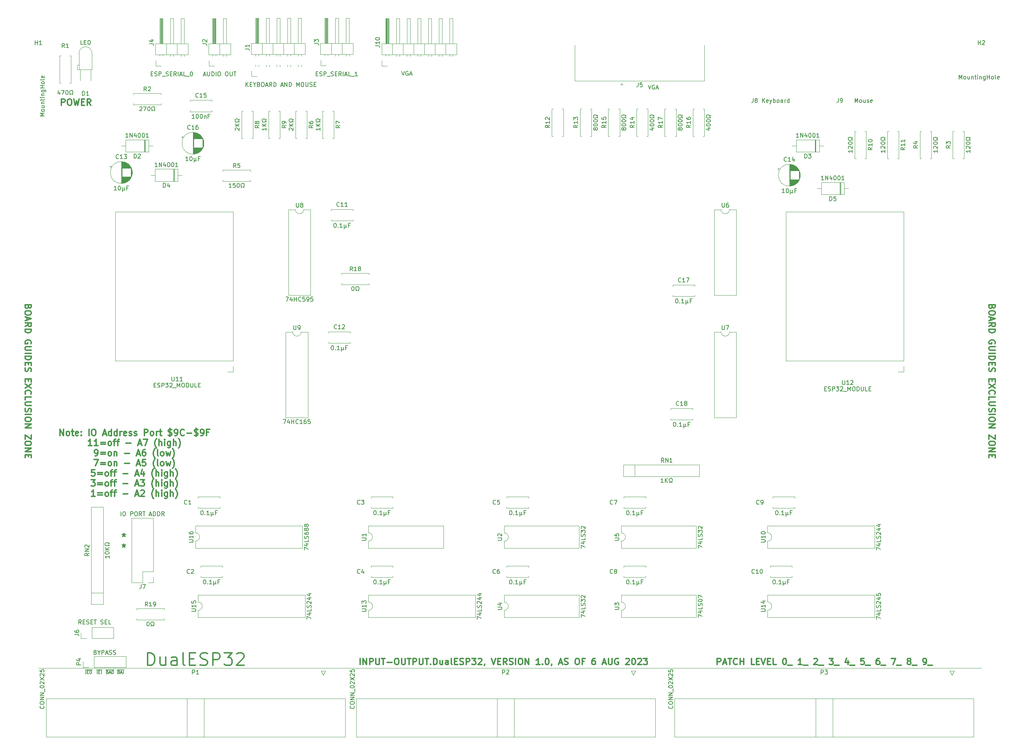
<source format=gbr>
%TF.GenerationSoftware,KiCad,Pcbnew,(6.0.11)*%
%TF.CreationDate,2023-08-06T14:01:47-05:00*%
%TF.ProjectId,input-output.DualESP32,696e7075-742d-46f7-9574-7075742e4475,V1.0*%
%TF.SameCoordinates,Original*%
%TF.FileFunction,Legend,Top*%
%TF.FilePolarity,Positive*%
%FSLAX46Y46*%
G04 Gerber Fmt 4.6, Leading zero omitted, Abs format (unit mm)*
G04 Created by KiCad (PCBNEW (6.0.11)) date 2023-08-06 14:01:47*
%MOMM*%
%LPD*%
G01*
G04 APERTURE LIST*
%ADD10C,0.300000*%
%ADD11C,0.120000*%
%ADD12C,0.175000*%
%ADD13C,0.150000*%
G04 APERTURE END LIST*
D10*
X60400000Y-190443571D02*
X60400000Y-190800714D01*
X60042857Y-190657857D02*
X60400000Y-190800714D01*
X60757142Y-190657857D01*
X60185714Y-191086428D02*
X60400000Y-190800714D01*
X60614285Y-191086428D01*
X60400000Y-187903571D02*
X60400000Y-188260714D01*
X60042857Y-188117857D02*
X60400000Y-188260714D01*
X60757142Y-188117857D01*
X60185714Y-188546428D02*
X60400000Y-188260714D01*
X60614285Y-188546428D01*
D11*
X40000000Y-220000000D02*
X265000000Y-220000000D01*
D10*
X267607142Y-133785714D02*
X267535714Y-134000000D01*
X267464285Y-134071428D01*
X267321428Y-134142857D01*
X267107142Y-134142857D01*
X266964285Y-134071428D01*
X266892857Y-134000000D01*
X266821428Y-133857142D01*
X266821428Y-133285714D01*
X268321428Y-133285714D01*
X268321428Y-133785714D01*
X268250000Y-133928571D01*
X268178571Y-134000000D01*
X268035714Y-134071428D01*
X267892857Y-134071428D01*
X267750000Y-134000000D01*
X267678571Y-133928571D01*
X267607142Y-133785714D01*
X267607142Y-133285714D01*
X268321428Y-135071428D02*
X268321428Y-135357142D01*
X268250000Y-135500000D01*
X268107142Y-135642857D01*
X267821428Y-135714285D01*
X267321428Y-135714285D01*
X267035714Y-135642857D01*
X266892857Y-135500000D01*
X266821428Y-135357142D01*
X266821428Y-135071428D01*
X266892857Y-134928571D01*
X267035714Y-134785714D01*
X267321428Y-134714285D01*
X267821428Y-134714285D01*
X268107142Y-134785714D01*
X268250000Y-134928571D01*
X268321428Y-135071428D01*
X267250000Y-136285714D02*
X267250000Y-137000000D01*
X266821428Y-136142857D02*
X268321428Y-136642857D01*
X266821428Y-137142857D01*
X266821428Y-138500000D02*
X267535714Y-138000000D01*
X266821428Y-137642857D02*
X268321428Y-137642857D01*
X268321428Y-138214285D01*
X268250000Y-138357142D01*
X268178571Y-138428571D01*
X268035714Y-138500000D01*
X267821428Y-138500000D01*
X267678571Y-138428571D01*
X267607142Y-138357142D01*
X267535714Y-138214285D01*
X267535714Y-137642857D01*
X266821428Y-139142857D02*
X268321428Y-139142857D01*
X268321428Y-139500000D01*
X268250000Y-139714285D01*
X268107142Y-139857142D01*
X267964285Y-139928571D01*
X267678571Y-140000000D01*
X267464285Y-140000000D01*
X267178571Y-139928571D01*
X267035714Y-139857142D01*
X266892857Y-139714285D01*
X266821428Y-139500000D01*
X266821428Y-139142857D01*
X268250000Y-142571428D02*
X268321428Y-142428571D01*
X268321428Y-142214285D01*
X268250000Y-142000000D01*
X268107142Y-141857142D01*
X267964285Y-141785714D01*
X267678571Y-141714285D01*
X267464285Y-141714285D01*
X267178571Y-141785714D01*
X267035714Y-141857142D01*
X266892857Y-142000000D01*
X266821428Y-142214285D01*
X266821428Y-142357142D01*
X266892857Y-142571428D01*
X266964285Y-142642857D01*
X267464285Y-142642857D01*
X267464285Y-142357142D01*
X268321428Y-143285714D02*
X267107142Y-143285714D01*
X266964285Y-143357142D01*
X266892857Y-143428571D01*
X266821428Y-143571428D01*
X266821428Y-143857142D01*
X266892857Y-144000000D01*
X266964285Y-144071428D01*
X267107142Y-144142857D01*
X268321428Y-144142857D01*
X266821428Y-144857142D02*
X268321428Y-144857142D01*
X266821428Y-145571428D02*
X268321428Y-145571428D01*
X268321428Y-145928571D01*
X268250000Y-146142857D01*
X268107142Y-146285714D01*
X267964285Y-146357142D01*
X267678571Y-146428571D01*
X267464285Y-146428571D01*
X267178571Y-146357142D01*
X267035714Y-146285714D01*
X266892857Y-146142857D01*
X266821428Y-145928571D01*
X266821428Y-145571428D01*
X267607142Y-147071428D02*
X267607142Y-147571428D01*
X266821428Y-147785714D02*
X266821428Y-147071428D01*
X268321428Y-147071428D01*
X268321428Y-147785714D01*
X266892857Y-148357142D02*
X266821428Y-148571428D01*
X266821428Y-148928571D01*
X266892857Y-149071428D01*
X266964285Y-149142857D01*
X267107142Y-149214285D01*
X267250000Y-149214285D01*
X267392857Y-149142857D01*
X267464285Y-149071428D01*
X267535714Y-148928571D01*
X267607142Y-148642857D01*
X267678571Y-148500000D01*
X267750000Y-148428571D01*
X267892857Y-148357142D01*
X268035714Y-148357142D01*
X268178571Y-148428571D01*
X268250000Y-148500000D01*
X268321428Y-148642857D01*
X268321428Y-149000000D01*
X268250000Y-149214285D01*
X267607142Y-151000000D02*
X267607142Y-151500000D01*
X266821428Y-151714285D02*
X266821428Y-151000000D01*
X268321428Y-151000000D01*
X268321428Y-151714285D01*
X268321428Y-152214285D02*
X266821428Y-153214285D01*
X268321428Y-153214285D02*
X266821428Y-152214285D01*
X266964285Y-154642857D02*
X266892857Y-154571428D01*
X266821428Y-154357142D01*
X266821428Y-154214285D01*
X266892857Y-154000000D01*
X267035714Y-153857142D01*
X267178571Y-153785714D01*
X267464285Y-153714285D01*
X267678571Y-153714285D01*
X267964285Y-153785714D01*
X268107142Y-153857142D01*
X268250000Y-154000000D01*
X268321428Y-154214285D01*
X268321428Y-154357142D01*
X268250000Y-154571428D01*
X268178571Y-154642857D01*
X266821428Y-156000000D02*
X266821428Y-155285714D01*
X268321428Y-155285714D01*
X268321428Y-156500000D02*
X267107142Y-156500000D01*
X266964285Y-156571428D01*
X266892857Y-156642857D01*
X266821428Y-156785714D01*
X266821428Y-157071428D01*
X266892857Y-157214285D01*
X266964285Y-157285714D01*
X267107142Y-157357142D01*
X268321428Y-157357142D01*
X266892857Y-158000000D02*
X266821428Y-158214285D01*
X266821428Y-158571428D01*
X266892857Y-158714285D01*
X266964285Y-158785714D01*
X267107142Y-158857142D01*
X267250000Y-158857142D01*
X267392857Y-158785714D01*
X267464285Y-158714285D01*
X267535714Y-158571428D01*
X267607142Y-158285714D01*
X267678571Y-158142857D01*
X267750000Y-158071428D01*
X267892857Y-158000000D01*
X268035714Y-158000000D01*
X268178571Y-158071428D01*
X268250000Y-158142857D01*
X268321428Y-158285714D01*
X268321428Y-158642857D01*
X268250000Y-158857142D01*
X266821428Y-159500000D02*
X268321428Y-159500000D01*
X268321428Y-160500000D02*
X268321428Y-160785714D01*
X268250000Y-160928571D01*
X268107142Y-161071428D01*
X267821428Y-161142857D01*
X267321428Y-161142857D01*
X267035714Y-161071428D01*
X266892857Y-160928571D01*
X266821428Y-160785714D01*
X266821428Y-160500000D01*
X266892857Y-160357142D01*
X267035714Y-160214285D01*
X267321428Y-160142857D01*
X267821428Y-160142857D01*
X268107142Y-160214285D01*
X268250000Y-160357142D01*
X268321428Y-160500000D01*
X266821428Y-161785714D02*
X268321428Y-161785714D01*
X266821428Y-162642857D01*
X268321428Y-162642857D01*
X268321428Y-164357142D02*
X268321428Y-165357142D01*
X266821428Y-164357142D01*
X266821428Y-165357142D01*
X268321428Y-166214285D02*
X268321428Y-166500000D01*
X268250000Y-166642857D01*
X268107142Y-166785714D01*
X267821428Y-166857142D01*
X267321428Y-166857142D01*
X267035714Y-166785714D01*
X266892857Y-166642857D01*
X266821428Y-166500000D01*
X266821428Y-166214285D01*
X266892857Y-166071428D01*
X267035714Y-165928571D01*
X267321428Y-165857142D01*
X267821428Y-165857142D01*
X268107142Y-165928571D01*
X268250000Y-166071428D01*
X268321428Y-166214285D01*
X266821428Y-167500000D02*
X268321428Y-167500000D01*
X266821428Y-168357142D01*
X268321428Y-168357142D01*
X267607142Y-169071428D02*
X267607142Y-169571428D01*
X266821428Y-169785714D02*
X266821428Y-169071428D01*
X268321428Y-169071428D01*
X268321428Y-169785714D01*
X37607142Y-133785714D02*
X37535714Y-134000000D01*
X37464285Y-134071428D01*
X37321428Y-134142857D01*
X37107142Y-134142857D01*
X36964285Y-134071428D01*
X36892857Y-134000000D01*
X36821428Y-133857142D01*
X36821428Y-133285714D01*
X38321428Y-133285714D01*
X38321428Y-133785714D01*
X38250000Y-133928571D01*
X38178571Y-134000000D01*
X38035714Y-134071428D01*
X37892857Y-134071428D01*
X37750000Y-134000000D01*
X37678571Y-133928571D01*
X37607142Y-133785714D01*
X37607142Y-133285714D01*
X38321428Y-135071428D02*
X38321428Y-135357142D01*
X38250000Y-135500000D01*
X38107142Y-135642857D01*
X37821428Y-135714285D01*
X37321428Y-135714285D01*
X37035714Y-135642857D01*
X36892857Y-135500000D01*
X36821428Y-135357142D01*
X36821428Y-135071428D01*
X36892857Y-134928571D01*
X37035714Y-134785714D01*
X37321428Y-134714285D01*
X37821428Y-134714285D01*
X38107142Y-134785714D01*
X38250000Y-134928571D01*
X38321428Y-135071428D01*
X37250000Y-136285714D02*
X37250000Y-137000000D01*
X36821428Y-136142857D02*
X38321428Y-136642857D01*
X36821428Y-137142857D01*
X36821428Y-138500000D02*
X37535714Y-138000000D01*
X36821428Y-137642857D02*
X38321428Y-137642857D01*
X38321428Y-138214285D01*
X38250000Y-138357142D01*
X38178571Y-138428571D01*
X38035714Y-138500000D01*
X37821428Y-138500000D01*
X37678571Y-138428571D01*
X37607142Y-138357142D01*
X37535714Y-138214285D01*
X37535714Y-137642857D01*
X36821428Y-139142857D02*
X38321428Y-139142857D01*
X38321428Y-139500000D01*
X38250000Y-139714285D01*
X38107142Y-139857142D01*
X37964285Y-139928571D01*
X37678571Y-140000000D01*
X37464285Y-140000000D01*
X37178571Y-139928571D01*
X37035714Y-139857142D01*
X36892857Y-139714285D01*
X36821428Y-139500000D01*
X36821428Y-139142857D01*
X38250000Y-142571428D02*
X38321428Y-142428571D01*
X38321428Y-142214285D01*
X38250000Y-142000000D01*
X38107142Y-141857142D01*
X37964285Y-141785714D01*
X37678571Y-141714285D01*
X37464285Y-141714285D01*
X37178571Y-141785714D01*
X37035714Y-141857142D01*
X36892857Y-142000000D01*
X36821428Y-142214285D01*
X36821428Y-142357142D01*
X36892857Y-142571428D01*
X36964285Y-142642857D01*
X37464285Y-142642857D01*
X37464285Y-142357142D01*
X38321428Y-143285714D02*
X37107142Y-143285714D01*
X36964285Y-143357142D01*
X36892857Y-143428571D01*
X36821428Y-143571428D01*
X36821428Y-143857142D01*
X36892857Y-144000000D01*
X36964285Y-144071428D01*
X37107142Y-144142857D01*
X38321428Y-144142857D01*
X36821428Y-144857142D02*
X38321428Y-144857142D01*
X36821428Y-145571428D02*
X38321428Y-145571428D01*
X38321428Y-145928571D01*
X38250000Y-146142857D01*
X38107142Y-146285714D01*
X37964285Y-146357142D01*
X37678571Y-146428571D01*
X37464285Y-146428571D01*
X37178571Y-146357142D01*
X37035714Y-146285714D01*
X36892857Y-146142857D01*
X36821428Y-145928571D01*
X36821428Y-145571428D01*
X37607142Y-147071428D02*
X37607142Y-147571428D01*
X36821428Y-147785714D02*
X36821428Y-147071428D01*
X38321428Y-147071428D01*
X38321428Y-147785714D01*
X36892857Y-148357142D02*
X36821428Y-148571428D01*
X36821428Y-148928571D01*
X36892857Y-149071428D01*
X36964285Y-149142857D01*
X37107142Y-149214285D01*
X37250000Y-149214285D01*
X37392857Y-149142857D01*
X37464285Y-149071428D01*
X37535714Y-148928571D01*
X37607142Y-148642857D01*
X37678571Y-148500000D01*
X37750000Y-148428571D01*
X37892857Y-148357142D01*
X38035714Y-148357142D01*
X38178571Y-148428571D01*
X38250000Y-148500000D01*
X38321428Y-148642857D01*
X38321428Y-149000000D01*
X38250000Y-149214285D01*
X37607142Y-151000000D02*
X37607142Y-151500000D01*
X36821428Y-151714285D02*
X36821428Y-151000000D01*
X38321428Y-151000000D01*
X38321428Y-151714285D01*
X38321428Y-152214285D02*
X36821428Y-153214285D01*
X38321428Y-153214285D02*
X36821428Y-152214285D01*
X36964285Y-154642857D02*
X36892857Y-154571428D01*
X36821428Y-154357142D01*
X36821428Y-154214285D01*
X36892857Y-154000000D01*
X37035714Y-153857142D01*
X37178571Y-153785714D01*
X37464285Y-153714285D01*
X37678571Y-153714285D01*
X37964285Y-153785714D01*
X38107142Y-153857142D01*
X38250000Y-154000000D01*
X38321428Y-154214285D01*
X38321428Y-154357142D01*
X38250000Y-154571428D01*
X38178571Y-154642857D01*
X36821428Y-156000000D02*
X36821428Y-155285714D01*
X38321428Y-155285714D01*
X38321428Y-156500000D02*
X37107142Y-156500000D01*
X36964285Y-156571428D01*
X36892857Y-156642857D01*
X36821428Y-156785714D01*
X36821428Y-157071428D01*
X36892857Y-157214285D01*
X36964285Y-157285714D01*
X37107142Y-157357142D01*
X38321428Y-157357142D01*
X36892857Y-158000000D02*
X36821428Y-158214285D01*
X36821428Y-158571428D01*
X36892857Y-158714285D01*
X36964285Y-158785714D01*
X37107142Y-158857142D01*
X37250000Y-158857142D01*
X37392857Y-158785714D01*
X37464285Y-158714285D01*
X37535714Y-158571428D01*
X37607142Y-158285714D01*
X37678571Y-158142857D01*
X37750000Y-158071428D01*
X37892857Y-158000000D01*
X38035714Y-158000000D01*
X38178571Y-158071428D01*
X38250000Y-158142857D01*
X38321428Y-158285714D01*
X38321428Y-158642857D01*
X38250000Y-158857142D01*
X36821428Y-159500000D02*
X38321428Y-159500000D01*
X38321428Y-160500000D02*
X38321428Y-160785714D01*
X38250000Y-160928571D01*
X38107142Y-161071428D01*
X37821428Y-161142857D01*
X37321428Y-161142857D01*
X37035714Y-161071428D01*
X36892857Y-160928571D01*
X36821428Y-160785714D01*
X36821428Y-160500000D01*
X36892857Y-160357142D01*
X37035714Y-160214285D01*
X37321428Y-160142857D01*
X37821428Y-160142857D01*
X38107142Y-160214285D01*
X38250000Y-160357142D01*
X38321428Y-160500000D01*
X36821428Y-161785714D02*
X38321428Y-161785714D01*
X36821428Y-162642857D01*
X38321428Y-162642857D01*
X38321428Y-164357142D02*
X38321428Y-165357142D01*
X36821428Y-164357142D01*
X36821428Y-165357142D01*
X38321428Y-166214285D02*
X38321428Y-166500000D01*
X38250000Y-166642857D01*
X38107142Y-166785714D01*
X37821428Y-166857142D01*
X37321428Y-166857142D01*
X37035714Y-166785714D01*
X36892857Y-166642857D01*
X36821428Y-166500000D01*
X36821428Y-166214285D01*
X36892857Y-166071428D01*
X37035714Y-165928571D01*
X37321428Y-165857142D01*
X37821428Y-165857142D01*
X38107142Y-165928571D01*
X38250000Y-166071428D01*
X38321428Y-166214285D01*
X36821428Y-167500000D02*
X38321428Y-167500000D01*
X36821428Y-168357142D01*
X38321428Y-168357142D01*
X37607142Y-169071428D02*
X37607142Y-169571428D01*
X36821428Y-169785714D02*
X36821428Y-169071428D01*
X38321428Y-169071428D01*
X38321428Y-169785714D01*
X45535714Y-85678571D02*
X45535714Y-84178571D01*
X46107142Y-84178571D01*
X46250000Y-84250000D01*
X46321428Y-84321428D01*
X46392857Y-84464285D01*
X46392857Y-84678571D01*
X46321428Y-84821428D01*
X46250000Y-84892857D01*
X46107142Y-84964285D01*
X45535714Y-84964285D01*
X47321428Y-84178571D02*
X47607142Y-84178571D01*
X47750000Y-84250000D01*
X47892857Y-84392857D01*
X47964285Y-84678571D01*
X47964285Y-85178571D01*
X47892857Y-85464285D01*
X47750000Y-85607142D01*
X47607142Y-85678571D01*
X47321428Y-85678571D01*
X47178571Y-85607142D01*
X47035714Y-85464285D01*
X46964285Y-85178571D01*
X46964285Y-84678571D01*
X47035714Y-84392857D01*
X47178571Y-84250000D01*
X47321428Y-84178571D01*
X48464285Y-84178571D02*
X48821428Y-85678571D01*
X49107142Y-84607142D01*
X49392857Y-85678571D01*
X49750000Y-84178571D01*
X50321428Y-84892857D02*
X50821428Y-84892857D01*
X51035714Y-85678571D02*
X50321428Y-85678571D01*
X50321428Y-84178571D01*
X51035714Y-84178571D01*
X52535714Y-85678571D02*
X52035714Y-84964285D01*
X51678571Y-85678571D02*
X51678571Y-84178571D01*
X52250000Y-84178571D01*
X52392857Y-84250000D01*
X52464285Y-84321428D01*
X52535714Y-84464285D01*
X52535714Y-84678571D01*
X52464285Y-84821428D01*
X52392857Y-84892857D01*
X52250000Y-84964285D01*
X51678571Y-84964285D01*
D12*
X53908000Y-220419000D02*
X54241333Y-220419000D01*
X54074666Y-221316666D02*
X54074666Y-220616666D01*
X54241333Y-220419000D02*
X54874666Y-220419000D01*
X54408000Y-220950000D02*
X54641333Y-220950000D01*
X54741333Y-221316666D02*
X54408000Y-221316666D01*
X54408000Y-220616666D01*
X54741333Y-220616666D01*
X54874666Y-220419000D02*
X55208000Y-220419000D01*
X55041333Y-221316666D02*
X55041333Y-220616666D01*
X56081333Y-220419000D02*
X56781333Y-220419000D01*
X56481333Y-220950000D02*
X56581333Y-220983333D01*
X56614666Y-221016666D01*
X56648000Y-221083333D01*
X56648000Y-221183333D01*
X56614666Y-221250000D01*
X56581333Y-221283333D01*
X56514666Y-221316666D01*
X56248000Y-221316666D01*
X56248000Y-220616666D01*
X56481333Y-220616666D01*
X56548000Y-220650000D01*
X56581333Y-220683333D01*
X56614666Y-220750000D01*
X56614666Y-220816666D01*
X56581333Y-220883333D01*
X56548000Y-220916666D01*
X56481333Y-220950000D01*
X56248000Y-220950000D01*
X56781333Y-220419000D02*
X57381333Y-220419000D01*
X56914666Y-221116666D02*
X57248000Y-221116666D01*
X56848000Y-221316666D02*
X57081333Y-220616666D01*
X57314666Y-221316666D01*
X57381333Y-220419000D02*
X58114666Y-220419000D01*
X57681333Y-220616666D02*
X57814666Y-220616666D01*
X57881333Y-220650000D01*
X57948000Y-220716666D01*
X57981333Y-220850000D01*
X57981333Y-221083333D01*
X57948000Y-221216666D01*
X57881333Y-221283333D01*
X57814666Y-221316666D01*
X57681333Y-221316666D01*
X57614666Y-221283333D01*
X57548000Y-221216666D01*
X57514666Y-221083333D01*
X57514666Y-220850000D01*
X57548000Y-220716666D01*
X57614666Y-220650000D01*
X57681333Y-220616666D01*
X58821333Y-220419000D02*
X59521333Y-220419000D01*
X59221333Y-220950000D02*
X59321333Y-220983333D01*
X59354666Y-221016666D01*
X59388000Y-221083333D01*
X59388000Y-221183333D01*
X59354666Y-221250000D01*
X59321333Y-221283333D01*
X59254666Y-221316666D01*
X58988000Y-221316666D01*
X58988000Y-220616666D01*
X59221333Y-220616666D01*
X59288000Y-220650000D01*
X59321333Y-220683333D01*
X59354666Y-220750000D01*
X59354666Y-220816666D01*
X59321333Y-220883333D01*
X59288000Y-220916666D01*
X59221333Y-220950000D01*
X58988000Y-220950000D01*
X59521333Y-220419000D02*
X60121333Y-220419000D01*
X59654666Y-221116666D02*
X59988000Y-221116666D01*
X59588000Y-221316666D02*
X59821333Y-220616666D01*
X60054666Y-221316666D01*
X60121333Y-220419000D02*
X60454666Y-220419000D01*
X60288000Y-221316666D02*
X60288000Y-220616666D01*
D10*
X66071428Y-219357142D02*
X66071428Y-216357142D01*
X66785714Y-216357142D01*
X67214285Y-216500000D01*
X67500000Y-216785714D01*
X67642857Y-217071428D01*
X67785714Y-217642857D01*
X67785714Y-218071428D01*
X67642857Y-218642857D01*
X67500000Y-218928571D01*
X67214285Y-219214285D01*
X66785714Y-219357142D01*
X66071428Y-219357142D01*
X70357142Y-217357142D02*
X70357142Y-219357142D01*
X69071428Y-217357142D02*
X69071428Y-218928571D01*
X69214285Y-219214285D01*
X69500000Y-219357142D01*
X69928571Y-219357142D01*
X70214285Y-219214285D01*
X70357142Y-219071428D01*
X73071428Y-219357142D02*
X73071428Y-217785714D01*
X72928571Y-217500000D01*
X72642857Y-217357142D01*
X72071428Y-217357142D01*
X71785714Y-217500000D01*
X73071428Y-219214285D02*
X72785714Y-219357142D01*
X72071428Y-219357142D01*
X71785714Y-219214285D01*
X71642857Y-218928571D01*
X71642857Y-218642857D01*
X71785714Y-218357142D01*
X72071428Y-218214285D01*
X72785714Y-218214285D01*
X73071428Y-218071428D01*
X74928571Y-219357142D02*
X74642857Y-219214285D01*
X74500000Y-218928571D01*
X74500000Y-216357142D01*
X76071428Y-217785714D02*
X77071428Y-217785714D01*
X77500000Y-219357142D02*
X76071428Y-219357142D01*
X76071428Y-216357142D01*
X77500000Y-216357142D01*
X78642857Y-219214285D02*
X79071428Y-219357142D01*
X79785714Y-219357142D01*
X80071428Y-219214285D01*
X80214285Y-219071428D01*
X80357142Y-218785714D01*
X80357142Y-218500000D01*
X80214285Y-218214285D01*
X80071428Y-218071428D01*
X79785714Y-217928571D01*
X79214285Y-217785714D01*
X78928571Y-217642857D01*
X78785714Y-217500000D01*
X78642857Y-217214285D01*
X78642857Y-216928571D01*
X78785714Y-216642857D01*
X78928571Y-216500000D01*
X79214285Y-216357142D01*
X79928571Y-216357142D01*
X80357142Y-216500000D01*
X81642857Y-219357142D02*
X81642857Y-216357142D01*
X82785714Y-216357142D01*
X83071428Y-216500000D01*
X83214285Y-216642857D01*
X83357142Y-216928571D01*
X83357142Y-217357142D01*
X83214285Y-217642857D01*
X83071428Y-217785714D01*
X82785714Y-217928571D01*
X81642857Y-217928571D01*
X84357142Y-216357142D02*
X86214285Y-216357142D01*
X85214285Y-217500000D01*
X85642857Y-217500000D01*
X85928571Y-217642857D01*
X86071428Y-217785714D01*
X86214285Y-218071428D01*
X86214285Y-218785714D01*
X86071428Y-219071428D01*
X85928571Y-219214285D01*
X85642857Y-219357142D01*
X84785714Y-219357142D01*
X84500000Y-219214285D01*
X84357142Y-219071428D01*
X87357142Y-216642857D02*
X87500000Y-216500000D01*
X87785714Y-216357142D01*
X88500000Y-216357142D01*
X88785714Y-216500000D01*
X88928571Y-216642857D01*
X89071428Y-216928571D01*
X89071428Y-217214285D01*
X88928571Y-217642857D01*
X87214285Y-219357142D01*
X89071428Y-219357142D01*
D12*
X51150000Y-220419000D02*
X51483333Y-220419000D01*
X51316666Y-221316666D02*
X51316666Y-220616666D01*
X51483333Y-220419000D02*
X52116666Y-220419000D01*
X51650000Y-220950000D02*
X51883333Y-220950000D01*
X51983333Y-221316666D02*
X51650000Y-221316666D01*
X51650000Y-220616666D01*
X51983333Y-220616666D01*
X52116666Y-220419000D02*
X52850000Y-220419000D01*
X52416666Y-220616666D02*
X52550000Y-220616666D01*
X52616666Y-220650000D01*
X52683333Y-220716666D01*
X52716666Y-220850000D01*
X52716666Y-221083333D01*
X52683333Y-221216666D01*
X52616666Y-221283333D01*
X52550000Y-221316666D01*
X52416666Y-221316666D01*
X52350000Y-221283333D01*
X52283333Y-221216666D01*
X52250000Y-221083333D01*
X52250000Y-220850000D01*
X52283333Y-220716666D01*
X52350000Y-220650000D01*
X52416666Y-220616666D01*
D10*
X116750000Y-219178571D02*
X116750000Y-217678571D01*
X117464285Y-219178571D02*
X117464285Y-217678571D01*
X118321428Y-219178571D01*
X118321428Y-217678571D01*
X119035714Y-219178571D02*
X119035714Y-217678571D01*
X119607142Y-217678571D01*
X119750000Y-217750000D01*
X119821428Y-217821428D01*
X119892857Y-217964285D01*
X119892857Y-218178571D01*
X119821428Y-218321428D01*
X119750000Y-218392857D01*
X119607142Y-218464285D01*
X119035714Y-218464285D01*
X120535714Y-217678571D02*
X120535714Y-218892857D01*
X120607142Y-219035714D01*
X120678571Y-219107142D01*
X120821428Y-219178571D01*
X121107142Y-219178571D01*
X121250000Y-219107142D01*
X121321428Y-219035714D01*
X121392857Y-218892857D01*
X121392857Y-217678571D01*
X121892857Y-217678571D02*
X122750000Y-217678571D01*
X122321428Y-219178571D02*
X122321428Y-217678571D01*
X123250000Y-218607142D02*
X124392857Y-218607142D01*
X125392857Y-217678571D02*
X125678571Y-217678571D01*
X125821428Y-217750000D01*
X125964285Y-217892857D01*
X126035714Y-218178571D01*
X126035714Y-218678571D01*
X125964285Y-218964285D01*
X125821428Y-219107142D01*
X125678571Y-219178571D01*
X125392857Y-219178571D01*
X125250000Y-219107142D01*
X125107142Y-218964285D01*
X125035714Y-218678571D01*
X125035714Y-218178571D01*
X125107142Y-217892857D01*
X125250000Y-217750000D01*
X125392857Y-217678571D01*
X126678571Y-217678571D02*
X126678571Y-218892857D01*
X126750000Y-219035714D01*
X126821428Y-219107142D01*
X126964285Y-219178571D01*
X127250000Y-219178571D01*
X127392857Y-219107142D01*
X127464285Y-219035714D01*
X127535714Y-218892857D01*
X127535714Y-217678571D01*
X128035714Y-217678571D02*
X128892857Y-217678571D01*
X128464285Y-219178571D02*
X128464285Y-217678571D01*
X129392857Y-219178571D02*
X129392857Y-217678571D01*
X129964285Y-217678571D01*
X130107142Y-217750000D01*
X130178571Y-217821428D01*
X130250000Y-217964285D01*
X130250000Y-218178571D01*
X130178571Y-218321428D01*
X130107142Y-218392857D01*
X129964285Y-218464285D01*
X129392857Y-218464285D01*
X130892857Y-217678571D02*
X130892857Y-218892857D01*
X130964285Y-219035714D01*
X131035714Y-219107142D01*
X131178571Y-219178571D01*
X131464285Y-219178571D01*
X131607142Y-219107142D01*
X131678571Y-219035714D01*
X131750000Y-218892857D01*
X131750000Y-217678571D01*
X132250000Y-217678571D02*
X133107142Y-217678571D01*
X132678571Y-219178571D02*
X132678571Y-217678571D01*
X133607142Y-219035714D02*
X133678571Y-219107142D01*
X133607142Y-219178571D01*
X133535714Y-219107142D01*
X133607142Y-219035714D01*
X133607142Y-219178571D01*
X134321428Y-219178571D02*
X134321428Y-217678571D01*
X134678571Y-217678571D01*
X134892857Y-217750000D01*
X135035714Y-217892857D01*
X135107142Y-218035714D01*
X135178571Y-218321428D01*
X135178571Y-218535714D01*
X135107142Y-218821428D01*
X135035714Y-218964285D01*
X134892857Y-219107142D01*
X134678571Y-219178571D01*
X134321428Y-219178571D01*
X136464285Y-218178571D02*
X136464285Y-219178571D01*
X135821428Y-218178571D02*
X135821428Y-218964285D01*
X135892857Y-219107142D01*
X136035714Y-219178571D01*
X136250000Y-219178571D01*
X136392857Y-219107142D01*
X136464285Y-219035714D01*
X137821428Y-219178571D02*
X137821428Y-218392857D01*
X137750000Y-218250000D01*
X137607142Y-218178571D01*
X137321428Y-218178571D01*
X137178571Y-218250000D01*
X137821428Y-219107142D02*
X137678571Y-219178571D01*
X137321428Y-219178571D01*
X137178571Y-219107142D01*
X137107142Y-218964285D01*
X137107142Y-218821428D01*
X137178571Y-218678571D01*
X137321428Y-218607142D01*
X137678571Y-218607142D01*
X137821428Y-218535714D01*
X138750000Y-219178571D02*
X138607142Y-219107142D01*
X138535714Y-218964285D01*
X138535714Y-217678571D01*
X139321428Y-218392857D02*
X139821428Y-218392857D01*
X140035714Y-219178571D02*
X139321428Y-219178571D01*
X139321428Y-217678571D01*
X140035714Y-217678571D01*
X140607142Y-219107142D02*
X140821428Y-219178571D01*
X141178571Y-219178571D01*
X141321428Y-219107142D01*
X141392857Y-219035714D01*
X141464285Y-218892857D01*
X141464285Y-218750000D01*
X141392857Y-218607142D01*
X141321428Y-218535714D01*
X141178571Y-218464285D01*
X140892857Y-218392857D01*
X140750000Y-218321428D01*
X140678571Y-218250000D01*
X140607142Y-218107142D01*
X140607142Y-217964285D01*
X140678571Y-217821428D01*
X140750000Y-217750000D01*
X140892857Y-217678571D01*
X141250000Y-217678571D01*
X141464285Y-217750000D01*
X142107142Y-219178571D02*
X142107142Y-217678571D01*
X142678571Y-217678571D01*
X142821428Y-217750000D01*
X142892857Y-217821428D01*
X142964285Y-217964285D01*
X142964285Y-218178571D01*
X142892857Y-218321428D01*
X142821428Y-218392857D01*
X142678571Y-218464285D01*
X142107142Y-218464285D01*
X143464285Y-217678571D02*
X144392857Y-217678571D01*
X143892857Y-218250000D01*
X144107142Y-218250000D01*
X144250000Y-218321428D01*
X144321428Y-218392857D01*
X144392857Y-218535714D01*
X144392857Y-218892857D01*
X144321428Y-219035714D01*
X144250000Y-219107142D01*
X144107142Y-219178571D01*
X143678571Y-219178571D01*
X143535714Y-219107142D01*
X143464285Y-219035714D01*
X144964285Y-217821428D02*
X145035714Y-217750000D01*
X145178571Y-217678571D01*
X145535714Y-217678571D01*
X145678571Y-217750000D01*
X145750000Y-217821428D01*
X145821428Y-217964285D01*
X145821428Y-218107142D01*
X145750000Y-218321428D01*
X144892857Y-219178571D01*
X145821428Y-219178571D01*
X146535714Y-219107142D02*
X146535714Y-219178571D01*
X146464285Y-219321428D01*
X146392857Y-219392857D01*
X148107142Y-217678571D02*
X148607142Y-219178571D01*
X149107142Y-217678571D01*
X149607142Y-218392857D02*
X150107142Y-218392857D01*
X150321428Y-219178571D02*
X149607142Y-219178571D01*
X149607142Y-217678571D01*
X150321428Y-217678571D01*
X151821428Y-219178571D02*
X151321428Y-218464285D01*
X150964285Y-219178571D02*
X150964285Y-217678571D01*
X151535714Y-217678571D01*
X151678571Y-217750000D01*
X151750000Y-217821428D01*
X151821428Y-217964285D01*
X151821428Y-218178571D01*
X151750000Y-218321428D01*
X151678571Y-218392857D01*
X151535714Y-218464285D01*
X150964285Y-218464285D01*
X152392857Y-219107142D02*
X152607142Y-219178571D01*
X152964285Y-219178571D01*
X153107142Y-219107142D01*
X153178571Y-219035714D01*
X153250000Y-218892857D01*
X153250000Y-218750000D01*
X153178571Y-218607142D01*
X153107142Y-218535714D01*
X152964285Y-218464285D01*
X152678571Y-218392857D01*
X152535714Y-218321428D01*
X152464285Y-218250000D01*
X152392857Y-218107142D01*
X152392857Y-217964285D01*
X152464285Y-217821428D01*
X152535714Y-217750000D01*
X152678571Y-217678571D01*
X153035714Y-217678571D01*
X153250000Y-217750000D01*
X153892857Y-219178571D02*
X153892857Y-217678571D01*
X154892857Y-217678571D02*
X155178571Y-217678571D01*
X155321428Y-217750000D01*
X155464285Y-217892857D01*
X155535714Y-218178571D01*
X155535714Y-218678571D01*
X155464285Y-218964285D01*
X155321428Y-219107142D01*
X155178571Y-219178571D01*
X154892857Y-219178571D01*
X154750000Y-219107142D01*
X154607142Y-218964285D01*
X154535714Y-218678571D01*
X154535714Y-218178571D01*
X154607142Y-217892857D01*
X154750000Y-217750000D01*
X154892857Y-217678571D01*
X156178571Y-219178571D02*
X156178571Y-217678571D01*
X157035714Y-219178571D01*
X157035714Y-217678571D01*
X159678571Y-219178571D02*
X158821428Y-219178571D01*
X159250000Y-219178571D02*
X159250000Y-217678571D01*
X159107142Y-217892857D01*
X158964285Y-218035714D01*
X158821428Y-218107142D01*
X160321428Y-219035714D02*
X160392857Y-219107142D01*
X160321428Y-219178571D01*
X160250000Y-219107142D01*
X160321428Y-219035714D01*
X160321428Y-219178571D01*
X161321428Y-217678571D02*
X161464285Y-217678571D01*
X161607142Y-217750000D01*
X161678571Y-217821428D01*
X161750000Y-217964285D01*
X161821428Y-218250000D01*
X161821428Y-218607142D01*
X161750000Y-218892857D01*
X161678571Y-219035714D01*
X161607142Y-219107142D01*
X161464285Y-219178571D01*
X161321428Y-219178571D01*
X161178571Y-219107142D01*
X161107142Y-219035714D01*
X161035714Y-218892857D01*
X160964285Y-218607142D01*
X160964285Y-218250000D01*
X161035714Y-217964285D01*
X161107142Y-217821428D01*
X161178571Y-217750000D01*
X161321428Y-217678571D01*
X162535714Y-219107142D02*
X162535714Y-219178571D01*
X162464285Y-219321428D01*
X162392857Y-219392857D01*
X164250000Y-218750000D02*
X164964285Y-218750000D01*
X164107142Y-219178571D02*
X164607142Y-217678571D01*
X165107142Y-219178571D01*
X165535714Y-219107142D02*
X165750000Y-219178571D01*
X166107142Y-219178571D01*
X166250000Y-219107142D01*
X166321428Y-219035714D01*
X166392857Y-218892857D01*
X166392857Y-218750000D01*
X166321428Y-218607142D01*
X166250000Y-218535714D01*
X166107142Y-218464285D01*
X165821428Y-218392857D01*
X165678571Y-218321428D01*
X165607142Y-218250000D01*
X165535714Y-218107142D01*
X165535714Y-217964285D01*
X165607142Y-217821428D01*
X165678571Y-217750000D01*
X165821428Y-217678571D01*
X166178571Y-217678571D01*
X166392857Y-217750000D01*
X168464285Y-217678571D02*
X168750000Y-217678571D01*
X168892857Y-217750000D01*
X169035714Y-217892857D01*
X169107142Y-218178571D01*
X169107142Y-218678571D01*
X169035714Y-218964285D01*
X168892857Y-219107142D01*
X168750000Y-219178571D01*
X168464285Y-219178571D01*
X168321428Y-219107142D01*
X168178571Y-218964285D01*
X168107142Y-218678571D01*
X168107142Y-218178571D01*
X168178571Y-217892857D01*
X168321428Y-217750000D01*
X168464285Y-217678571D01*
X170250000Y-218392857D02*
X169750000Y-218392857D01*
X169750000Y-219178571D02*
X169750000Y-217678571D01*
X170464285Y-217678571D01*
X172821428Y-217678571D02*
X172535714Y-217678571D01*
X172392857Y-217750000D01*
X172321428Y-217821428D01*
X172178571Y-218035714D01*
X172107142Y-218321428D01*
X172107142Y-218892857D01*
X172178571Y-219035714D01*
X172250000Y-219107142D01*
X172392857Y-219178571D01*
X172678571Y-219178571D01*
X172821428Y-219107142D01*
X172892857Y-219035714D01*
X172964285Y-218892857D01*
X172964285Y-218535714D01*
X172892857Y-218392857D01*
X172821428Y-218321428D01*
X172678571Y-218250000D01*
X172392857Y-218250000D01*
X172250000Y-218321428D01*
X172178571Y-218392857D01*
X172107142Y-218535714D01*
X174678571Y-218750000D02*
X175392857Y-218750000D01*
X174535714Y-219178571D02*
X175035714Y-217678571D01*
X175535714Y-219178571D01*
X176035714Y-217678571D02*
X176035714Y-218892857D01*
X176107142Y-219035714D01*
X176178571Y-219107142D01*
X176321428Y-219178571D01*
X176607142Y-219178571D01*
X176750000Y-219107142D01*
X176821428Y-219035714D01*
X176892857Y-218892857D01*
X176892857Y-217678571D01*
X178392857Y-217750000D02*
X178250000Y-217678571D01*
X178035714Y-217678571D01*
X177821428Y-217750000D01*
X177678571Y-217892857D01*
X177607142Y-218035714D01*
X177535714Y-218321428D01*
X177535714Y-218535714D01*
X177607142Y-218821428D01*
X177678571Y-218964285D01*
X177821428Y-219107142D01*
X178035714Y-219178571D01*
X178178571Y-219178571D01*
X178392857Y-219107142D01*
X178464285Y-219035714D01*
X178464285Y-218535714D01*
X178178571Y-218535714D01*
X180178571Y-217821428D02*
X180250000Y-217750000D01*
X180392857Y-217678571D01*
X180750000Y-217678571D01*
X180892857Y-217750000D01*
X180964285Y-217821428D01*
X181035714Y-217964285D01*
X181035714Y-218107142D01*
X180964285Y-218321428D01*
X180107142Y-219178571D01*
X181035714Y-219178571D01*
X181964285Y-217678571D02*
X182107142Y-217678571D01*
X182250000Y-217750000D01*
X182321428Y-217821428D01*
X182392857Y-217964285D01*
X182464285Y-218250000D01*
X182464285Y-218607142D01*
X182392857Y-218892857D01*
X182321428Y-219035714D01*
X182250000Y-219107142D01*
X182107142Y-219178571D01*
X181964285Y-219178571D01*
X181821428Y-219107142D01*
X181750000Y-219035714D01*
X181678571Y-218892857D01*
X181607142Y-218607142D01*
X181607142Y-218250000D01*
X181678571Y-217964285D01*
X181750000Y-217821428D01*
X181821428Y-217750000D01*
X181964285Y-217678571D01*
X183035714Y-217821428D02*
X183107142Y-217750000D01*
X183250000Y-217678571D01*
X183607142Y-217678571D01*
X183750000Y-217750000D01*
X183821428Y-217821428D01*
X183892857Y-217964285D01*
X183892857Y-218107142D01*
X183821428Y-218321428D01*
X182964285Y-219178571D01*
X183892857Y-219178571D01*
X184392857Y-217678571D02*
X185321428Y-217678571D01*
X184821428Y-218250000D01*
X185035714Y-218250000D01*
X185178571Y-218321428D01*
X185250000Y-218392857D01*
X185321428Y-218535714D01*
X185321428Y-218892857D01*
X185250000Y-219035714D01*
X185178571Y-219107142D01*
X185035714Y-219178571D01*
X184607142Y-219178571D01*
X184464285Y-219107142D01*
X184392857Y-219035714D01*
X45154285Y-164505571D02*
X45154285Y-163005571D01*
X46011428Y-164505571D01*
X46011428Y-163005571D01*
X46939999Y-164505571D02*
X46797142Y-164434142D01*
X46725714Y-164362714D01*
X46654285Y-164219857D01*
X46654285Y-163791285D01*
X46725714Y-163648428D01*
X46797142Y-163577000D01*
X46939999Y-163505571D01*
X47154285Y-163505571D01*
X47297142Y-163577000D01*
X47368571Y-163648428D01*
X47439999Y-163791285D01*
X47439999Y-164219857D01*
X47368571Y-164362714D01*
X47297142Y-164434142D01*
X47154285Y-164505571D01*
X46939999Y-164505571D01*
X47868571Y-163505571D02*
X48439999Y-163505571D01*
X48082857Y-163005571D02*
X48082857Y-164291285D01*
X48154285Y-164434142D01*
X48297142Y-164505571D01*
X48439999Y-164505571D01*
X49511428Y-164434142D02*
X49368571Y-164505571D01*
X49082857Y-164505571D01*
X48939999Y-164434142D01*
X48868571Y-164291285D01*
X48868571Y-163719857D01*
X48939999Y-163577000D01*
X49082857Y-163505571D01*
X49368571Y-163505571D01*
X49511428Y-163577000D01*
X49582857Y-163719857D01*
X49582857Y-163862714D01*
X48868571Y-164005571D01*
X50225714Y-164362714D02*
X50297142Y-164434142D01*
X50225714Y-164505571D01*
X50154285Y-164434142D01*
X50225714Y-164362714D01*
X50225714Y-164505571D01*
X50225714Y-163577000D02*
X50297142Y-163648428D01*
X50225714Y-163719857D01*
X50154285Y-163648428D01*
X50225714Y-163577000D01*
X50225714Y-163719857D01*
X52082857Y-164505571D02*
X52082857Y-163005571D01*
X53082857Y-163005571D02*
X53368571Y-163005571D01*
X53511428Y-163077000D01*
X53654285Y-163219857D01*
X53725714Y-163505571D01*
X53725714Y-164005571D01*
X53654285Y-164291285D01*
X53511428Y-164434142D01*
X53368571Y-164505571D01*
X53082857Y-164505571D01*
X52939999Y-164434142D01*
X52797142Y-164291285D01*
X52725714Y-164005571D01*
X52725714Y-163505571D01*
X52797142Y-163219857D01*
X52939999Y-163077000D01*
X53082857Y-163005571D01*
X55439999Y-164077000D02*
X56154285Y-164077000D01*
X55297142Y-164505571D02*
X55797142Y-163005571D01*
X56297142Y-164505571D01*
X57439999Y-164505571D02*
X57439999Y-163005571D01*
X57439999Y-164434142D02*
X57297142Y-164505571D01*
X57011428Y-164505571D01*
X56868571Y-164434142D01*
X56797142Y-164362714D01*
X56725714Y-164219857D01*
X56725714Y-163791285D01*
X56797142Y-163648428D01*
X56868571Y-163577000D01*
X57011428Y-163505571D01*
X57297142Y-163505571D01*
X57439999Y-163577000D01*
X58797142Y-164505571D02*
X58797142Y-163005571D01*
X58797142Y-164434142D02*
X58654285Y-164505571D01*
X58368571Y-164505571D01*
X58225714Y-164434142D01*
X58154285Y-164362714D01*
X58082857Y-164219857D01*
X58082857Y-163791285D01*
X58154285Y-163648428D01*
X58225714Y-163577000D01*
X58368571Y-163505571D01*
X58654285Y-163505571D01*
X58797142Y-163577000D01*
X59511428Y-164505571D02*
X59511428Y-163505571D01*
X59511428Y-163791285D02*
X59582857Y-163648428D01*
X59654285Y-163577000D01*
X59797142Y-163505571D01*
X59939999Y-163505571D01*
X61011428Y-164434142D02*
X60868571Y-164505571D01*
X60582857Y-164505571D01*
X60439999Y-164434142D01*
X60368571Y-164291285D01*
X60368571Y-163719857D01*
X60439999Y-163577000D01*
X60582857Y-163505571D01*
X60868571Y-163505571D01*
X61011428Y-163577000D01*
X61082857Y-163719857D01*
X61082857Y-163862714D01*
X60368571Y-164005571D01*
X61654285Y-164434142D02*
X61797142Y-164505571D01*
X62082857Y-164505571D01*
X62225714Y-164434142D01*
X62297142Y-164291285D01*
X62297142Y-164219857D01*
X62225714Y-164077000D01*
X62082857Y-164005571D01*
X61868571Y-164005571D01*
X61725714Y-163934142D01*
X61654285Y-163791285D01*
X61654285Y-163719857D01*
X61725714Y-163577000D01*
X61868571Y-163505571D01*
X62082857Y-163505571D01*
X62225714Y-163577000D01*
X62868571Y-164434142D02*
X63011428Y-164505571D01*
X63297142Y-164505571D01*
X63439999Y-164434142D01*
X63511428Y-164291285D01*
X63511428Y-164219857D01*
X63439999Y-164077000D01*
X63297142Y-164005571D01*
X63082857Y-164005571D01*
X62939999Y-163934142D01*
X62868571Y-163791285D01*
X62868571Y-163719857D01*
X62939999Y-163577000D01*
X63082857Y-163505571D01*
X63297142Y-163505571D01*
X63439999Y-163577000D01*
X65297142Y-164505571D02*
X65297142Y-163005571D01*
X65868571Y-163005571D01*
X66011428Y-163077000D01*
X66082857Y-163148428D01*
X66154285Y-163291285D01*
X66154285Y-163505571D01*
X66082857Y-163648428D01*
X66011428Y-163719857D01*
X65868571Y-163791285D01*
X65297142Y-163791285D01*
X67011428Y-164505571D02*
X66868571Y-164434142D01*
X66797142Y-164362714D01*
X66725714Y-164219857D01*
X66725714Y-163791285D01*
X66797142Y-163648428D01*
X66868571Y-163577000D01*
X67011428Y-163505571D01*
X67225714Y-163505571D01*
X67368571Y-163577000D01*
X67439999Y-163648428D01*
X67511428Y-163791285D01*
X67511428Y-164219857D01*
X67439999Y-164362714D01*
X67368571Y-164434142D01*
X67225714Y-164505571D01*
X67011428Y-164505571D01*
X68154285Y-164505571D02*
X68154285Y-163505571D01*
X68154285Y-163791285D02*
X68225714Y-163648428D01*
X68297142Y-163577000D01*
X68439999Y-163505571D01*
X68582857Y-163505571D01*
X68868571Y-163505571D02*
X69439999Y-163505571D01*
X69082857Y-163005571D02*
X69082857Y-164291285D01*
X69154285Y-164434142D01*
X69297142Y-164505571D01*
X69439999Y-164505571D01*
X71011428Y-164434142D02*
X71225714Y-164505571D01*
X71582857Y-164505571D01*
X71725714Y-164434142D01*
X71797142Y-164362714D01*
X71868571Y-164219857D01*
X71868571Y-164077000D01*
X71797142Y-163934142D01*
X71725714Y-163862714D01*
X71582857Y-163791285D01*
X71297142Y-163719857D01*
X71154285Y-163648428D01*
X71082857Y-163577000D01*
X71011428Y-163434142D01*
X71011428Y-163291285D01*
X71082857Y-163148428D01*
X71154285Y-163077000D01*
X71297142Y-163005571D01*
X71654285Y-163005571D01*
X71868571Y-163077000D01*
X71439999Y-162791285D02*
X71439999Y-164719857D01*
X72582857Y-164505571D02*
X72868571Y-164505571D01*
X73011428Y-164434142D01*
X73082857Y-164362714D01*
X73225714Y-164148428D01*
X73297142Y-163862714D01*
X73297142Y-163291285D01*
X73225714Y-163148428D01*
X73154285Y-163077000D01*
X73011428Y-163005571D01*
X72725714Y-163005571D01*
X72582857Y-163077000D01*
X72511428Y-163148428D01*
X72440000Y-163291285D01*
X72440000Y-163648428D01*
X72511428Y-163791285D01*
X72582857Y-163862714D01*
X72725714Y-163934142D01*
X73011428Y-163934142D01*
X73154285Y-163862714D01*
X73225714Y-163791285D01*
X73297142Y-163648428D01*
X74797142Y-164362714D02*
X74725714Y-164434142D01*
X74511428Y-164505571D01*
X74368571Y-164505571D01*
X74154285Y-164434142D01*
X74011428Y-164291285D01*
X73940000Y-164148428D01*
X73868571Y-163862714D01*
X73868571Y-163648428D01*
X73940000Y-163362714D01*
X74011428Y-163219857D01*
X74154285Y-163077000D01*
X74368571Y-163005571D01*
X74511428Y-163005571D01*
X74725714Y-163077000D01*
X74797142Y-163148428D01*
X75440000Y-163934142D02*
X76582857Y-163934142D01*
X77225714Y-164434142D02*
X77440000Y-164505571D01*
X77797142Y-164505571D01*
X77940000Y-164434142D01*
X78011428Y-164362714D01*
X78082857Y-164219857D01*
X78082857Y-164077000D01*
X78011428Y-163934142D01*
X77940000Y-163862714D01*
X77797142Y-163791285D01*
X77511428Y-163719857D01*
X77368571Y-163648428D01*
X77297142Y-163577000D01*
X77225714Y-163434142D01*
X77225714Y-163291285D01*
X77297142Y-163148428D01*
X77368571Y-163077000D01*
X77511428Y-163005571D01*
X77868571Y-163005571D01*
X78082857Y-163077000D01*
X77654285Y-162791285D02*
X77654285Y-164719857D01*
X78797142Y-164505571D02*
X79082857Y-164505571D01*
X79225714Y-164434142D01*
X79297142Y-164362714D01*
X79440000Y-164148428D01*
X79511428Y-163862714D01*
X79511428Y-163291285D01*
X79440000Y-163148428D01*
X79368571Y-163077000D01*
X79225714Y-163005571D01*
X78940000Y-163005571D01*
X78797142Y-163077000D01*
X78725714Y-163148428D01*
X78654285Y-163291285D01*
X78654285Y-163648428D01*
X78725714Y-163791285D01*
X78797142Y-163862714D01*
X78940000Y-163934142D01*
X79225714Y-163934142D01*
X79368571Y-163862714D01*
X79440000Y-163791285D01*
X79511428Y-163648428D01*
X80654285Y-163719857D02*
X80154285Y-163719857D01*
X80154285Y-164505571D02*
X80154285Y-163005571D01*
X80868571Y-163005571D01*
X52797142Y-166920571D02*
X51940000Y-166920571D01*
X52368571Y-166920571D02*
X52368571Y-165420571D01*
X52225714Y-165634857D01*
X52082857Y-165777714D01*
X51940000Y-165849142D01*
X54225714Y-166920571D02*
X53368571Y-166920571D01*
X53797142Y-166920571D02*
X53797142Y-165420571D01*
X53654285Y-165634857D01*
X53511428Y-165777714D01*
X53368571Y-165849142D01*
X54868571Y-166134857D02*
X56011428Y-166134857D01*
X56011428Y-166563428D02*
X54868571Y-166563428D01*
X56940000Y-166920571D02*
X56797142Y-166849142D01*
X56725714Y-166777714D01*
X56654285Y-166634857D01*
X56654285Y-166206285D01*
X56725714Y-166063428D01*
X56797142Y-165992000D01*
X56940000Y-165920571D01*
X57154285Y-165920571D01*
X57297142Y-165992000D01*
X57368571Y-166063428D01*
X57440000Y-166206285D01*
X57440000Y-166634857D01*
X57368571Y-166777714D01*
X57297142Y-166849142D01*
X57154285Y-166920571D01*
X56940000Y-166920571D01*
X57868571Y-165920571D02*
X58440000Y-165920571D01*
X58082857Y-166920571D02*
X58082857Y-165634857D01*
X58154285Y-165492000D01*
X58297142Y-165420571D01*
X58440000Y-165420571D01*
X58725714Y-165920571D02*
X59297142Y-165920571D01*
X58940000Y-166920571D02*
X58940000Y-165634857D01*
X59011428Y-165492000D01*
X59154285Y-165420571D01*
X59297142Y-165420571D01*
X60940000Y-166349142D02*
X62082857Y-166349142D01*
X63868571Y-166492000D02*
X64582857Y-166492000D01*
X63725714Y-166920571D02*
X64225714Y-165420571D01*
X64725714Y-166920571D01*
X65082857Y-165420571D02*
X66082857Y-165420571D01*
X65440000Y-166920571D01*
X68225714Y-167492000D02*
X68154285Y-167420571D01*
X68011428Y-167206285D01*
X67940000Y-167063428D01*
X67868571Y-166849142D01*
X67797142Y-166492000D01*
X67797142Y-166206285D01*
X67868571Y-165849142D01*
X67940000Y-165634857D01*
X68011428Y-165492000D01*
X68154285Y-165277714D01*
X68225714Y-165206285D01*
X68797142Y-166920571D02*
X68797142Y-165420571D01*
X69440000Y-166920571D02*
X69440000Y-166134857D01*
X69368571Y-165992000D01*
X69225714Y-165920571D01*
X69011428Y-165920571D01*
X68868571Y-165992000D01*
X68797142Y-166063428D01*
X70154285Y-166920571D02*
X70154285Y-165920571D01*
X70154285Y-165420571D02*
X70082857Y-165492000D01*
X70154285Y-165563428D01*
X70225714Y-165492000D01*
X70154285Y-165420571D01*
X70154285Y-165563428D01*
X71511428Y-165920571D02*
X71511428Y-167134857D01*
X71440000Y-167277714D01*
X71368571Y-167349142D01*
X71225714Y-167420571D01*
X71011428Y-167420571D01*
X70868571Y-167349142D01*
X71511428Y-166849142D02*
X71368571Y-166920571D01*
X71082857Y-166920571D01*
X70940000Y-166849142D01*
X70868571Y-166777714D01*
X70797142Y-166634857D01*
X70797142Y-166206285D01*
X70868571Y-166063428D01*
X70940000Y-165992000D01*
X71082857Y-165920571D01*
X71368571Y-165920571D01*
X71511428Y-165992000D01*
X72225714Y-166920571D02*
X72225714Y-165420571D01*
X72868571Y-166920571D02*
X72868571Y-166134857D01*
X72797142Y-165992000D01*
X72654285Y-165920571D01*
X72440000Y-165920571D01*
X72297142Y-165992000D01*
X72225714Y-166063428D01*
X73440000Y-167492000D02*
X73511428Y-167420571D01*
X73654285Y-167206285D01*
X73725714Y-167063428D01*
X73797142Y-166849142D01*
X73868571Y-166492000D01*
X73868571Y-166206285D01*
X73797142Y-165849142D01*
X73725714Y-165634857D01*
X73654285Y-165492000D01*
X73511428Y-165277714D01*
X73440000Y-165206285D01*
X53511428Y-169335571D02*
X53797142Y-169335571D01*
X53940000Y-169264142D01*
X54011428Y-169192714D01*
X54154285Y-168978428D01*
X54225714Y-168692714D01*
X54225714Y-168121285D01*
X54154285Y-167978428D01*
X54082857Y-167907000D01*
X53940000Y-167835571D01*
X53654285Y-167835571D01*
X53511428Y-167907000D01*
X53440000Y-167978428D01*
X53368571Y-168121285D01*
X53368571Y-168478428D01*
X53440000Y-168621285D01*
X53511428Y-168692714D01*
X53654285Y-168764142D01*
X53940000Y-168764142D01*
X54082857Y-168692714D01*
X54154285Y-168621285D01*
X54225714Y-168478428D01*
X54868571Y-168549857D02*
X56011428Y-168549857D01*
X56011428Y-168978428D02*
X54868571Y-168978428D01*
X56940000Y-169335571D02*
X56797142Y-169264142D01*
X56725714Y-169192714D01*
X56654285Y-169049857D01*
X56654285Y-168621285D01*
X56725714Y-168478428D01*
X56797142Y-168407000D01*
X56940000Y-168335571D01*
X57154285Y-168335571D01*
X57297142Y-168407000D01*
X57368571Y-168478428D01*
X57440000Y-168621285D01*
X57440000Y-169049857D01*
X57368571Y-169192714D01*
X57297142Y-169264142D01*
X57154285Y-169335571D01*
X56940000Y-169335571D01*
X58082857Y-168335571D02*
X58082857Y-169335571D01*
X58082857Y-168478428D02*
X58154285Y-168407000D01*
X58297142Y-168335571D01*
X58511428Y-168335571D01*
X58654285Y-168407000D01*
X58725714Y-168549857D01*
X58725714Y-169335571D01*
X60582857Y-168764142D02*
X61725714Y-168764142D01*
X63511428Y-168907000D02*
X64225714Y-168907000D01*
X63368571Y-169335571D02*
X63868571Y-167835571D01*
X64368571Y-169335571D01*
X65511428Y-167835571D02*
X65225714Y-167835571D01*
X65082857Y-167907000D01*
X65011428Y-167978428D01*
X64868571Y-168192714D01*
X64797142Y-168478428D01*
X64797142Y-169049857D01*
X64868571Y-169192714D01*
X64940000Y-169264142D01*
X65082857Y-169335571D01*
X65368571Y-169335571D01*
X65511428Y-169264142D01*
X65582857Y-169192714D01*
X65654285Y-169049857D01*
X65654285Y-168692714D01*
X65582857Y-168549857D01*
X65511428Y-168478428D01*
X65368571Y-168407000D01*
X65082857Y-168407000D01*
X64940000Y-168478428D01*
X64868571Y-168549857D01*
X64797142Y-168692714D01*
X67868571Y-169907000D02*
X67797142Y-169835571D01*
X67654285Y-169621285D01*
X67582857Y-169478428D01*
X67511428Y-169264142D01*
X67440000Y-168907000D01*
X67440000Y-168621285D01*
X67511428Y-168264142D01*
X67582857Y-168049857D01*
X67654285Y-167907000D01*
X67797142Y-167692714D01*
X67868571Y-167621285D01*
X68654285Y-169335571D02*
X68511428Y-169264142D01*
X68440000Y-169121285D01*
X68440000Y-167835571D01*
X69440000Y-169335571D02*
X69297142Y-169264142D01*
X69225714Y-169192714D01*
X69154285Y-169049857D01*
X69154285Y-168621285D01*
X69225714Y-168478428D01*
X69297142Y-168407000D01*
X69440000Y-168335571D01*
X69654285Y-168335571D01*
X69797142Y-168407000D01*
X69868571Y-168478428D01*
X69940000Y-168621285D01*
X69940000Y-169049857D01*
X69868571Y-169192714D01*
X69797142Y-169264142D01*
X69654285Y-169335571D01*
X69440000Y-169335571D01*
X70440000Y-168335571D02*
X70725714Y-169335571D01*
X71011428Y-168621285D01*
X71297142Y-169335571D01*
X71582857Y-168335571D01*
X72011428Y-169907000D02*
X72082857Y-169835571D01*
X72225714Y-169621285D01*
X72297142Y-169478428D01*
X72368571Y-169264142D01*
X72440000Y-168907000D01*
X72440000Y-168621285D01*
X72368571Y-168264142D01*
X72297142Y-168049857D01*
X72225714Y-167907000D01*
X72082857Y-167692714D01*
X72011428Y-167621285D01*
X53297142Y-170250571D02*
X54297142Y-170250571D01*
X53654285Y-171750571D01*
X54868571Y-170964857D02*
X56011428Y-170964857D01*
X56011428Y-171393428D02*
X54868571Y-171393428D01*
X56940000Y-171750571D02*
X56797142Y-171679142D01*
X56725714Y-171607714D01*
X56654285Y-171464857D01*
X56654285Y-171036285D01*
X56725714Y-170893428D01*
X56797142Y-170822000D01*
X56940000Y-170750571D01*
X57154285Y-170750571D01*
X57297142Y-170822000D01*
X57368571Y-170893428D01*
X57440000Y-171036285D01*
X57440000Y-171464857D01*
X57368571Y-171607714D01*
X57297142Y-171679142D01*
X57154285Y-171750571D01*
X56940000Y-171750571D01*
X58082857Y-170750571D02*
X58082857Y-171750571D01*
X58082857Y-170893428D02*
X58154285Y-170822000D01*
X58297142Y-170750571D01*
X58511428Y-170750571D01*
X58654285Y-170822000D01*
X58725714Y-170964857D01*
X58725714Y-171750571D01*
X60582857Y-171179142D02*
X61725714Y-171179142D01*
X63511428Y-171322000D02*
X64225714Y-171322000D01*
X63368571Y-171750571D02*
X63868571Y-170250571D01*
X64368571Y-171750571D01*
X65582857Y-170250571D02*
X64868571Y-170250571D01*
X64797142Y-170964857D01*
X64868571Y-170893428D01*
X65011428Y-170822000D01*
X65368571Y-170822000D01*
X65511428Y-170893428D01*
X65582857Y-170964857D01*
X65654285Y-171107714D01*
X65654285Y-171464857D01*
X65582857Y-171607714D01*
X65511428Y-171679142D01*
X65368571Y-171750571D01*
X65011428Y-171750571D01*
X64868571Y-171679142D01*
X64797142Y-171607714D01*
X67868571Y-172322000D02*
X67797142Y-172250571D01*
X67654285Y-172036285D01*
X67582857Y-171893428D01*
X67511428Y-171679142D01*
X67440000Y-171322000D01*
X67440000Y-171036285D01*
X67511428Y-170679142D01*
X67582857Y-170464857D01*
X67654285Y-170322000D01*
X67797142Y-170107714D01*
X67868571Y-170036285D01*
X68654285Y-171750571D02*
X68511428Y-171679142D01*
X68440000Y-171536285D01*
X68440000Y-170250571D01*
X69440000Y-171750571D02*
X69297142Y-171679142D01*
X69225714Y-171607714D01*
X69154285Y-171464857D01*
X69154285Y-171036285D01*
X69225714Y-170893428D01*
X69297142Y-170822000D01*
X69440000Y-170750571D01*
X69654285Y-170750571D01*
X69797142Y-170822000D01*
X69868571Y-170893428D01*
X69940000Y-171036285D01*
X69940000Y-171464857D01*
X69868571Y-171607714D01*
X69797142Y-171679142D01*
X69654285Y-171750571D01*
X69440000Y-171750571D01*
X70440000Y-170750571D02*
X70725714Y-171750571D01*
X71011428Y-171036285D01*
X71297142Y-171750571D01*
X71582857Y-170750571D01*
X72011428Y-172322000D02*
X72082857Y-172250571D01*
X72225714Y-172036285D01*
X72297142Y-171893428D01*
X72368571Y-171679142D01*
X72440000Y-171322000D01*
X72440000Y-171036285D01*
X72368571Y-170679142D01*
X72297142Y-170464857D01*
X72225714Y-170322000D01*
X72082857Y-170107714D01*
X72011428Y-170036285D01*
X53440000Y-172665571D02*
X52725714Y-172665571D01*
X52654285Y-173379857D01*
X52725714Y-173308428D01*
X52868571Y-173237000D01*
X53225714Y-173237000D01*
X53368571Y-173308428D01*
X53440000Y-173379857D01*
X53511428Y-173522714D01*
X53511428Y-173879857D01*
X53440000Y-174022714D01*
X53368571Y-174094142D01*
X53225714Y-174165571D01*
X52868571Y-174165571D01*
X52725714Y-174094142D01*
X52654285Y-174022714D01*
X54154285Y-173379857D02*
X55297142Y-173379857D01*
X55297142Y-173808428D02*
X54154285Y-173808428D01*
X56225714Y-174165571D02*
X56082857Y-174094142D01*
X56011428Y-174022714D01*
X55940000Y-173879857D01*
X55940000Y-173451285D01*
X56011428Y-173308428D01*
X56082857Y-173237000D01*
X56225714Y-173165571D01*
X56440000Y-173165571D01*
X56582857Y-173237000D01*
X56654285Y-173308428D01*
X56725714Y-173451285D01*
X56725714Y-173879857D01*
X56654285Y-174022714D01*
X56582857Y-174094142D01*
X56440000Y-174165571D01*
X56225714Y-174165571D01*
X57154285Y-173165571D02*
X57725714Y-173165571D01*
X57368571Y-174165571D02*
X57368571Y-172879857D01*
X57440000Y-172737000D01*
X57582857Y-172665571D01*
X57725714Y-172665571D01*
X58011428Y-173165571D02*
X58582857Y-173165571D01*
X58225714Y-174165571D02*
X58225714Y-172879857D01*
X58297142Y-172737000D01*
X58440000Y-172665571D01*
X58582857Y-172665571D01*
X60225714Y-173594142D02*
X61368571Y-173594142D01*
X63154285Y-173737000D02*
X63868571Y-173737000D01*
X63011428Y-174165571D02*
X63511428Y-172665571D01*
X64011428Y-174165571D01*
X65154285Y-173165571D02*
X65154285Y-174165571D01*
X64797142Y-172594142D02*
X64440000Y-173665571D01*
X65368571Y-173665571D01*
X67511428Y-174737000D02*
X67440000Y-174665571D01*
X67297142Y-174451285D01*
X67225714Y-174308428D01*
X67154285Y-174094142D01*
X67082857Y-173737000D01*
X67082857Y-173451285D01*
X67154285Y-173094142D01*
X67225714Y-172879857D01*
X67297142Y-172737000D01*
X67440000Y-172522714D01*
X67511428Y-172451285D01*
X68082857Y-174165571D02*
X68082857Y-172665571D01*
X68725714Y-174165571D02*
X68725714Y-173379857D01*
X68654285Y-173237000D01*
X68511428Y-173165571D01*
X68297142Y-173165571D01*
X68154285Y-173237000D01*
X68082857Y-173308428D01*
X69440000Y-174165571D02*
X69440000Y-173165571D01*
X69440000Y-172665571D02*
X69368571Y-172737000D01*
X69440000Y-172808428D01*
X69511428Y-172737000D01*
X69440000Y-172665571D01*
X69440000Y-172808428D01*
X70797142Y-173165571D02*
X70797142Y-174379857D01*
X70725714Y-174522714D01*
X70654285Y-174594142D01*
X70511428Y-174665571D01*
X70297142Y-174665571D01*
X70154285Y-174594142D01*
X70797142Y-174094142D02*
X70654285Y-174165571D01*
X70368571Y-174165571D01*
X70225714Y-174094142D01*
X70154285Y-174022714D01*
X70082857Y-173879857D01*
X70082857Y-173451285D01*
X70154285Y-173308428D01*
X70225714Y-173237000D01*
X70368571Y-173165571D01*
X70654285Y-173165571D01*
X70797142Y-173237000D01*
X71511428Y-174165571D02*
X71511428Y-172665571D01*
X72154285Y-174165571D02*
X72154285Y-173379857D01*
X72082857Y-173237000D01*
X71940000Y-173165571D01*
X71725714Y-173165571D01*
X71582857Y-173237000D01*
X71511428Y-173308428D01*
X72725714Y-174737000D02*
X72797142Y-174665571D01*
X72940000Y-174451285D01*
X73011428Y-174308428D01*
X73082857Y-174094142D01*
X73154285Y-173737000D01*
X73154285Y-173451285D01*
X73082857Y-173094142D01*
X73011428Y-172879857D01*
X72940000Y-172737000D01*
X72797142Y-172522714D01*
X72725714Y-172451285D01*
X52582857Y-175080571D02*
X53511428Y-175080571D01*
X53011428Y-175652000D01*
X53225714Y-175652000D01*
X53368571Y-175723428D01*
X53440000Y-175794857D01*
X53511428Y-175937714D01*
X53511428Y-176294857D01*
X53440000Y-176437714D01*
X53368571Y-176509142D01*
X53225714Y-176580571D01*
X52797142Y-176580571D01*
X52654285Y-176509142D01*
X52582857Y-176437714D01*
X54154285Y-175794857D02*
X55297142Y-175794857D01*
X55297142Y-176223428D02*
X54154285Y-176223428D01*
X56225714Y-176580571D02*
X56082857Y-176509142D01*
X56011428Y-176437714D01*
X55940000Y-176294857D01*
X55940000Y-175866285D01*
X56011428Y-175723428D01*
X56082857Y-175652000D01*
X56225714Y-175580571D01*
X56440000Y-175580571D01*
X56582857Y-175652000D01*
X56654285Y-175723428D01*
X56725714Y-175866285D01*
X56725714Y-176294857D01*
X56654285Y-176437714D01*
X56582857Y-176509142D01*
X56440000Y-176580571D01*
X56225714Y-176580571D01*
X57154285Y-175580571D02*
X57725714Y-175580571D01*
X57368571Y-176580571D02*
X57368571Y-175294857D01*
X57440000Y-175152000D01*
X57582857Y-175080571D01*
X57725714Y-175080571D01*
X58011428Y-175580571D02*
X58582857Y-175580571D01*
X58225714Y-176580571D02*
X58225714Y-175294857D01*
X58297142Y-175152000D01*
X58440000Y-175080571D01*
X58582857Y-175080571D01*
X60225714Y-176009142D02*
X61368571Y-176009142D01*
X63154285Y-176152000D02*
X63868571Y-176152000D01*
X63011428Y-176580571D02*
X63511428Y-175080571D01*
X64011428Y-176580571D01*
X64368571Y-175080571D02*
X65297142Y-175080571D01*
X64797142Y-175652000D01*
X65011428Y-175652000D01*
X65154285Y-175723428D01*
X65225714Y-175794857D01*
X65297142Y-175937714D01*
X65297142Y-176294857D01*
X65225714Y-176437714D01*
X65154285Y-176509142D01*
X65011428Y-176580571D01*
X64582857Y-176580571D01*
X64440000Y-176509142D01*
X64368571Y-176437714D01*
X67511428Y-177152000D02*
X67440000Y-177080571D01*
X67297142Y-176866285D01*
X67225714Y-176723428D01*
X67154285Y-176509142D01*
X67082857Y-176152000D01*
X67082857Y-175866285D01*
X67154285Y-175509142D01*
X67225714Y-175294857D01*
X67297142Y-175152000D01*
X67440000Y-174937714D01*
X67511428Y-174866285D01*
X68082857Y-176580571D02*
X68082857Y-175080571D01*
X68725714Y-176580571D02*
X68725714Y-175794857D01*
X68654285Y-175652000D01*
X68511428Y-175580571D01*
X68297142Y-175580571D01*
X68154285Y-175652000D01*
X68082857Y-175723428D01*
X69440000Y-176580571D02*
X69440000Y-175580571D01*
X69440000Y-175080571D02*
X69368571Y-175152000D01*
X69440000Y-175223428D01*
X69511428Y-175152000D01*
X69440000Y-175080571D01*
X69440000Y-175223428D01*
X70797142Y-175580571D02*
X70797142Y-176794857D01*
X70725714Y-176937714D01*
X70654285Y-177009142D01*
X70511428Y-177080571D01*
X70297142Y-177080571D01*
X70154285Y-177009142D01*
X70797142Y-176509142D02*
X70654285Y-176580571D01*
X70368571Y-176580571D01*
X70225714Y-176509142D01*
X70154285Y-176437714D01*
X70082857Y-176294857D01*
X70082857Y-175866285D01*
X70154285Y-175723428D01*
X70225714Y-175652000D01*
X70368571Y-175580571D01*
X70654285Y-175580571D01*
X70797142Y-175652000D01*
X71511428Y-176580571D02*
X71511428Y-175080571D01*
X72154285Y-176580571D02*
X72154285Y-175794857D01*
X72082857Y-175652000D01*
X71940000Y-175580571D01*
X71725714Y-175580571D01*
X71582857Y-175652000D01*
X71511428Y-175723428D01*
X72725714Y-177152000D02*
X72797142Y-177080571D01*
X72940000Y-176866285D01*
X73011428Y-176723428D01*
X73082857Y-176509142D01*
X73154285Y-176152000D01*
X73154285Y-175866285D01*
X73082857Y-175509142D01*
X73011428Y-175294857D01*
X72940000Y-175152000D01*
X72797142Y-174937714D01*
X72725714Y-174866285D01*
X53511428Y-178995571D02*
X52654285Y-178995571D01*
X53082857Y-178995571D02*
X53082857Y-177495571D01*
X52940000Y-177709857D01*
X52797142Y-177852714D01*
X52654285Y-177924142D01*
X54154285Y-178209857D02*
X55297142Y-178209857D01*
X55297142Y-178638428D02*
X54154285Y-178638428D01*
X56225714Y-178995571D02*
X56082857Y-178924142D01*
X56011428Y-178852714D01*
X55940000Y-178709857D01*
X55940000Y-178281285D01*
X56011428Y-178138428D01*
X56082857Y-178067000D01*
X56225714Y-177995571D01*
X56440000Y-177995571D01*
X56582857Y-178067000D01*
X56654285Y-178138428D01*
X56725714Y-178281285D01*
X56725714Y-178709857D01*
X56654285Y-178852714D01*
X56582857Y-178924142D01*
X56440000Y-178995571D01*
X56225714Y-178995571D01*
X57154285Y-177995571D02*
X57725714Y-177995571D01*
X57368571Y-178995571D02*
X57368571Y-177709857D01*
X57440000Y-177567000D01*
X57582857Y-177495571D01*
X57725714Y-177495571D01*
X58011428Y-177995571D02*
X58582857Y-177995571D01*
X58225714Y-178995571D02*
X58225714Y-177709857D01*
X58297142Y-177567000D01*
X58440000Y-177495571D01*
X58582857Y-177495571D01*
X60225714Y-178424142D02*
X61368571Y-178424142D01*
X63154285Y-178567000D02*
X63868571Y-178567000D01*
X63011428Y-178995571D02*
X63511428Y-177495571D01*
X64011428Y-178995571D01*
X64440000Y-177638428D02*
X64511428Y-177567000D01*
X64654285Y-177495571D01*
X65011428Y-177495571D01*
X65154285Y-177567000D01*
X65225714Y-177638428D01*
X65297142Y-177781285D01*
X65297142Y-177924142D01*
X65225714Y-178138428D01*
X64368571Y-178995571D01*
X65297142Y-178995571D01*
X67511428Y-179567000D02*
X67440000Y-179495571D01*
X67297142Y-179281285D01*
X67225714Y-179138428D01*
X67154285Y-178924142D01*
X67082857Y-178567000D01*
X67082857Y-178281285D01*
X67154285Y-177924142D01*
X67225714Y-177709857D01*
X67297142Y-177567000D01*
X67440000Y-177352714D01*
X67511428Y-177281285D01*
X68082857Y-178995571D02*
X68082857Y-177495571D01*
X68725714Y-178995571D02*
X68725714Y-178209857D01*
X68654285Y-178067000D01*
X68511428Y-177995571D01*
X68297142Y-177995571D01*
X68154285Y-178067000D01*
X68082857Y-178138428D01*
X69440000Y-178995571D02*
X69440000Y-177995571D01*
X69440000Y-177495571D02*
X69368571Y-177567000D01*
X69440000Y-177638428D01*
X69511428Y-177567000D01*
X69440000Y-177495571D01*
X69440000Y-177638428D01*
X70797142Y-177995571D02*
X70797142Y-179209857D01*
X70725714Y-179352714D01*
X70654285Y-179424142D01*
X70511428Y-179495571D01*
X70297142Y-179495571D01*
X70154285Y-179424142D01*
X70797142Y-178924142D02*
X70654285Y-178995571D01*
X70368571Y-178995571D01*
X70225714Y-178924142D01*
X70154285Y-178852714D01*
X70082857Y-178709857D01*
X70082857Y-178281285D01*
X70154285Y-178138428D01*
X70225714Y-178067000D01*
X70368571Y-177995571D01*
X70654285Y-177995571D01*
X70797142Y-178067000D01*
X71511428Y-178995571D02*
X71511428Y-177495571D01*
X72154285Y-178995571D02*
X72154285Y-178209857D01*
X72082857Y-178067000D01*
X71940000Y-177995571D01*
X71725714Y-177995571D01*
X71582857Y-178067000D01*
X71511428Y-178138428D01*
X72725714Y-179567000D02*
X72797142Y-179495571D01*
X72940000Y-179281285D01*
X73011428Y-179138428D01*
X73082857Y-178924142D01*
X73154285Y-178567000D01*
X73154285Y-178281285D01*
X73082857Y-177924142D01*
X73011428Y-177709857D01*
X72940000Y-177567000D01*
X72797142Y-177352714D01*
X72725714Y-177281285D01*
X202000000Y-219178571D02*
X202000000Y-217678571D01*
X202571428Y-217678571D01*
X202714285Y-217750000D01*
X202785714Y-217821428D01*
X202857142Y-217964285D01*
X202857142Y-218178571D01*
X202785714Y-218321428D01*
X202714285Y-218392857D01*
X202571428Y-218464285D01*
X202000000Y-218464285D01*
X203428571Y-218750000D02*
X204142857Y-218750000D01*
X203285714Y-219178571D02*
X203785714Y-217678571D01*
X204285714Y-219178571D01*
X204571428Y-217678571D02*
X205428571Y-217678571D01*
X205000000Y-219178571D02*
X205000000Y-217678571D01*
X206785714Y-219035714D02*
X206714285Y-219107142D01*
X206500000Y-219178571D01*
X206357142Y-219178571D01*
X206142857Y-219107142D01*
X206000000Y-218964285D01*
X205928571Y-218821428D01*
X205857142Y-218535714D01*
X205857142Y-218321428D01*
X205928571Y-218035714D01*
X206000000Y-217892857D01*
X206142857Y-217750000D01*
X206357142Y-217678571D01*
X206500000Y-217678571D01*
X206714285Y-217750000D01*
X206785714Y-217821428D01*
X207428571Y-219178571D02*
X207428571Y-217678571D01*
X207428571Y-218392857D02*
X208285714Y-218392857D01*
X208285714Y-219178571D02*
X208285714Y-217678571D01*
X210857142Y-219178571D02*
X210142857Y-219178571D01*
X210142857Y-217678571D01*
X211357142Y-218392857D02*
X211857142Y-218392857D01*
X212071428Y-219178571D02*
X211357142Y-219178571D01*
X211357142Y-217678571D01*
X212071428Y-217678571D01*
X212500000Y-217678571D02*
X213000000Y-219178571D01*
X213500000Y-217678571D01*
X214000000Y-218392857D02*
X214500000Y-218392857D01*
X214714285Y-219178571D02*
X214000000Y-219178571D01*
X214000000Y-217678571D01*
X214714285Y-217678571D01*
X216071428Y-219178571D02*
X215357142Y-219178571D01*
X215357142Y-217678571D01*
X218000000Y-217678571D02*
X218142857Y-217678571D01*
X218285714Y-217750000D01*
X218357142Y-217821428D01*
X218428571Y-217964285D01*
X218500000Y-218250000D01*
X218500000Y-218607142D01*
X218428571Y-218892857D01*
X218357142Y-219035714D01*
X218285714Y-219107142D01*
X218142857Y-219178571D01*
X218000000Y-219178571D01*
X217857142Y-219107142D01*
X217785714Y-219035714D01*
X217714285Y-218892857D01*
X217642857Y-218607142D01*
X217642857Y-218250000D01*
X217714285Y-217964285D01*
X217785714Y-217821428D01*
X217857142Y-217750000D01*
X218000000Y-217678571D01*
X218785714Y-219321428D02*
X219928571Y-219321428D01*
X222214285Y-219178571D02*
X221357142Y-219178571D01*
X221785714Y-219178571D02*
X221785714Y-217678571D01*
X221642857Y-217892857D01*
X221500000Y-218035714D01*
X221357142Y-218107142D01*
X222500000Y-219321428D02*
X223642857Y-219321428D01*
X225071428Y-217821428D02*
X225142857Y-217750000D01*
X225285714Y-217678571D01*
X225642857Y-217678571D01*
X225785714Y-217750000D01*
X225857142Y-217821428D01*
X225928571Y-217964285D01*
X225928571Y-218107142D01*
X225857142Y-218321428D01*
X225000000Y-219178571D01*
X225928571Y-219178571D01*
X226214285Y-219321428D02*
X227357142Y-219321428D01*
X228714285Y-217678571D02*
X229642857Y-217678571D01*
X229142857Y-218250000D01*
X229357142Y-218250000D01*
X229500000Y-218321428D01*
X229571428Y-218392857D01*
X229642857Y-218535714D01*
X229642857Y-218892857D01*
X229571428Y-219035714D01*
X229500000Y-219107142D01*
X229357142Y-219178571D01*
X228928571Y-219178571D01*
X228785714Y-219107142D01*
X228714285Y-219035714D01*
X229928571Y-219321428D02*
X231071428Y-219321428D01*
X233214285Y-218178571D02*
X233214285Y-219178571D01*
X232857142Y-217607142D02*
X232500000Y-218678571D01*
X233428571Y-218678571D01*
X233642857Y-219321428D02*
X234785714Y-219321428D01*
X237000000Y-217678571D02*
X236285714Y-217678571D01*
X236214285Y-218392857D01*
X236285714Y-218321428D01*
X236428571Y-218250000D01*
X236785714Y-218250000D01*
X236928571Y-218321428D01*
X237000000Y-218392857D01*
X237071428Y-218535714D01*
X237071428Y-218892857D01*
X237000000Y-219035714D01*
X236928571Y-219107142D01*
X236785714Y-219178571D01*
X236428571Y-219178571D01*
X236285714Y-219107142D01*
X236214285Y-219035714D01*
X237357142Y-219321428D02*
X238499999Y-219321428D01*
X240642857Y-217678571D02*
X240357142Y-217678571D01*
X240214285Y-217750000D01*
X240142857Y-217821428D01*
X239999999Y-218035714D01*
X239928571Y-218321428D01*
X239928571Y-218892857D01*
X239999999Y-219035714D01*
X240071428Y-219107142D01*
X240214285Y-219178571D01*
X240499999Y-219178571D01*
X240642857Y-219107142D01*
X240714285Y-219035714D01*
X240785714Y-218892857D01*
X240785714Y-218535714D01*
X240714285Y-218392857D01*
X240642857Y-218321428D01*
X240499999Y-218250000D01*
X240214285Y-218250000D01*
X240071428Y-218321428D01*
X239999999Y-218392857D01*
X239928571Y-218535714D01*
X241071428Y-219321428D02*
X242214285Y-219321428D01*
X243571428Y-217678571D02*
X244571428Y-217678571D01*
X243928571Y-219178571D01*
X244785714Y-219321428D02*
X245928571Y-219321428D01*
X247642857Y-218321428D02*
X247499999Y-218250000D01*
X247428571Y-218178571D01*
X247357142Y-218035714D01*
X247357142Y-217964285D01*
X247428571Y-217821428D01*
X247499999Y-217750000D01*
X247642857Y-217678571D01*
X247928571Y-217678571D01*
X248071428Y-217750000D01*
X248142857Y-217821428D01*
X248214285Y-217964285D01*
X248214285Y-218035714D01*
X248142857Y-218178571D01*
X248071428Y-218250000D01*
X247928571Y-218321428D01*
X247642857Y-218321428D01*
X247499999Y-218392857D01*
X247428571Y-218464285D01*
X247357142Y-218607142D01*
X247357142Y-218892857D01*
X247428571Y-219035714D01*
X247499999Y-219107142D01*
X247642857Y-219178571D01*
X247928571Y-219178571D01*
X248071428Y-219107142D01*
X248142857Y-219035714D01*
X248214285Y-218892857D01*
X248214285Y-218607142D01*
X248142857Y-218464285D01*
X248071428Y-218392857D01*
X247928571Y-218321428D01*
X248499999Y-219321428D02*
X249642857Y-219321428D01*
X251214285Y-219178571D02*
X251499999Y-219178571D01*
X251642857Y-219107142D01*
X251714285Y-219035714D01*
X251857142Y-218821428D01*
X251928571Y-218535714D01*
X251928571Y-217964285D01*
X251857142Y-217821428D01*
X251785714Y-217750000D01*
X251642857Y-217678571D01*
X251357142Y-217678571D01*
X251214285Y-217750000D01*
X251142857Y-217821428D01*
X251071428Y-217964285D01*
X251071428Y-218321428D01*
X251142857Y-218464285D01*
X251214285Y-218535714D01*
X251357142Y-218607142D01*
X251642857Y-218607142D01*
X251785714Y-218535714D01*
X251857142Y-218464285D01*
X251928571Y-218321428D01*
X252214285Y-219321428D02*
X253357142Y-219321428D01*
D13*
%TO.C,J7*%
X64516666Y-200032380D02*
X64516666Y-200746666D01*
X64469047Y-200889523D01*
X64373809Y-200984761D01*
X64230952Y-201032380D01*
X64135714Y-201032380D01*
X64897619Y-200032380D02*
X65564285Y-200032380D01*
X65135714Y-201032380D01*
X59730952Y-183672380D02*
X59730952Y-182672380D01*
X60397619Y-182672380D02*
X60588095Y-182672380D01*
X60683333Y-182720000D01*
X60778571Y-182815238D01*
X60826190Y-183005714D01*
X60826190Y-183339047D01*
X60778571Y-183529523D01*
X60683333Y-183624761D01*
X60588095Y-183672380D01*
X60397619Y-183672380D01*
X60302380Y-183624761D01*
X60207142Y-183529523D01*
X60159523Y-183339047D01*
X60159523Y-183005714D01*
X60207142Y-182815238D01*
X60302380Y-182720000D01*
X60397619Y-182672380D01*
X62016666Y-183672380D02*
X62016666Y-182672380D01*
X62397619Y-182672380D01*
X62492857Y-182720000D01*
X62540476Y-182767619D01*
X62588095Y-182862857D01*
X62588095Y-183005714D01*
X62540476Y-183100952D01*
X62492857Y-183148571D01*
X62397619Y-183196190D01*
X62016666Y-183196190D01*
X63207142Y-182672380D02*
X63397619Y-182672380D01*
X63492857Y-182720000D01*
X63588095Y-182815238D01*
X63635714Y-183005714D01*
X63635714Y-183339047D01*
X63588095Y-183529523D01*
X63492857Y-183624761D01*
X63397619Y-183672380D01*
X63207142Y-183672380D01*
X63111904Y-183624761D01*
X63016666Y-183529523D01*
X62969047Y-183339047D01*
X62969047Y-183005714D01*
X63016666Y-182815238D01*
X63111904Y-182720000D01*
X63207142Y-182672380D01*
X64635714Y-183672380D02*
X64302380Y-183196190D01*
X64064285Y-183672380D02*
X64064285Y-182672380D01*
X64445238Y-182672380D01*
X64540476Y-182720000D01*
X64588095Y-182767619D01*
X64635714Y-182862857D01*
X64635714Y-183005714D01*
X64588095Y-183100952D01*
X64540476Y-183148571D01*
X64445238Y-183196190D01*
X64064285Y-183196190D01*
X64921428Y-182672380D02*
X65492857Y-182672380D01*
X65207142Y-183672380D02*
X65207142Y-182672380D01*
X66540476Y-183386666D02*
X67016666Y-183386666D01*
X66445238Y-183672380D02*
X66778571Y-182672380D01*
X67111904Y-183672380D01*
X67445238Y-183672380D02*
X67445238Y-182672380D01*
X67683333Y-182672380D01*
X67826190Y-182720000D01*
X67921428Y-182815238D01*
X67969047Y-182910476D01*
X68016666Y-183100952D01*
X68016666Y-183243809D01*
X67969047Y-183434285D01*
X67921428Y-183529523D01*
X67826190Y-183624761D01*
X67683333Y-183672380D01*
X67445238Y-183672380D01*
X68445238Y-183672380D02*
X68445238Y-182672380D01*
X68683333Y-182672380D01*
X68826190Y-182720000D01*
X68921428Y-182815238D01*
X68969047Y-182910476D01*
X69016666Y-183100952D01*
X69016666Y-183243809D01*
X68969047Y-183434285D01*
X68921428Y-183529523D01*
X68826190Y-183624761D01*
X68683333Y-183672380D01*
X68445238Y-183672380D01*
X70016666Y-183672380D02*
X69683333Y-183196190D01*
X69445238Y-183672380D02*
X69445238Y-182672380D01*
X69826190Y-182672380D01*
X69921428Y-182720000D01*
X69969047Y-182767619D01*
X70016666Y-182862857D01*
X70016666Y-183005714D01*
X69969047Y-183100952D01*
X69921428Y-183148571D01*
X69826190Y-183196190D01*
X69445238Y-183196190D01*
%TO.C,U16*%
X75942380Y-189953095D02*
X76751904Y-189953095D01*
X76847142Y-189905476D01*
X76894761Y-189857857D01*
X76942380Y-189762619D01*
X76942380Y-189572142D01*
X76894761Y-189476904D01*
X76847142Y-189429285D01*
X76751904Y-189381666D01*
X75942380Y-189381666D01*
X76942380Y-188381666D02*
X76942380Y-188953095D01*
X76942380Y-188667380D02*
X75942380Y-188667380D01*
X76085238Y-188762619D01*
X76180476Y-188857857D01*
X76228095Y-188953095D01*
X75942380Y-187524523D02*
X75942380Y-187715000D01*
X75990000Y-187810238D01*
X76037619Y-187857857D01*
X76180476Y-187953095D01*
X76370952Y-188000714D01*
X76751904Y-188000714D01*
X76847142Y-187953095D01*
X76894761Y-187905476D01*
X76942380Y-187810238D01*
X76942380Y-187619761D01*
X76894761Y-187524523D01*
X76847142Y-187476904D01*
X76751904Y-187429285D01*
X76513809Y-187429285D01*
X76418571Y-187476904D01*
X76370952Y-187524523D01*
X76323333Y-187619761D01*
X76323333Y-187810238D01*
X76370952Y-187905476D01*
X76418571Y-187953095D01*
X76513809Y-188000714D01*
X103462380Y-191834047D02*
X103462380Y-191167380D01*
X104462380Y-191595952D01*
X103795714Y-190357857D02*
X104462380Y-190357857D01*
X103414761Y-190595952D02*
X104129047Y-190834047D01*
X104129047Y-190215000D01*
X104462380Y-189357857D02*
X104462380Y-189834047D01*
X103462380Y-189834047D01*
X104414761Y-189072142D02*
X104462380Y-188929285D01*
X104462380Y-188691190D01*
X104414761Y-188595952D01*
X104367142Y-188548333D01*
X104271904Y-188500714D01*
X104176666Y-188500714D01*
X104081428Y-188548333D01*
X104033809Y-188595952D01*
X103986190Y-188691190D01*
X103938571Y-188881666D01*
X103890952Y-188976904D01*
X103843333Y-189024523D01*
X103748095Y-189072142D01*
X103652857Y-189072142D01*
X103557619Y-189024523D01*
X103510000Y-188976904D01*
X103462380Y-188881666D01*
X103462380Y-188643571D01*
X103510000Y-188500714D01*
X103462380Y-187643571D02*
X103462380Y-187834047D01*
X103510000Y-187929285D01*
X103557619Y-187976904D01*
X103700476Y-188072142D01*
X103890952Y-188119761D01*
X104271904Y-188119761D01*
X104367142Y-188072142D01*
X104414761Y-188024523D01*
X104462380Y-187929285D01*
X104462380Y-187738809D01*
X104414761Y-187643571D01*
X104367142Y-187595952D01*
X104271904Y-187548333D01*
X104033809Y-187548333D01*
X103938571Y-187595952D01*
X103890952Y-187643571D01*
X103843333Y-187738809D01*
X103843333Y-187929285D01*
X103890952Y-188024523D01*
X103938571Y-188072142D01*
X104033809Y-188119761D01*
X103890952Y-186976904D02*
X103843333Y-187072142D01*
X103795714Y-187119761D01*
X103700476Y-187167380D01*
X103652857Y-187167380D01*
X103557619Y-187119761D01*
X103510000Y-187072142D01*
X103462380Y-186976904D01*
X103462380Y-186786428D01*
X103510000Y-186691190D01*
X103557619Y-186643571D01*
X103652857Y-186595952D01*
X103700476Y-186595952D01*
X103795714Y-186643571D01*
X103843333Y-186691190D01*
X103890952Y-186786428D01*
X103890952Y-186976904D01*
X103938571Y-187072142D01*
X103986190Y-187119761D01*
X104081428Y-187167380D01*
X104271904Y-187167380D01*
X104367142Y-187119761D01*
X104414761Y-187072142D01*
X104462380Y-186976904D01*
X104462380Y-186786428D01*
X104414761Y-186691190D01*
X104367142Y-186643571D01*
X104271904Y-186595952D01*
X104081428Y-186595952D01*
X103986190Y-186643571D01*
X103938571Y-186691190D01*
X103890952Y-186786428D01*
X103890952Y-186024523D02*
X103843333Y-186119761D01*
X103795714Y-186167380D01*
X103700476Y-186215000D01*
X103652857Y-186215000D01*
X103557619Y-186167380D01*
X103510000Y-186119761D01*
X103462380Y-186024523D01*
X103462380Y-185834047D01*
X103510000Y-185738809D01*
X103557619Y-185691190D01*
X103652857Y-185643571D01*
X103700476Y-185643571D01*
X103795714Y-185691190D01*
X103843333Y-185738809D01*
X103890952Y-185834047D01*
X103890952Y-186024523D01*
X103938571Y-186119761D01*
X103986190Y-186167380D01*
X104081428Y-186215000D01*
X104271904Y-186215000D01*
X104367142Y-186167380D01*
X104414761Y-186119761D01*
X104462380Y-186024523D01*
X104462380Y-185834047D01*
X104414761Y-185738809D01*
X104367142Y-185691190D01*
X104271904Y-185643571D01*
X104081428Y-185643571D01*
X103986190Y-185691190D01*
X103938571Y-185738809D01*
X103890952Y-185834047D01*
%TO.C,RN2*%
X52102380Y-192590476D02*
X51626190Y-192923809D01*
X52102380Y-193161904D02*
X51102380Y-193161904D01*
X51102380Y-192780952D01*
X51150000Y-192685714D01*
X51197619Y-192638095D01*
X51292857Y-192590476D01*
X51435714Y-192590476D01*
X51530952Y-192638095D01*
X51578571Y-192685714D01*
X51626190Y-192780952D01*
X51626190Y-193161904D01*
X52102380Y-192161904D02*
X51102380Y-192161904D01*
X52102380Y-191590476D01*
X51102380Y-191590476D01*
X51197619Y-191161904D02*
X51150000Y-191114285D01*
X51102380Y-191019047D01*
X51102380Y-190780952D01*
X51150000Y-190685714D01*
X51197619Y-190638095D01*
X51292857Y-190590476D01*
X51388095Y-190590476D01*
X51530952Y-190638095D01*
X52102380Y-191209523D01*
X52102380Y-190590476D01*
X56902380Y-193161904D02*
X56902380Y-193733333D01*
X56902380Y-193447619D02*
X55902380Y-193447619D01*
X56045238Y-193542857D01*
X56140476Y-193638095D01*
X56188095Y-193733333D01*
X55902380Y-192542857D02*
X55902380Y-192447619D01*
X55950000Y-192352380D01*
X55997619Y-192304761D01*
X56092857Y-192257142D01*
X56283333Y-192209523D01*
X56521428Y-192209523D01*
X56711904Y-192257142D01*
X56807142Y-192304761D01*
X56854761Y-192352380D01*
X56902380Y-192447619D01*
X56902380Y-192542857D01*
X56854761Y-192638095D01*
X56807142Y-192685714D01*
X56711904Y-192733333D01*
X56521428Y-192780952D01*
X56283333Y-192780952D01*
X56092857Y-192733333D01*
X55997619Y-192685714D01*
X55950000Y-192638095D01*
X55902380Y-192542857D01*
X56902380Y-191780952D02*
X55902380Y-191780952D01*
X56902380Y-191209523D02*
X56330952Y-191638095D01*
X55902380Y-191209523D02*
X56473809Y-191780952D01*
X56902380Y-190828571D02*
X56902380Y-190590476D01*
X56711904Y-190590476D01*
X56664285Y-190685714D01*
X56569047Y-190780952D01*
X56426190Y-190828571D01*
X56188095Y-190828571D01*
X56045238Y-190780952D01*
X55950000Y-190685714D01*
X55902380Y-190542857D01*
X55902380Y-190352380D01*
X55950000Y-190209523D01*
X56045238Y-190114285D01*
X56188095Y-190066666D01*
X56426190Y-190066666D01*
X56569047Y-190114285D01*
X56664285Y-190209523D01*
X56711904Y-190304761D01*
X56902380Y-190304761D01*
X56902380Y-190066666D01*
%TO.C,P1*%
X41297142Y-229023809D02*
X41344761Y-229071428D01*
X41392380Y-229214285D01*
X41392380Y-229309523D01*
X41344761Y-229452380D01*
X41249523Y-229547619D01*
X41154285Y-229595238D01*
X40963809Y-229642857D01*
X40820952Y-229642857D01*
X40630476Y-229595238D01*
X40535238Y-229547619D01*
X40440000Y-229452380D01*
X40392380Y-229309523D01*
X40392380Y-229214285D01*
X40440000Y-229071428D01*
X40487619Y-229023809D01*
X40392380Y-228404761D02*
X40392380Y-228214285D01*
X40440000Y-228119047D01*
X40535238Y-228023809D01*
X40725714Y-227976190D01*
X41059047Y-227976190D01*
X41249523Y-228023809D01*
X41344761Y-228119047D01*
X41392380Y-228214285D01*
X41392380Y-228404761D01*
X41344761Y-228500000D01*
X41249523Y-228595238D01*
X41059047Y-228642857D01*
X40725714Y-228642857D01*
X40535238Y-228595238D01*
X40440000Y-228500000D01*
X40392380Y-228404761D01*
X41392380Y-227547619D02*
X40392380Y-227547619D01*
X41392380Y-226976190D01*
X40392380Y-226976190D01*
X41392380Y-226500000D02*
X40392380Y-226500000D01*
X41392380Y-225928571D01*
X40392380Y-225928571D01*
X41487619Y-225690476D02*
X41487619Y-224928571D01*
X40392380Y-224500000D02*
X40392380Y-224404761D01*
X40440000Y-224309523D01*
X40487619Y-224261904D01*
X40582857Y-224214285D01*
X40773333Y-224166666D01*
X41011428Y-224166666D01*
X41201904Y-224214285D01*
X41297142Y-224261904D01*
X41344761Y-224309523D01*
X41392380Y-224404761D01*
X41392380Y-224500000D01*
X41344761Y-224595238D01*
X41297142Y-224642857D01*
X41201904Y-224690476D01*
X41011428Y-224738095D01*
X40773333Y-224738095D01*
X40582857Y-224690476D01*
X40487619Y-224642857D01*
X40440000Y-224595238D01*
X40392380Y-224500000D01*
X40487619Y-223785714D02*
X40440000Y-223738095D01*
X40392380Y-223642857D01*
X40392380Y-223404761D01*
X40440000Y-223309523D01*
X40487619Y-223261904D01*
X40582857Y-223214285D01*
X40678095Y-223214285D01*
X40820952Y-223261904D01*
X41392380Y-223833333D01*
X41392380Y-223214285D01*
X40392380Y-222880952D02*
X41392380Y-222214285D01*
X40392380Y-222214285D02*
X41392380Y-222880952D01*
X40487619Y-221880952D02*
X40440000Y-221833333D01*
X40392380Y-221738095D01*
X40392380Y-221500000D01*
X40440000Y-221404761D01*
X40487619Y-221357142D01*
X40582857Y-221309523D01*
X40678095Y-221309523D01*
X40820952Y-221357142D01*
X41392380Y-221928571D01*
X41392380Y-221309523D01*
X40392380Y-220404761D02*
X40392380Y-220880952D01*
X40868571Y-220928571D01*
X40820952Y-220880952D01*
X40773333Y-220785714D01*
X40773333Y-220547619D01*
X40820952Y-220452380D01*
X40868571Y-220404761D01*
X40963809Y-220357142D01*
X41201904Y-220357142D01*
X41297142Y-220404761D01*
X41344761Y-220452380D01*
X41392380Y-220547619D01*
X41392380Y-220785714D01*
X41344761Y-220880952D01*
X41297142Y-220928571D01*
X76781904Y-221452380D02*
X76781904Y-220452380D01*
X77162857Y-220452380D01*
X77258095Y-220500000D01*
X77305714Y-220547619D01*
X77353333Y-220642857D01*
X77353333Y-220785714D01*
X77305714Y-220880952D01*
X77258095Y-220928571D01*
X77162857Y-220976190D01*
X76781904Y-220976190D01*
X78305714Y-221452380D02*
X77734285Y-221452380D01*
X78020000Y-221452380D02*
X78020000Y-220452380D01*
X77924761Y-220595238D01*
X77829523Y-220690476D01*
X77734285Y-220738095D01*
%TO.C,P2*%
X115297142Y-229023809D02*
X115344761Y-229071428D01*
X115392380Y-229214285D01*
X115392380Y-229309523D01*
X115344761Y-229452380D01*
X115249523Y-229547619D01*
X115154285Y-229595238D01*
X114963809Y-229642857D01*
X114820952Y-229642857D01*
X114630476Y-229595238D01*
X114535238Y-229547619D01*
X114440000Y-229452380D01*
X114392380Y-229309523D01*
X114392380Y-229214285D01*
X114440000Y-229071428D01*
X114487619Y-229023809D01*
X114392380Y-228404761D02*
X114392380Y-228214285D01*
X114440000Y-228119047D01*
X114535238Y-228023809D01*
X114725714Y-227976190D01*
X115059047Y-227976190D01*
X115249523Y-228023809D01*
X115344761Y-228119047D01*
X115392380Y-228214285D01*
X115392380Y-228404761D01*
X115344761Y-228500000D01*
X115249523Y-228595238D01*
X115059047Y-228642857D01*
X114725714Y-228642857D01*
X114535238Y-228595238D01*
X114440000Y-228500000D01*
X114392380Y-228404761D01*
X115392380Y-227547619D02*
X114392380Y-227547619D01*
X115392380Y-226976190D01*
X114392380Y-226976190D01*
X115392380Y-226500000D02*
X114392380Y-226500000D01*
X115392380Y-225928571D01*
X114392380Y-225928571D01*
X115487619Y-225690476D02*
X115487619Y-224928571D01*
X114392380Y-224500000D02*
X114392380Y-224404761D01*
X114440000Y-224309523D01*
X114487619Y-224261904D01*
X114582857Y-224214285D01*
X114773333Y-224166666D01*
X115011428Y-224166666D01*
X115201904Y-224214285D01*
X115297142Y-224261904D01*
X115344761Y-224309523D01*
X115392380Y-224404761D01*
X115392380Y-224500000D01*
X115344761Y-224595238D01*
X115297142Y-224642857D01*
X115201904Y-224690476D01*
X115011428Y-224738095D01*
X114773333Y-224738095D01*
X114582857Y-224690476D01*
X114487619Y-224642857D01*
X114440000Y-224595238D01*
X114392380Y-224500000D01*
X114487619Y-223785714D02*
X114440000Y-223738095D01*
X114392380Y-223642857D01*
X114392380Y-223404761D01*
X114440000Y-223309523D01*
X114487619Y-223261904D01*
X114582857Y-223214285D01*
X114678095Y-223214285D01*
X114820952Y-223261904D01*
X115392380Y-223833333D01*
X115392380Y-223214285D01*
X114392380Y-222880952D02*
X115392380Y-222214285D01*
X114392380Y-222214285D02*
X115392380Y-222880952D01*
X114487619Y-221880952D02*
X114440000Y-221833333D01*
X114392380Y-221738095D01*
X114392380Y-221500000D01*
X114440000Y-221404761D01*
X114487619Y-221357142D01*
X114582857Y-221309523D01*
X114678095Y-221309523D01*
X114820952Y-221357142D01*
X115392380Y-221928571D01*
X115392380Y-221309523D01*
X114392380Y-220404761D02*
X114392380Y-220880952D01*
X114868571Y-220928571D01*
X114820952Y-220880952D01*
X114773333Y-220785714D01*
X114773333Y-220547619D01*
X114820952Y-220452380D01*
X114868571Y-220404761D01*
X114963809Y-220357142D01*
X115201904Y-220357142D01*
X115297142Y-220404761D01*
X115344761Y-220452380D01*
X115392380Y-220547619D01*
X115392380Y-220785714D01*
X115344761Y-220880952D01*
X115297142Y-220928571D01*
X150761904Y-221452380D02*
X150761904Y-220452380D01*
X151142857Y-220452380D01*
X151238095Y-220500000D01*
X151285714Y-220547619D01*
X151333333Y-220642857D01*
X151333333Y-220785714D01*
X151285714Y-220880952D01*
X151238095Y-220928571D01*
X151142857Y-220976190D01*
X150761904Y-220976190D01*
X151714285Y-220547619D02*
X151761904Y-220500000D01*
X151857142Y-220452380D01*
X152095238Y-220452380D01*
X152190476Y-220500000D01*
X152238095Y-220547619D01*
X152285714Y-220642857D01*
X152285714Y-220738095D01*
X152238095Y-220880952D01*
X151666666Y-221452380D01*
X152285714Y-221452380D01*
%TO.C,H1*%
X39238095Y-71252380D02*
X39238095Y-70252380D01*
X39238095Y-70728571D02*
X39809523Y-70728571D01*
X39809523Y-71252380D02*
X39809523Y-70252380D01*
X40809523Y-71252380D02*
X40238095Y-71252380D01*
X40523809Y-71252380D02*
X40523809Y-70252380D01*
X40428571Y-70395238D01*
X40333333Y-70490476D01*
X40238095Y-70538095D01*
X41452380Y-88285714D02*
X40452380Y-88285714D01*
X41166666Y-87952380D01*
X40452380Y-87619047D01*
X41452380Y-87619047D01*
X41452380Y-87000000D02*
X41404761Y-87095238D01*
X41357142Y-87142857D01*
X41261904Y-87190476D01*
X40976190Y-87190476D01*
X40880952Y-87142857D01*
X40833333Y-87095238D01*
X40785714Y-87000000D01*
X40785714Y-86857142D01*
X40833333Y-86761904D01*
X40880952Y-86714285D01*
X40976190Y-86666666D01*
X41261904Y-86666666D01*
X41357142Y-86714285D01*
X41404761Y-86761904D01*
X41452380Y-86857142D01*
X41452380Y-87000000D01*
X40785714Y-85809523D02*
X41452380Y-85809523D01*
X40785714Y-86238095D02*
X41309523Y-86238095D01*
X41404761Y-86190476D01*
X41452380Y-86095238D01*
X41452380Y-85952380D01*
X41404761Y-85857142D01*
X41357142Y-85809523D01*
X40785714Y-85333333D02*
X41452380Y-85333333D01*
X40880952Y-85333333D02*
X40833333Y-85285714D01*
X40785714Y-85190476D01*
X40785714Y-85047619D01*
X40833333Y-84952380D01*
X40928571Y-84904761D01*
X41452380Y-84904761D01*
X40785714Y-84571428D02*
X40785714Y-84190476D01*
X40452380Y-84428571D02*
X41309523Y-84428571D01*
X41404761Y-84380952D01*
X41452380Y-84285714D01*
X41452380Y-84190476D01*
X41452380Y-83857142D02*
X40785714Y-83857142D01*
X40452380Y-83857142D02*
X40500000Y-83904761D01*
X40547619Y-83857142D01*
X40500000Y-83809523D01*
X40452380Y-83857142D01*
X40547619Y-83857142D01*
X40785714Y-83380952D02*
X41452380Y-83380952D01*
X40880952Y-83380952D02*
X40833333Y-83333333D01*
X40785714Y-83238095D01*
X40785714Y-83095238D01*
X40833333Y-83000000D01*
X40928571Y-82952380D01*
X41452380Y-82952380D01*
X40785714Y-82047619D02*
X41595238Y-82047619D01*
X41690476Y-82095238D01*
X41738095Y-82142857D01*
X41785714Y-82238095D01*
X41785714Y-82380952D01*
X41738095Y-82476190D01*
X41404761Y-82047619D02*
X41452380Y-82142857D01*
X41452380Y-82333333D01*
X41404761Y-82428571D01*
X41357142Y-82476190D01*
X41261904Y-82523809D01*
X40976190Y-82523809D01*
X40880952Y-82476190D01*
X40833333Y-82428571D01*
X40785714Y-82333333D01*
X40785714Y-82142857D01*
X40833333Y-82047619D01*
X41452380Y-81571428D02*
X40452380Y-81571428D01*
X40928571Y-81571428D02*
X40928571Y-81000000D01*
X41452380Y-81000000D02*
X40452380Y-81000000D01*
X41452380Y-80380952D02*
X41404761Y-80476190D01*
X41357142Y-80523809D01*
X41261904Y-80571428D01*
X40976190Y-80571428D01*
X40880952Y-80523809D01*
X40833333Y-80476190D01*
X40785714Y-80380952D01*
X40785714Y-80238095D01*
X40833333Y-80142857D01*
X40880952Y-80095238D01*
X40976190Y-80047619D01*
X41261904Y-80047619D01*
X41357142Y-80095238D01*
X41404761Y-80142857D01*
X41452380Y-80238095D01*
X41452380Y-80380952D01*
X41452380Y-79476190D02*
X41404761Y-79571428D01*
X41309523Y-79619047D01*
X40452380Y-79619047D01*
X41404761Y-78714285D02*
X41452380Y-78809523D01*
X41452380Y-79000000D01*
X41404761Y-79095238D01*
X41309523Y-79142857D01*
X40928571Y-79142857D01*
X40833333Y-79095238D01*
X40785714Y-79000000D01*
X40785714Y-78809523D01*
X40833333Y-78714285D01*
X40928571Y-78666666D01*
X41023809Y-78666666D01*
X41119047Y-79142857D01*
%TO.C,H2*%
X264238095Y-71252380D02*
X264238095Y-70252380D01*
X264238095Y-70728571D02*
X264809523Y-70728571D01*
X264809523Y-71252380D02*
X264809523Y-70252380D01*
X265238095Y-70347619D02*
X265285714Y-70300000D01*
X265380952Y-70252380D01*
X265619047Y-70252380D01*
X265714285Y-70300000D01*
X265761904Y-70347619D01*
X265809523Y-70442857D01*
X265809523Y-70538095D01*
X265761904Y-70680952D01*
X265190476Y-71252380D01*
X265809523Y-71252380D01*
X259714285Y-79452380D02*
X259714285Y-78452380D01*
X260047619Y-79166666D01*
X260380952Y-78452380D01*
X260380952Y-79452380D01*
X261000000Y-79452380D02*
X260904761Y-79404761D01*
X260857142Y-79357142D01*
X260809523Y-79261904D01*
X260809523Y-78976190D01*
X260857142Y-78880952D01*
X260904761Y-78833333D01*
X261000000Y-78785714D01*
X261142857Y-78785714D01*
X261238095Y-78833333D01*
X261285714Y-78880952D01*
X261333333Y-78976190D01*
X261333333Y-79261904D01*
X261285714Y-79357142D01*
X261238095Y-79404761D01*
X261142857Y-79452380D01*
X261000000Y-79452380D01*
X262190476Y-78785714D02*
X262190476Y-79452380D01*
X261761904Y-78785714D02*
X261761904Y-79309523D01*
X261809523Y-79404761D01*
X261904761Y-79452380D01*
X262047619Y-79452380D01*
X262142857Y-79404761D01*
X262190476Y-79357142D01*
X262666666Y-78785714D02*
X262666666Y-79452380D01*
X262666666Y-78880952D02*
X262714285Y-78833333D01*
X262809523Y-78785714D01*
X262952380Y-78785714D01*
X263047619Y-78833333D01*
X263095238Y-78928571D01*
X263095238Y-79452380D01*
X263428571Y-78785714D02*
X263809523Y-78785714D01*
X263571428Y-78452380D02*
X263571428Y-79309523D01*
X263619047Y-79404761D01*
X263714285Y-79452380D01*
X263809523Y-79452380D01*
X264142857Y-79452380D02*
X264142857Y-78785714D01*
X264142857Y-78452380D02*
X264095238Y-78500000D01*
X264142857Y-78547619D01*
X264190476Y-78500000D01*
X264142857Y-78452380D01*
X264142857Y-78547619D01*
X264619047Y-78785714D02*
X264619047Y-79452380D01*
X264619047Y-78880952D02*
X264666666Y-78833333D01*
X264761904Y-78785714D01*
X264904761Y-78785714D01*
X265000000Y-78833333D01*
X265047619Y-78928571D01*
X265047619Y-79452380D01*
X265952380Y-78785714D02*
X265952380Y-79595238D01*
X265904761Y-79690476D01*
X265857142Y-79738095D01*
X265761904Y-79785714D01*
X265619047Y-79785714D01*
X265523809Y-79738095D01*
X265952380Y-79404761D02*
X265857142Y-79452380D01*
X265666666Y-79452380D01*
X265571428Y-79404761D01*
X265523809Y-79357142D01*
X265476190Y-79261904D01*
X265476190Y-78976190D01*
X265523809Y-78880952D01*
X265571428Y-78833333D01*
X265666666Y-78785714D01*
X265857142Y-78785714D01*
X265952380Y-78833333D01*
X266428571Y-79452380D02*
X266428571Y-78452380D01*
X266428571Y-78928571D02*
X267000000Y-78928571D01*
X267000000Y-79452380D02*
X267000000Y-78452380D01*
X267619047Y-79452380D02*
X267523809Y-79404761D01*
X267476190Y-79357142D01*
X267428571Y-79261904D01*
X267428571Y-78976190D01*
X267476190Y-78880952D01*
X267523809Y-78833333D01*
X267619047Y-78785714D01*
X267761904Y-78785714D01*
X267857142Y-78833333D01*
X267904761Y-78880952D01*
X267952380Y-78976190D01*
X267952380Y-79261904D01*
X267904761Y-79357142D01*
X267857142Y-79404761D01*
X267761904Y-79452380D01*
X267619047Y-79452380D01*
X268523809Y-79452380D02*
X268428571Y-79404761D01*
X268380952Y-79309523D01*
X268380952Y-78452380D01*
X269285714Y-79404761D02*
X269190476Y-79452380D01*
X269000000Y-79452380D01*
X268904761Y-79404761D01*
X268857142Y-79309523D01*
X268857142Y-78928571D01*
X268904761Y-78833333D01*
X269000000Y-78785714D01*
X269190476Y-78785714D01*
X269285714Y-78833333D01*
X269333333Y-78928571D01*
X269333333Y-79023809D01*
X268857142Y-79119047D01*
%TO.C,P3*%
X191297142Y-229023809D02*
X191344761Y-229071428D01*
X191392380Y-229214285D01*
X191392380Y-229309523D01*
X191344761Y-229452380D01*
X191249523Y-229547619D01*
X191154285Y-229595238D01*
X190963809Y-229642857D01*
X190820952Y-229642857D01*
X190630476Y-229595238D01*
X190535238Y-229547619D01*
X190440000Y-229452380D01*
X190392380Y-229309523D01*
X190392380Y-229214285D01*
X190440000Y-229071428D01*
X190487619Y-229023809D01*
X190392380Y-228404761D02*
X190392380Y-228214285D01*
X190440000Y-228119047D01*
X190535238Y-228023809D01*
X190725714Y-227976190D01*
X191059047Y-227976190D01*
X191249523Y-228023809D01*
X191344761Y-228119047D01*
X191392380Y-228214285D01*
X191392380Y-228404761D01*
X191344761Y-228500000D01*
X191249523Y-228595238D01*
X191059047Y-228642857D01*
X190725714Y-228642857D01*
X190535238Y-228595238D01*
X190440000Y-228500000D01*
X190392380Y-228404761D01*
X191392380Y-227547619D02*
X190392380Y-227547619D01*
X191392380Y-226976190D01*
X190392380Y-226976190D01*
X191392380Y-226500000D02*
X190392380Y-226500000D01*
X191392380Y-225928571D01*
X190392380Y-225928571D01*
X191487619Y-225690476D02*
X191487619Y-224928571D01*
X190392380Y-224500000D02*
X190392380Y-224404761D01*
X190440000Y-224309523D01*
X190487619Y-224261904D01*
X190582857Y-224214285D01*
X190773333Y-224166666D01*
X191011428Y-224166666D01*
X191201904Y-224214285D01*
X191297142Y-224261904D01*
X191344761Y-224309523D01*
X191392380Y-224404761D01*
X191392380Y-224500000D01*
X191344761Y-224595238D01*
X191297142Y-224642857D01*
X191201904Y-224690476D01*
X191011428Y-224738095D01*
X190773333Y-224738095D01*
X190582857Y-224690476D01*
X190487619Y-224642857D01*
X190440000Y-224595238D01*
X190392380Y-224500000D01*
X190487619Y-223785714D02*
X190440000Y-223738095D01*
X190392380Y-223642857D01*
X190392380Y-223404761D01*
X190440000Y-223309523D01*
X190487619Y-223261904D01*
X190582857Y-223214285D01*
X190678095Y-223214285D01*
X190820952Y-223261904D01*
X191392380Y-223833333D01*
X191392380Y-223214285D01*
X190392380Y-222880952D02*
X191392380Y-222214285D01*
X190392380Y-222214285D02*
X191392380Y-222880952D01*
X190487619Y-221880952D02*
X190440000Y-221833333D01*
X190392380Y-221738095D01*
X190392380Y-221500000D01*
X190440000Y-221404761D01*
X190487619Y-221357142D01*
X190582857Y-221309523D01*
X190678095Y-221309523D01*
X190820952Y-221357142D01*
X191392380Y-221928571D01*
X191392380Y-221309523D01*
X190392380Y-220404761D02*
X190392380Y-220880952D01*
X190868571Y-220928571D01*
X190820952Y-220880952D01*
X190773333Y-220785714D01*
X190773333Y-220547619D01*
X190820952Y-220452380D01*
X190868571Y-220404761D01*
X190963809Y-220357142D01*
X191201904Y-220357142D01*
X191297142Y-220404761D01*
X191344761Y-220452380D01*
X191392380Y-220547619D01*
X191392380Y-220785714D01*
X191344761Y-220880952D01*
X191297142Y-220928571D01*
X226781904Y-221452380D02*
X226781904Y-220452380D01*
X227162857Y-220452380D01*
X227258095Y-220500000D01*
X227305714Y-220547619D01*
X227353333Y-220642857D01*
X227353333Y-220785714D01*
X227305714Y-220880952D01*
X227258095Y-220928571D01*
X227162857Y-220976190D01*
X226781904Y-220976190D01*
X227686666Y-220452380D02*
X228305714Y-220452380D01*
X227972380Y-220833333D01*
X228115238Y-220833333D01*
X228210476Y-220880952D01*
X228258095Y-220928571D01*
X228305714Y-221023809D01*
X228305714Y-221261904D01*
X228258095Y-221357142D01*
X228210476Y-221404761D01*
X228115238Y-221452380D01*
X227829523Y-221452380D01*
X227734285Y-221404761D01*
X227686666Y-221357142D01*
%TO.C,D1*%
X50517904Y-83314380D02*
X50517904Y-82314380D01*
X50756000Y-82314380D01*
X50898857Y-82362000D01*
X50994095Y-82457238D01*
X51041714Y-82552476D01*
X51089333Y-82742952D01*
X51089333Y-82885809D01*
X51041714Y-83076285D01*
X50994095Y-83171523D01*
X50898857Y-83266761D01*
X50756000Y-83314380D01*
X50517904Y-83314380D01*
X52041714Y-83314380D02*
X51470285Y-83314380D01*
X51756000Y-83314380D02*
X51756000Y-82314380D01*
X51660761Y-82457238D01*
X51565523Y-82552476D01*
X51470285Y-82600095D01*
X50613142Y-71184380D02*
X50136952Y-71184380D01*
X50136952Y-70184380D01*
X50946476Y-70660571D02*
X51279809Y-70660571D01*
X51422666Y-71184380D02*
X50946476Y-71184380D01*
X50946476Y-70184380D01*
X51422666Y-70184380D01*
X51851238Y-71184380D02*
X51851238Y-70184380D01*
X52089333Y-70184380D01*
X52232190Y-70232000D01*
X52327428Y-70327238D01*
X52375047Y-70422476D01*
X52422666Y-70612952D01*
X52422666Y-70755809D01*
X52375047Y-70946285D01*
X52327428Y-71041523D01*
X52232190Y-71136761D01*
X52089333Y-71184380D01*
X51851238Y-71184380D01*
%TO.C,R1*%
X46263333Y-71956380D02*
X45930000Y-71480190D01*
X45691904Y-71956380D02*
X45691904Y-70956380D01*
X46072857Y-70956380D01*
X46168095Y-71004000D01*
X46215714Y-71051619D01*
X46263333Y-71146857D01*
X46263333Y-71289714D01*
X46215714Y-71384952D01*
X46168095Y-71432571D01*
X46072857Y-71480190D01*
X45691904Y-71480190D01*
X47215714Y-71956380D02*
X46644285Y-71956380D01*
X46930000Y-71956380D02*
X46930000Y-70956380D01*
X46834761Y-71099238D01*
X46739523Y-71194476D01*
X46644285Y-71242095D01*
X45096666Y-82465714D02*
X45096666Y-83132380D01*
X44858571Y-82084761D02*
X44620476Y-82799047D01*
X45239523Y-82799047D01*
X45525238Y-82132380D02*
X46191904Y-82132380D01*
X45763333Y-83132380D01*
X46763333Y-82132380D02*
X46858571Y-82132380D01*
X46953809Y-82180000D01*
X47001428Y-82227619D01*
X47049047Y-82322857D01*
X47096666Y-82513333D01*
X47096666Y-82751428D01*
X47049047Y-82941904D01*
X47001428Y-83037142D01*
X46953809Y-83084761D01*
X46858571Y-83132380D01*
X46763333Y-83132380D01*
X46668095Y-83084761D01*
X46620476Y-83037142D01*
X46572857Y-82941904D01*
X46525238Y-82751428D01*
X46525238Y-82513333D01*
X46572857Y-82322857D01*
X46620476Y-82227619D01*
X46668095Y-82180000D01*
X46763333Y-82132380D01*
X47477619Y-83132380D02*
X47715714Y-83132380D01*
X47715714Y-82941904D01*
X47620476Y-82894285D01*
X47525238Y-82799047D01*
X47477619Y-82656190D01*
X47477619Y-82418095D01*
X47525238Y-82275238D01*
X47620476Y-82180000D01*
X47763333Y-82132380D01*
X47953809Y-82132380D01*
X48096666Y-82180000D01*
X48191904Y-82275238D01*
X48239523Y-82418095D01*
X48239523Y-82656190D01*
X48191904Y-82799047D01*
X48096666Y-82894285D01*
X48001428Y-82941904D01*
X48001428Y-83132380D01*
X48239523Y-83132380D01*
%TO.C,P4*%
X50122380Y-219238095D02*
X49122380Y-219238095D01*
X49122380Y-218857142D01*
X49170000Y-218761904D01*
X49217619Y-218714285D01*
X49312857Y-218666666D01*
X49455714Y-218666666D01*
X49550952Y-218714285D01*
X49598571Y-218761904D01*
X49646190Y-218857142D01*
X49646190Y-219238095D01*
X49455714Y-217809523D02*
X50122380Y-217809523D01*
X49074761Y-218047619D02*
X49789047Y-218285714D01*
X49789047Y-217666666D01*
X53589904Y-216220571D02*
X53732761Y-216268190D01*
X53780380Y-216315809D01*
X53828000Y-216411047D01*
X53828000Y-216553904D01*
X53780380Y-216649142D01*
X53732761Y-216696761D01*
X53637523Y-216744380D01*
X53256571Y-216744380D01*
X53256571Y-215744380D01*
X53589904Y-215744380D01*
X53685142Y-215792000D01*
X53732761Y-215839619D01*
X53780380Y-215934857D01*
X53780380Y-216030095D01*
X53732761Y-216125333D01*
X53685142Y-216172952D01*
X53589904Y-216220571D01*
X53256571Y-216220571D01*
X54447047Y-216268190D02*
X54447047Y-216744380D01*
X54113714Y-215744380D02*
X54447047Y-216268190D01*
X54780380Y-215744380D01*
X55113714Y-216744380D02*
X55113714Y-215744380D01*
X55494666Y-215744380D01*
X55589904Y-215792000D01*
X55637523Y-215839619D01*
X55685142Y-215934857D01*
X55685142Y-216077714D01*
X55637523Y-216172952D01*
X55589904Y-216220571D01*
X55494666Y-216268190D01*
X55113714Y-216268190D01*
X56066095Y-216458666D02*
X56542285Y-216458666D01*
X55970857Y-216744380D02*
X56304190Y-215744380D01*
X56637523Y-216744380D01*
X56923238Y-216696761D02*
X57066095Y-216744380D01*
X57304190Y-216744380D01*
X57399428Y-216696761D01*
X57447047Y-216649142D01*
X57494666Y-216553904D01*
X57494666Y-216458666D01*
X57447047Y-216363428D01*
X57399428Y-216315809D01*
X57304190Y-216268190D01*
X57113714Y-216220571D01*
X57018476Y-216172952D01*
X56970857Y-216125333D01*
X56923238Y-216030095D01*
X56923238Y-215934857D01*
X56970857Y-215839619D01*
X57018476Y-215792000D01*
X57113714Y-215744380D01*
X57351809Y-215744380D01*
X57494666Y-215792000D01*
X57875619Y-216696761D02*
X58018476Y-216744380D01*
X58256571Y-216744380D01*
X58351809Y-216696761D01*
X58399428Y-216649142D01*
X58447047Y-216553904D01*
X58447047Y-216458666D01*
X58399428Y-216363428D01*
X58351809Y-216315809D01*
X58256571Y-216268190D01*
X58066095Y-216220571D01*
X57970857Y-216172952D01*
X57923238Y-216125333D01*
X57875619Y-216030095D01*
X57875619Y-215934857D01*
X57923238Y-215839619D01*
X57970857Y-215792000D01*
X58066095Y-215744380D01*
X58304190Y-215744380D01*
X58447047Y-215792000D01*
%TO.C,U9*%
X100923095Y-138237380D02*
X100923095Y-139046904D01*
X100970714Y-139142142D01*
X101018333Y-139189761D01*
X101113571Y-139237380D01*
X101304047Y-139237380D01*
X101399285Y-139189761D01*
X101446904Y-139142142D01*
X101494523Y-139046904D01*
X101494523Y-138237380D01*
X102018333Y-139237380D02*
X102208809Y-139237380D01*
X102304047Y-139189761D01*
X102351666Y-139142142D01*
X102446904Y-138999285D01*
X102494523Y-138808809D01*
X102494523Y-138427857D01*
X102446904Y-138332619D01*
X102399285Y-138285000D01*
X102304047Y-138237380D01*
X102113571Y-138237380D01*
X102018333Y-138285000D01*
X101970714Y-138332619D01*
X101923095Y-138427857D01*
X101923095Y-138665952D01*
X101970714Y-138761190D01*
X102018333Y-138808809D01*
X102113571Y-138856428D01*
X102304047Y-138856428D01*
X102399285Y-138808809D01*
X102446904Y-138761190D01*
X102494523Y-138665952D01*
X98423095Y-160677380D02*
X99089761Y-160677380D01*
X98661190Y-161677380D01*
X99899285Y-161010714D02*
X99899285Y-161677380D01*
X99661190Y-160629761D02*
X99423095Y-161344047D01*
X100042142Y-161344047D01*
X100423095Y-161677380D02*
X100423095Y-160677380D01*
X100423095Y-161153571D02*
X100994523Y-161153571D01*
X100994523Y-161677380D02*
X100994523Y-160677380D01*
X102042142Y-161582142D02*
X101994523Y-161629761D01*
X101851666Y-161677380D01*
X101756428Y-161677380D01*
X101613571Y-161629761D01*
X101518333Y-161534523D01*
X101470714Y-161439285D01*
X101423095Y-161248809D01*
X101423095Y-161105952D01*
X101470714Y-160915476D01*
X101518333Y-160820238D01*
X101613571Y-160725000D01*
X101756428Y-160677380D01*
X101851666Y-160677380D01*
X101994523Y-160725000D01*
X102042142Y-160772619D01*
X102994523Y-161677380D02*
X102423095Y-161677380D01*
X102708809Y-161677380D02*
X102708809Y-160677380D01*
X102613571Y-160820238D01*
X102518333Y-160915476D01*
X102423095Y-160963095D01*
X103851666Y-160677380D02*
X103661190Y-160677380D01*
X103565952Y-160725000D01*
X103518333Y-160772619D01*
X103423095Y-160915476D01*
X103375476Y-161105952D01*
X103375476Y-161486904D01*
X103423095Y-161582142D01*
X103470714Y-161629761D01*
X103565952Y-161677380D01*
X103756428Y-161677380D01*
X103851666Y-161629761D01*
X103899285Y-161582142D01*
X103946904Y-161486904D01*
X103946904Y-161248809D01*
X103899285Y-161153571D01*
X103851666Y-161105952D01*
X103756428Y-161058333D01*
X103565952Y-161058333D01*
X103470714Y-161105952D01*
X103423095Y-161153571D01*
X103375476Y-161248809D01*
X104851666Y-160677380D02*
X104375476Y-160677380D01*
X104327857Y-161153571D01*
X104375476Y-161105952D01*
X104470714Y-161058333D01*
X104708809Y-161058333D01*
X104804047Y-161105952D01*
X104851666Y-161153571D01*
X104899285Y-161248809D01*
X104899285Y-161486904D01*
X104851666Y-161582142D01*
X104804047Y-161629761D01*
X104708809Y-161677380D01*
X104470714Y-161677380D01*
X104375476Y-161629761D01*
X104327857Y-161582142D01*
%TO.C,R9*%
X99121080Y-90466666D02*
X98644890Y-90800000D01*
X99121080Y-91038095D02*
X98121080Y-91038095D01*
X98121080Y-90657142D01*
X98168700Y-90561904D01*
X98216319Y-90514285D01*
X98311557Y-90466666D01*
X98454414Y-90466666D01*
X98549652Y-90514285D01*
X98597271Y-90561904D01*
X98644890Y-90657142D01*
X98644890Y-91038095D01*
X99121080Y-89990476D02*
X99121080Y-89800000D01*
X99073461Y-89704761D01*
X99025842Y-89657142D01*
X98882985Y-89561904D01*
X98692509Y-89514285D01*
X98311557Y-89514285D01*
X98216319Y-89561904D01*
X98168700Y-89609523D01*
X98121080Y-89704761D01*
X98121080Y-89895238D01*
X98168700Y-89990476D01*
X98216319Y-90038095D01*
X98311557Y-90085714D01*
X98549652Y-90085714D01*
X98644890Y-90038095D01*
X98692509Y-89990476D01*
X98740128Y-89895238D01*
X98740128Y-89704761D01*
X98692509Y-89609523D01*
X98644890Y-89561904D01*
X98549652Y-89514285D01*
X94381080Y-91085714D02*
X94381080Y-91657142D01*
X94381080Y-91371428D02*
X93381080Y-91371428D01*
X93523938Y-91466666D01*
X93619176Y-91561904D01*
X93666795Y-91657142D01*
X94381080Y-90657142D02*
X93381080Y-90657142D01*
X94381080Y-90085714D02*
X93809652Y-90514285D01*
X93381080Y-90085714D02*
X93952509Y-90657142D01*
X94381080Y-89704761D02*
X94381080Y-89466666D01*
X94190604Y-89466666D01*
X94142985Y-89561904D01*
X94047747Y-89657142D01*
X93904890Y-89704761D01*
X93666795Y-89704761D01*
X93523938Y-89657142D01*
X93428700Y-89561904D01*
X93381080Y-89419047D01*
X93381080Y-89228571D01*
X93428700Y-89085714D01*
X93523938Y-88990476D01*
X93666795Y-88942857D01*
X93904890Y-88942857D01*
X94047747Y-88990476D01*
X94142985Y-89085714D01*
X94190604Y-89180952D01*
X94381080Y-89180952D01*
X94381080Y-88942857D01*
%TO.C,C18*%
X192853142Y-157245142D02*
X192805523Y-157292761D01*
X192662666Y-157340380D01*
X192567428Y-157340380D01*
X192424571Y-157292761D01*
X192329333Y-157197523D01*
X192281714Y-157102285D01*
X192234095Y-156911809D01*
X192234095Y-156768952D01*
X192281714Y-156578476D01*
X192329333Y-156483238D01*
X192424571Y-156388000D01*
X192567428Y-156340380D01*
X192662666Y-156340380D01*
X192805523Y-156388000D01*
X192853142Y-156435619D01*
X193805523Y-157340380D02*
X193234095Y-157340380D01*
X193519809Y-157340380D02*
X193519809Y-156340380D01*
X193424571Y-156483238D01*
X193329333Y-156578476D01*
X193234095Y-156626095D01*
X194376952Y-156768952D02*
X194281714Y-156721333D01*
X194234095Y-156673714D01*
X194186476Y-156578476D01*
X194186476Y-156530857D01*
X194234095Y-156435619D01*
X194281714Y-156388000D01*
X194376952Y-156340380D01*
X194567428Y-156340380D01*
X194662666Y-156388000D01*
X194710285Y-156435619D01*
X194757904Y-156530857D01*
X194757904Y-156578476D01*
X194710285Y-156673714D01*
X194662666Y-156721333D01*
X194567428Y-156768952D01*
X194376952Y-156768952D01*
X194281714Y-156816571D01*
X194234095Y-156864190D01*
X194186476Y-156959428D01*
X194186476Y-157149904D01*
X194234095Y-157245142D01*
X194281714Y-157292761D01*
X194376952Y-157340380D01*
X194567428Y-157340380D01*
X194662666Y-157292761D01*
X194710285Y-157245142D01*
X194757904Y-157149904D01*
X194757904Y-156959428D01*
X194710285Y-156864190D01*
X194662666Y-156816571D01*
X194567428Y-156768952D01*
X191781714Y-161340380D02*
X191876952Y-161340380D01*
X191972190Y-161388000D01*
X192019809Y-161435619D01*
X192067428Y-161530857D01*
X192115047Y-161721333D01*
X192115047Y-161959428D01*
X192067428Y-162149904D01*
X192019809Y-162245142D01*
X191972190Y-162292761D01*
X191876952Y-162340380D01*
X191781714Y-162340380D01*
X191686476Y-162292761D01*
X191638857Y-162245142D01*
X191591238Y-162149904D01*
X191543619Y-161959428D01*
X191543619Y-161721333D01*
X191591238Y-161530857D01*
X191638857Y-161435619D01*
X191686476Y-161388000D01*
X191781714Y-161340380D01*
X192543619Y-162245142D02*
X192591238Y-162292761D01*
X192543619Y-162340380D01*
X192496000Y-162292761D01*
X192543619Y-162245142D01*
X192543619Y-162340380D01*
X193543619Y-162340380D02*
X192972190Y-162340380D01*
X193257904Y-162340380D02*
X193257904Y-161340380D01*
X193162666Y-161483238D01*
X193067428Y-161578476D01*
X192972190Y-161626095D01*
X193972190Y-161673714D02*
X193972190Y-162673714D01*
X194448380Y-162197523D02*
X194496000Y-162292761D01*
X194591238Y-162340380D01*
X193972190Y-162197523D02*
X194019809Y-162292761D01*
X194115047Y-162340380D01*
X194305523Y-162340380D01*
X194400761Y-162292761D01*
X194448380Y-162197523D01*
X194448380Y-161673714D01*
X195353142Y-161816571D02*
X195019809Y-161816571D01*
X195019809Y-162340380D02*
X195019809Y-161340380D01*
X195496000Y-161340380D01*
%TO.C,C17*%
X193361142Y-127781142D02*
X193313523Y-127828761D01*
X193170666Y-127876380D01*
X193075428Y-127876380D01*
X192932571Y-127828761D01*
X192837333Y-127733523D01*
X192789714Y-127638285D01*
X192742095Y-127447809D01*
X192742095Y-127304952D01*
X192789714Y-127114476D01*
X192837333Y-127019238D01*
X192932571Y-126924000D01*
X193075428Y-126876380D01*
X193170666Y-126876380D01*
X193313523Y-126924000D01*
X193361142Y-126971619D01*
X194313523Y-127876380D02*
X193742095Y-127876380D01*
X194027809Y-127876380D02*
X194027809Y-126876380D01*
X193932571Y-127019238D01*
X193837333Y-127114476D01*
X193742095Y-127162095D01*
X194646857Y-126876380D02*
X195313523Y-126876380D01*
X194884952Y-127876380D01*
X192289714Y-131876380D02*
X192384952Y-131876380D01*
X192480190Y-131924000D01*
X192527809Y-131971619D01*
X192575428Y-132066857D01*
X192623047Y-132257333D01*
X192623047Y-132495428D01*
X192575428Y-132685904D01*
X192527809Y-132781142D01*
X192480190Y-132828761D01*
X192384952Y-132876380D01*
X192289714Y-132876380D01*
X192194476Y-132828761D01*
X192146857Y-132781142D01*
X192099238Y-132685904D01*
X192051619Y-132495428D01*
X192051619Y-132257333D01*
X192099238Y-132066857D01*
X192146857Y-131971619D01*
X192194476Y-131924000D01*
X192289714Y-131876380D01*
X193051619Y-132781142D02*
X193099238Y-132828761D01*
X193051619Y-132876380D01*
X193004000Y-132828761D01*
X193051619Y-132781142D01*
X193051619Y-132876380D01*
X194051619Y-132876380D02*
X193480190Y-132876380D01*
X193765904Y-132876380D02*
X193765904Y-131876380D01*
X193670666Y-132019238D01*
X193575428Y-132114476D01*
X193480190Y-132162095D01*
X194480190Y-132209714D02*
X194480190Y-133209714D01*
X194956380Y-132733523D02*
X195004000Y-132828761D01*
X195099238Y-132876380D01*
X194480190Y-132733523D02*
X194527809Y-132828761D01*
X194623047Y-132876380D01*
X194813523Y-132876380D01*
X194908761Y-132828761D01*
X194956380Y-132733523D01*
X194956380Y-132209714D01*
X195861142Y-132352571D02*
X195527809Y-132352571D01*
X195527809Y-132876380D02*
X195527809Y-131876380D01*
X196004000Y-131876380D01*
%TO.C,J4*%
X66487380Y-71008333D02*
X67201666Y-71008333D01*
X67344523Y-71055952D01*
X67439761Y-71151190D01*
X67487380Y-71294047D01*
X67487380Y-71389285D01*
X66820714Y-70103571D02*
X67487380Y-70103571D01*
X66439761Y-70341666D02*
X67154047Y-70579761D01*
X67154047Y-69960714D01*
X66901428Y-78163571D02*
X67234761Y-78163571D01*
X67377619Y-78687380D02*
X66901428Y-78687380D01*
X66901428Y-77687380D01*
X67377619Y-77687380D01*
X67758571Y-78639761D02*
X67901428Y-78687380D01*
X68139523Y-78687380D01*
X68234761Y-78639761D01*
X68282380Y-78592142D01*
X68330000Y-78496904D01*
X68330000Y-78401666D01*
X68282380Y-78306428D01*
X68234761Y-78258809D01*
X68139523Y-78211190D01*
X67949047Y-78163571D01*
X67853809Y-78115952D01*
X67806190Y-78068333D01*
X67758571Y-77973095D01*
X67758571Y-77877857D01*
X67806190Y-77782619D01*
X67853809Y-77735000D01*
X67949047Y-77687380D01*
X68187142Y-77687380D01*
X68330000Y-77735000D01*
X68758571Y-78687380D02*
X68758571Y-77687380D01*
X69139523Y-77687380D01*
X69234761Y-77735000D01*
X69282380Y-77782619D01*
X69330000Y-77877857D01*
X69330000Y-78020714D01*
X69282380Y-78115952D01*
X69234761Y-78163571D01*
X69139523Y-78211190D01*
X68758571Y-78211190D01*
X69520476Y-78782619D02*
X70282380Y-78782619D01*
X70472857Y-78639761D02*
X70615714Y-78687380D01*
X70853809Y-78687380D01*
X70949047Y-78639761D01*
X70996666Y-78592142D01*
X71044285Y-78496904D01*
X71044285Y-78401666D01*
X70996666Y-78306428D01*
X70949047Y-78258809D01*
X70853809Y-78211190D01*
X70663333Y-78163571D01*
X70568095Y-78115952D01*
X70520476Y-78068333D01*
X70472857Y-77973095D01*
X70472857Y-77877857D01*
X70520476Y-77782619D01*
X70568095Y-77735000D01*
X70663333Y-77687380D01*
X70901428Y-77687380D01*
X71044285Y-77735000D01*
X71472857Y-78163571D02*
X71806190Y-78163571D01*
X71949047Y-78687380D02*
X71472857Y-78687380D01*
X71472857Y-77687380D01*
X71949047Y-77687380D01*
X72949047Y-78687380D02*
X72615714Y-78211190D01*
X72377619Y-78687380D02*
X72377619Y-77687380D01*
X72758571Y-77687380D01*
X72853809Y-77735000D01*
X72901428Y-77782619D01*
X72949047Y-77877857D01*
X72949047Y-78020714D01*
X72901428Y-78115952D01*
X72853809Y-78163571D01*
X72758571Y-78211190D01*
X72377619Y-78211190D01*
X73377619Y-78687380D02*
X73377619Y-77687380D01*
X73806190Y-78401666D02*
X74282380Y-78401666D01*
X73710952Y-78687380D02*
X74044285Y-77687380D01*
X74377619Y-78687380D01*
X75187142Y-78687380D02*
X74710952Y-78687380D01*
X74710952Y-77687380D01*
X75282380Y-78782619D02*
X76044285Y-78782619D01*
X76472857Y-77687380D02*
X76568095Y-77687380D01*
X76663333Y-77735000D01*
X76710952Y-77782619D01*
X76758571Y-77877857D01*
X76806190Y-78068333D01*
X76806190Y-78306428D01*
X76758571Y-78496904D01*
X76710952Y-78592142D01*
X76663333Y-78639761D01*
X76568095Y-78687380D01*
X76472857Y-78687380D01*
X76377619Y-78639761D01*
X76330000Y-78592142D01*
X76282380Y-78496904D01*
X76234761Y-78306428D01*
X76234761Y-78068333D01*
X76282380Y-77877857D01*
X76330000Y-77782619D01*
X76377619Y-77735000D01*
X76472857Y-77687380D01*
%TO.C,R10*%
X238990380Y-95768857D02*
X238514190Y-96102190D01*
X238990380Y-96340285D02*
X237990380Y-96340285D01*
X237990380Y-95959333D01*
X238038000Y-95864095D01*
X238085619Y-95816476D01*
X238180857Y-95768857D01*
X238323714Y-95768857D01*
X238418952Y-95816476D01*
X238466571Y-95864095D01*
X238514190Y-95959333D01*
X238514190Y-96340285D01*
X238990380Y-94816476D02*
X238990380Y-95387904D01*
X238990380Y-95102190D02*
X237990380Y-95102190D01*
X238133238Y-95197428D01*
X238228476Y-95292666D01*
X238276095Y-95387904D01*
X237990380Y-94197428D02*
X237990380Y-94102190D01*
X238038000Y-94006952D01*
X238085619Y-93959333D01*
X238180857Y-93911714D01*
X238371333Y-93864095D01*
X238609428Y-93864095D01*
X238799904Y-93911714D01*
X238895142Y-93959333D01*
X238942761Y-94006952D01*
X238990380Y-94102190D01*
X238990380Y-94197428D01*
X238942761Y-94292666D01*
X238895142Y-94340285D01*
X238799904Y-94387904D01*
X238609428Y-94435523D01*
X238371333Y-94435523D01*
X238180857Y-94387904D01*
X238085619Y-94340285D01*
X238038000Y-94292666D01*
X237990380Y-94197428D01*
X234250380Y-96364095D02*
X234250380Y-96935523D01*
X234250380Y-96649809D02*
X233250380Y-96649809D01*
X233393238Y-96745047D01*
X233488476Y-96840285D01*
X233536095Y-96935523D01*
X233345619Y-95983142D02*
X233298000Y-95935523D01*
X233250380Y-95840285D01*
X233250380Y-95602190D01*
X233298000Y-95506952D01*
X233345619Y-95459333D01*
X233440857Y-95411714D01*
X233536095Y-95411714D01*
X233678952Y-95459333D01*
X234250380Y-96030761D01*
X234250380Y-95411714D01*
X233250380Y-94792666D02*
X233250380Y-94697428D01*
X233298000Y-94602190D01*
X233345619Y-94554571D01*
X233440857Y-94506952D01*
X233631333Y-94459333D01*
X233869428Y-94459333D01*
X234059904Y-94506952D01*
X234155142Y-94554571D01*
X234202761Y-94602190D01*
X234250380Y-94697428D01*
X234250380Y-94792666D01*
X234202761Y-94887904D01*
X234155142Y-94935523D01*
X234059904Y-94983142D01*
X233869428Y-95030761D01*
X233631333Y-95030761D01*
X233440857Y-94983142D01*
X233345619Y-94935523D01*
X233298000Y-94887904D01*
X233250380Y-94792666D01*
X234250380Y-94078380D02*
X234250380Y-93840285D01*
X234059904Y-93840285D01*
X234012285Y-93935523D01*
X233917047Y-94030761D01*
X233774190Y-94078380D01*
X233536095Y-94078380D01*
X233393238Y-94030761D01*
X233298000Y-93935523D01*
X233250380Y-93792666D01*
X233250380Y-93602190D01*
X233298000Y-93459333D01*
X233393238Y-93364095D01*
X233536095Y-93316476D01*
X233774190Y-93316476D01*
X233917047Y-93364095D01*
X234012285Y-93459333D01*
X234059904Y-93554571D01*
X234250380Y-93554571D01*
X234250380Y-93316476D01*
%TO.C,C5*%
X149133333Y-180827142D02*
X149085714Y-180874761D01*
X148942857Y-180922380D01*
X148847619Y-180922380D01*
X148704761Y-180874761D01*
X148609523Y-180779523D01*
X148561904Y-180684285D01*
X148514285Y-180493809D01*
X148514285Y-180350952D01*
X148561904Y-180160476D01*
X148609523Y-180065238D01*
X148704761Y-179970000D01*
X148847619Y-179922380D01*
X148942857Y-179922380D01*
X149085714Y-179970000D01*
X149133333Y-180017619D01*
X150038095Y-179922380D02*
X149561904Y-179922380D01*
X149514285Y-180398571D01*
X149561904Y-180350952D01*
X149657142Y-180303333D01*
X149895238Y-180303333D01*
X149990476Y-180350952D01*
X150038095Y-180398571D01*
X150085714Y-180493809D01*
X150085714Y-180731904D01*
X150038095Y-180827142D01*
X149990476Y-180874761D01*
X149895238Y-180922380D01*
X149657142Y-180922380D01*
X149561904Y-180874761D01*
X149514285Y-180827142D01*
X152665714Y-182422380D02*
X152760952Y-182422380D01*
X152856190Y-182470000D01*
X152903809Y-182517619D01*
X152951428Y-182612857D01*
X152999047Y-182803333D01*
X152999047Y-183041428D01*
X152951428Y-183231904D01*
X152903809Y-183327142D01*
X152856190Y-183374761D01*
X152760952Y-183422380D01*
X152665714Y-183422380D01*
X152570476Y-183374761D01*
X152522857Y-183327142D01*
X152475238Y-183231904D01*
X152427619Y-183041428D01*
X152427619Y-182803333D01*
X152475238Y-182612857D01*
X152522857Y-182517619D01*
X152570476Y-182470000D01*
X152665714Y-182422380D01*
X153427619Y-183327142D02*
X153475238Y-183374761D01*
X153427619Y-183422380D01*
X153380000Y-183374761D01*
X153427619Y-183327142D01*
X153427619Y-183422380D01*
X154427619Y-183422380D02*
X153856190Y-183422380D01*
X154141904Y-183422380D02*
X154141904Y-182422380D01*
X154046666Y-182565238D01*
X153951428Y-182660476D01*
X153856190Y-182708095D01*
X154856190Y-182755714D02*
X154856190Y-183755714D01*
X155332380Y-183279523D02*
X155380000Y-183374761D01*
X155475238Y-183422380D01*
X154856190Y-183279523D02*
X154903809Y-183374761D01*
X154999047Y-183422380D01*
X155189523Y-183422380D01*
X155284761Y-183374761D01*
X155332380Y-183279523D01*
X155332380Y-182755714D01*
X156237142Y-182898571D02*
X155903809Y-182898571D01*
X155903809Y-183422380D02*
X155903809Y-182422380D01*
X156380000Y-182422380D01*
%TO.C,R8*%
X92686380Y-90466666D02*
X92210190Y-90800000D01*
X92686380Y-91038095D02*
X91686380Y-91038095D01*
X91686380Y-90657142D01*
X91734000Y-90561904D01*
X91781619Y-90514285D01*
X91876857Y-90466666D01*
X92019714Y-90466666D01*
X92114952Y-90514285D01*
X92162571Y-90561904D01*
X92210190Y-90657142D01*
X92210190Y-91038095D01*
X92114952Y-89895238D02*
X92067333Y-89990476D01*
X92019714Y-90038095D01*
X91924476Y-90085714D01*
X91876857Y-90085714D01*
X91781619Y-90038095D01*
X91734000Y-89990476D01*
X91686380Y-89895238D01*
X91686380Y-89704761D01*
X91734000Y-89609523D01*
X91781619Y-89561904D01*
X91876857Y-89514285D01*
X91924476Y-89514285D01*
X92019714Y-89561904D01*
X92067333Y-89609523D01*
X92114952Y-89704761D01*
X92114952Y-89895238D01*
X92162571Y-89990476D01*
X92210190Y-90038095D01*
X92305428Y-90085714D01*
X92495904Y-90085714D01*
X92591142Y-90038095D01*
X92638761Y-89990476D01*
X92686380Y-89895238D01*
X92686380Y-89704761D01*
X92638761Y-89609523D01*
X92591142Y-89561904D01*
X92495904Y-89514285D01*
X92305428Y-89514285D01*
X92210190Y-89561904D01*
X92162571Y-89609523D01*
X92114952Y-89704761D01*
X87041619Y-91657142D02*
X86994000Y-91609523D01*
X86946380Y-91514285D01*
X86946380Y-91276190D01*
X86994000Y-91180952D01*
X87041619Y-91133333D01*
X87136857Y-91085714D01*
X87232095Y-91085714D01*
X87374952Y-91133333D01*
X87946380Y-91704761D01*
X87946380Y-91085714D01*
X87946380Y-90657142D02*
X86946380Y-90657142D01*
X87946380Y-90085714D02*
X87374952Y-90514285D01*
X86946380Y-90085714D02*
X87517809Y-90657142D01*
X87946380Y-89704761D02*
X87946380Y-89466666D01*
X87755904Y-89466666D01*
X87708285Y-89561904D01*
X87613047Y-89657142D01*
X87470190Y-89704761D01*
X87232095Y-89704761D01*
X87089238Y-89657142D01*
X86994000Y-89561904D01*
X86946380Y-89419047D01*
X86946380Y-89228571D01*
X86994000Y-89085714D01*
X87089238Y-88990476D01*
X87232095Y-88942857D01*
X87470190Y-88942857D01*
X87613047Y-88990476D01*
X87708285Y-89085714D01*
X87755904Y-89180952D01*
X87946380Y-89180952D01*
X87946380Y-88942857D01*
%TO.C,R6*%
X105555680Y-90466666D02*
X105079490Y-90800000D01*
X105555680Y-91038095D02*
X104555680Y-91038095D01*
X104555680Y-90657142D01*
X104603300Y-90561904D01*
X104650919Y-90514285D01*
X104746157Y-90466666D01*
X104889014Y-90466666D01*
X104984252Y-90514285D01*
X105031871Y-90561904D01*
X105079490Y-90657142D01*
X105079490Y-91038095D01*
X104555680Y-89609523D02*
X104555680Y-89800000D01*
X104603300Y-89895238D01*
X104650919Y-89942857D01*
X104793776Y-90038095D01*
X104984252Y-90085714D01*
X105365204Y-90085714D01*
X105460442Y-90038095D01*
X105508061Y-89990476D01*
X105555680Y-89895238D01*
X105555680Y-89704761D01*
X105508061Y-89609523D01*
X105460442Y-89561904D01*
X105365204Y-89514285D01*
X105127109Y-89514285D01*
X105031871Y-89561904D01*
X104984252Y-89609523D01*
X104936633Y-89704761D01*
X104936633Y-89895238D01*
X104984252Y-89990476D01*
X105031871Y-90038095D01*
X105127109Y-90085714D01*
X99910919Y-91657142D02*
X99863300Y-91609523D01*
X99815680Y-91514285D01*
X99815680Y-91276190D01*
X99863300Y-91180952D01*
X99910919Y-91133333D01*
X100006157Y-91085714D01*
X100101395Y-91085714D01*
X100244252Y-91133333D01*
X100815680Y-91704761D01*
X100815680Y-91085714D01*
X100815680Y-90657142D02*
X99815680Y-90657142D01*
X100815680Y-90085714D02*
X100244252Y-90514285D01*
X99815680Y-90085714D02*
X100387109Y-90657142D01*
X100815680Y-89704761D02*
X100815680Y-89466666D01*
X100625204Y-89466666D01*
X100577585Y-89561904D01*
X100482347Y-89657142D01*
X100339490Y-89704761D01*
X100101395Y-89704761D01*
X99958538Y-89657142D01*
X99863300Y-89561904D01*
X99815680Y-89419047D01*
X99815680Y-89228571D01*
X99863300Y-89085714D01*
X99958538Y-88990476D01*
X100101395Y-88942857D01*
X100339490Y-88942857D01*
X100482347Y-88990476D01*
X100577585Y-89085714D01*
X100625204Y-89180952D01*
X100815680Y-89180952D01*
X100815680Y-88942857D01*
%TO.C,R3*%
X257618380Y-95292666D02*
X257142190Y-95626000D01*
X257618380Y-95864095D02*
X256618380Y-95864095D01*
X256618380Y-95483142D01*
X256666000Y-95387904D01*
X256713619Y-95340285D01*
X256808857Y-95292666D01*
X256951714Y-95292666D01*
X257046952Y-95340285D01*
X257094571Y-95387904D01*
X257142190Y-95483142D01*
X257142190Y-95864095D01*
X256618380Y-94959333D02*
X256618380Y-94340285D01*
X256999333Y-94673619D01*
X256999333Y-94530761D01*
X257046952Y-94435523D01*
X257094571Y-94387904D01*
X257189809Y-94340285D01*
X257427904Y-94340285D01*
X257523142Y-94387904D01*
X257570761Y-94435523D01*
X257618380Y-94530761D01*
X257618380Y-94816476D01*
X257570761Y-94911714D01*
X257523142Y-94959333D01*
X262358380Y-96364095D02*
X262358380Y-96935523D01*
X262358380Y-96649809D02*
X261358380Y-96649809D01*
X261501238Y-96745047D01*
X261596476Y-96840285D01*
X261644095Y-96935523D01*
X261453619Y-95983142D02*
X261406000Y-95935523D01*
X261358380Y-95840285D01*
X261358380Y-95602190D01*
X261406000Y-95506952D01*
X261453619Y-95459333D01*
X261548857Y-95411714D01*
X261644095Y-95411714D01*
X261786952Y-95459333D01*
X262358380Y-96030761D01*
X262358380Y-95411714D01*
X261358380Y-94792666D02*
X261358380Y-94697428D01*
X261406000Y-94602190D01*
X261453619Y-94554571D01*
X261548857Y-94506952D01*
X261739333Y-94459333D01*
X261977428Y-94459333D01*
X262167904Y-94506952D01*
X262263142Y-94554571D01*
X262310761Y-94602190D01*
X262358380Y-94697428D01*
X262358380Y-94792666D01*
X262310761Y-94887904D01*
X262263142Y-94935523D01*
X262167904Y-94983142D01*
X261977428Y-95030761D01*
X261739333Y-95030761D01*
X261548857Y-94983142D01*
X261453619Y-94935523D01*
X261406000Y-94887904D01*
X261358380Y-94792666D01*
X262358380Y-94078380D02*
X262358380Y-93840285D01*
X262167904Y-93840285D01*
X262120285Y-93935523D01*
X262025047Y-94030761D01*
X261882190Y-94078380D01*
X261644095Y-94078380D01*
X261501238Y-94030761D01*
X261406000Y-93935523D01*
X261358380Y-93792666D01*
X261358380Y-93602190D01*
X261406000Y-93459333D01*
X261501238Y-93364095D01*
X261644095Y-93316476D01*
X261882190Y-93316476D01*
X262025047Y-93364095D01*
X262120285Y-93459333D01*
X262167904Y-93554571D01*
X262358380Y-93554571D01*
X262358380Y-93316476D01*
%TO.C,U13*%
X117217380Y-206463095D02*
X118026904Y-206463095D01*
X118122142Y-206415476D01*
X118169761Y-206367857D01*
X118217380Y-206272619D01*
X118217380Y-206082142D01*
X118169761Y-205986904D01*
X118122142Y-205939285D01*
X118026904Y-205891666D01*
X117217380Y-205891666D01*
X118217380Y-204891666D02*
X118217380Y-205463095D01*
X118217380Y-205177380D02*
X117217380Y-205177380D01*
X117360238Y-205272619D01*
X117455476Y-205367857D01*
X117503095Y-205463095D01*
X117217380Y-204558333D02*
X117217380Y-203939285D01*
X117598333Y-204272619D01*
X117598333Y-204129761D01*
X117645952Y-204034523D01*
X117693571Y-203986904D01*
X117788809Y-203939285D01*
X118026904Y-203939285D01*
X118122142Y-203986904D01*
X118169761Y-204034523D01*
X118217380Y-204129761D01*
X118217380Y-204415476D01*
X118169761Y-204510714D01*
X118122142Y-204558333D01*
X144737380Y-208344047D02*
X144737380Y-207677380D01*
X145737380Y-208105952D01*
X145070714Y-206867857D02*
X145737380Y-206867857D01*
X144689761Y-207105952D02*
X145404047Y-207344047D01*
X145404047Y-206725000D01*
X145737380Y-205867857D02*
X145737380Y-206344047D01*
X144737380Y-206344047D01*
X145689761Y-205582142D02*
X145737380Y-205439285D01*
X145737380Y-205201190D01*
X145689761Y-205105952D01*
X145642142Y-205058333D01*
X145546904Y-205010714D01*
X145451666Y-205010714D01*
X145356428Y-205058333D01*
X145308809Y-205105952D01*
X145261190Y-205201190D01*
X145213571Y-205391666D01*
X145165952Y-205486904D01*
X145118333Y-205534523D01*
X145023095Y-205582142D01*
X144927857Y-205582142D01*
X144832619Y-205534523D01*
X144785000Y-205486904D01*
X144737380Y-205391666D01*
X144737380Y-205153571D01*
X144785000Y-205010714D01*
X144832619Y-204629761D02*
X144785000Y-204582142D01*
X144737380Y-204486904D01*
X144737380Y-204248809D01*
X144785000Y-204153571D01*
X144832619Y-204105952D01*
X144927857Y-204058333D01*
X145023095Y-204058333D01*
X145165952Y-204105952D01*
X145737380Y-204677380D01*
X145737380Y-204058333D01*
X145070714Y-203201190D02*
X145737380Y-203201190D01*
X144689761Y-203439285D02*
X145404047Y-203677380D01*
X145404047Y-203058333D01*
X145070714Y-202248809D02*
X145737380Y-202248809D01*
X144689761Y-202486904D02*
X145404047Y-202725000D01*
X145404047Y-202105952D01*
%TO.C,C2*%
X76108333Y-197337142D02*
X76060714Y-197384761D01*
X75917857Y-197432380D01*
X75822619Y-197432380D01*
X75679761Y-197384761D01*
X75584523Y-197289523D01*
X75536904Y-197194285D01*
X75489285Y-197003809D01*
X75489285Y-196860952D01*
X75536904Y-196670476D01*
X75584523Y-196575238D01*
X75679761Y-196480000D01*
X75822619Y-196432380D01*
X75917857Y-196432380D01*
X76060714Y-196480000D01*
X76108333Y-196527619D01*
X76489285Y-196527619D02*
X76536904Y-196480000D01*
X76632142Y-196432380D01*
X76870238Y-196432380D01*
X76965476Y-196480000D01*
X77013095Y-196527619D01*
X77060714Y-196622857D01*
X77060714Y-196718095D01*
X77013095Y-196860952D01*
X76441666Y-197432380D01*
X77060714Y-197432380D01*
X79640714Y-198932380D02*
X79735952Y-198932380D01*
X79831190Y-198980000D01*
X79878809Y-199027619D01*
X79926428Y-199122857D01*
X79974047Y-199313333D01*
X79974047Y-199551428D01*
X79926428Y-199741904D01*
X79878809Y-199837142D01*
X79831190Y-199884761D01*
X79735952Y-199932380D01*
X79640714Y-199932380D01*
X79545476Y-199884761D01*
X79497857Y-199837142D01*
X79450238Y-199741904D01*
X79402619Y-199551428D01*
X79402619Y-199313333D01*
X79450238Y-199122857D01*
X79497857Y-199027619D01*
X79545476Y-198980000D01*
X79640714Y-198932380D01*
X80402619Y-199837142D02*
X80450238Y-199884761D01*
X80402619Y-199932380D01*
X80355000Y-199884761D01*
X80402619Y-199837142D01*
X80402619Y-199932380D01*
X81402619Y-199932380D02*
X80831190Y-199932380D01*
X81116904Y-199932380D02*
X81116904Y-198932380D01*
X81021666Y-199075238D01*
X80926428Y-199170476D01*
X80831190Y-199218095D01*
X81831190Y-199265714D02*
X81831190Y-200265714D01*
X82307380Y-199789523D02*
X82355000Y-199884761D01*
X82450238Y-199932380D01*
X81831190Y-199789523D02*
X81878809Y-199884761D01*
X81974047Y-199932380D01*
X82164523Y-199932380D01*
X82259761Y-199884761D01*
X82307380Y-199789523D01*
X82307380Y-199265714D01*
X83212142Y-199408571D02*
X82878809Y-199408571D01*
X82878809Y-199932380D02*
X82878809Y-198932380D01*
X83355000Y-198932380D01*
%TO.C,J3*%
X105857380Y-70938333D02*
X106571666Y-70938333D01*
X106714523Y-70985952D01*
X106809761Y-71081190D01*
X106857380Y-71224047D01*
X106857380Y-71319285D01*
X105857380Y-70557380D02*
X105857380Y-69938333D01*
X106238333Y-70271666D01*
X106238333Y-70128809D01*
X106285952Y-70033571D01*
X106333571Y-69985952D01*
X106428809Y-69938333D01*
X106666904Y-69938333D01*
X106762142Y-69985952D01*
X106809761Y-70033571D01*
X106857380Y-70128809D01*
X106857380Y-70414523D01*
X106809761Y-70509761D01*
X106762142Y-70557380D01*
X106271428Y-78163571D02*
X106604761Y-78163571D01*
X106747619Y-78687380D02*
X106271428Y-78687380D01*
X106271428Y-77687380D01*
X106747619Y-77687380D01*
X107128571Y-78639761D02*
X107271428Y-78687380D01*
X107509523Y-78687380D01*
X107604761Y-78639761D01*
X107652380Y-78592142D01*
X107700000Y-78496904D01*
X107700000Y-78401666D01*
X107652380Y-78306428D01*
X107604761Y-78258809D01*
X107509523Y-78211190D01*
X107319047Y-78163571D01*
X107223809Y-78115952D01*
X107176190Y-78068333D01*
X107128571Y-77973095D01*
X107128571Y-77877857D01*
X107176190Y-77782619D01*
X107223809Y-77735000D01*
X107319047Y-77687380D01*
X107557142Y-77687380D01*
X107700000Y-77735000D01*
X108128571Y-78687380D02*
X108128571Y-77687380D01*
X108509523Y-77687380D01*
X108604761Y-77735000D01*
X108652380Y-77782619D01*
X108700000Y-77877857D01*
X108700000Y-78020714D01*
X108652380Y-78115952D01*
X108604761Y-78163571D01*
X108509523Y-78211190D01*
X108128571Y-78211190D01*
X108890476Y-78782619D02*
X109652380Y-78782619D01*
X109842857Y-78639761D02*
X109985714Y-78687380D01*
X110223809Y-78687380D01*
X110319047Y-78639761D01*
X110366666Y-78592142D01*
X110414285Y-78496904D01*
X110414285Y-78401666D01*
X110366666Y-78306428D01*
X110319047Y-78258809D01*
X110223809Y-78211190D01*
X110033333Y-78163571D01*
X109938095Y-78115952D01*
X109890476Y-78068333D01*
X109842857Y-77973095D01*
X109842857Y-77877857D01*
X109890476Y-77782619D01*
X109938095Y-77735000D01*
X110033333Y-77687380D01*
X110271428Y-77687380D01*
X110414285Y-77735000D01*
X110842857Y-78163571D02*
X111176190Y-78163571D01*
X111319047Y-78687380D02*
X110842857Y-78687380D01*
X110842857Y-77687380D01*
X111319047Y-77687380D01*
X112319047Y-78687380D02*
X111985714Y-78211190D01*
X111747619Y-78687380D02*
X111747619Y-77687380D01*
X112128571Y-77687380D01*
X112223809Y-77735000D01*
X112271428Y-77782619D01*
X112319047Y-77877857D01*
X112319047Y-78020714D01*
X112271428Y-78115952D01*
X112223809Y-78163571D01*
X112128571Y-78211190D01*
X111747619Y-78211190D01*
X112747619Y-78687380D02*
X112747619Y-77687380D01*
X113176190Y-78401666D02*
X113652380Y-78401666D01*
X113080952Y-78687380D02*
X113414285Y-77687380D01*
X113747619Y-78687380D01*
X114557142Y-78687380D02*
X114080952Y-78687380D01*
X114080952Y-77687380D01*
X114652380Y-78782619D02*
X115414285Y-78782619D01*
X116176190Y-78687380D02*
X115604761Y-78687380D01*
X115890476Y-78687380D02*
X115890476Y-77687380D01*
X115795238Y-77830238D01*
X115700000Y-77925476D01*
X115604761Y-77973095D01*
%TO.C,C6*%
X149093333Y-197337142D02*
X149045714Y-197384761D01*
X148902857Y-197432380D01*
X148807619Y-197432380D01*
X148664761Y-197384761D01*
X148569523Y-197289523D01*
X148521904Y-197194285D01*
X148474285Y-197003809D01*
X148474285Y-196860952D01*
X148521904Y-196670476D01*
X148569523Y-196575238D01*
X148664761Y-196480000D01*
X148807619Y-196432380D01*
X148902857Y-196432380D01*
X149045714Y-196480000D01*
X149093333Y-196527619D01*
X149950476Y-196432380D02*
X149760000Y-196432380D01*
X149664761Y-196480000D01*
X149617142Y-196527619D01*
X149521904Y-196670476D01*
X149474285Y-196860952D01*
X149474285Y-197241904D01*
X149521904Y-197337142D01*
X149569523Y-197384761D01*
X149664761Y-197432380D01*
X149855238Y-197432380D01*
X149950476Y-197384761D01*
X149998095Y-197337142D01*
X150045714Y-197241904D01*
X150045714Y-197003809D01*
X149998095Y-196908571D01*
X149950476Y-196860952D01*
X149855238Y-196813333D01*
X149664761Y-196813333D01*
X149569523Y-196860952D01*
X149521904Y-196908571D01*
X149474285Y-197003809D01*
X152665714Y-198932380D02*
X152760952Y-198932380D01*
X152856190Y-198980000D01*
X152903809Y-199027619D01*
X152951428Y-199122857D01*
X152999047Y-199313333D01*
X152999047Y-199551428D01*
X152951428Y-199741904D01*
X152903809Y-199837142D01*
X152856190Y-199884761D01*
X152760952Y-199932380D01*
X152665714Y-199932380D01*
X152570476Y-199884761D01*
X152522857Y-199837142D01*
X152475238Y-199741904D01*
X152427619Y-199551428D01*
X152427619Y-199313333D01*
X152475238Y-199122857D01*
X152522857Y-199027619D01*
X152570476Y-198980000D01*
X152665714Y-198932380D01*
X153427619Y-199837142D02*
X153475238Y-199884761D01*
X153427619Y-199932380D01*
X153380000Y-199884761D01*
X153427619Y-199837142D01*
X153427619Y-199932380D01*
X154427619Y-199932380D02*
X153856190Y-199932380D01*
X154141904Y-199932380D02*
X154141904Y-198932380D01*
X154046666Y-199075238D01*
X153951428Y-199170476D01*
X153856190Y-199218095D01*
X154856190Y-199265714D02*
X154856190Y-200265714D01*
X155332380Y-199789523D02*
X155380000Y-199884761D01*
X155475238Y-199932380D01*
X154856190Y-199789523D02*
X154903809Y-199884761D01*
X154999047Y-199932380D01*
X155189523Y-199932380D01*
X155284761Y-199884761D01*
X155332380Y-199789523D01*
X155332380Y-199265714D01*
X156237142Y-199408571D02*
X155903809Y-199408571D01*
X155903809Y-199932380D02*
X155903809Y-198932380D01*
X156380000Y-198932380D01*
%TO.C,U5*%
X177537380Y-189486904D02*
X178346904Y-189486904D01*
X178442142Y-189439285D01*
X178489761Y-189391666D01*
X178537380Y-189296428D01*
X178537380Y-189105952D01*
X178489761Y-189010714D01*
X178442142Y-188963095D01*
X178346904Y-188915476D01*
X177537380Y-188915476D01*
X177537380Y-187963095D02*
X177537380Y-188439285D01*
X178013571Y-188486904D01*
X177965952Y-188439285D01*
X177918333Y-188344047D01*
X177918333Y-188105952D01*
X177965952Y-188010714D01*
X178013571Y-187963095D01*
X178108809Y-187915476D01*
X178346904Y-187915476D01*
X178442142Y-187963095D01*
X178489761Y-188010714D01*
X178537380Y-188105952D01*
X178537380Y-188344047D01*
X178489761Y-188439285D01*
X178442142Y-188486904D01*
X197437380Y-191367857D02*
X197437380Y-190701190D01*
X198437380Y-191129761D01*
X197770714Y-189891666D02*
X198437380Y-189891666D01*
X197389761Y-190129761D02*
X198104047Y-190367857D01*
X198104047Y-189748809D01*
X198437380Y-188891666D02*
X198437380Y-189367857D01*
X197437380Y-189367857D01*
X198389761Y-188605952D02*
X198437380Y-188463095D01*
X198437380Y-188225000D01*
X198389761Y-188129761D01*
X198342142Y-188082142D01*
X198246904Y-188034523D01*
X198151666Y-188034523D01*
X198056428Y-188082142D01*
X198008809Y-188129761D01*
X197961190Y-188225000D01*
X197913571Y-188415476D01*
X197865952Y-188510714D01*
X197818333Y-188558333D01*
X197723095Y-188605952D01*
X197627857Y-188605952D01*
X197532619Y-188558333D01*
X197485000Y-188510714D01*
X197437380Y-188415476D01*
X197437380Y-188177380D01*
X197485000Y-188034523D01*
X197437380Y-187701190D02*
X197437380Y-187082142D01*
X197818333Y-187415476D01*
X197818333Y-187272619D01*
X197865952Y-187177380D01*
X197913571Y-187129761D01*
X198008809Y-187082142D01*
X198246904Y-187082142D01*
X198342142Y-187129761D01*
X198389761Y-187177380D01*
X198437380Y-187272619D01*
X198437380Y-187558333D01*
X198389761Y-187653571D01*
X198342142Y-187701190D01*
X197532619Y-186701190D02*
X197485000Y-186653571D01*
X197437380Y-186558333D01*
X197437380Y-186320238D01*
X197485000Y-186225000D01*
X197532619Y-186177380D01*
X197627857Y-186129761D01*
X197723095Y-186129761D01*
X197865952Y-186177380D01*
X198437380Y-186748809D01*
X198437380Y-186129761D01*
%TO.C,J6*%
X48647380Y-211918333D02*
X49361666Y-211918333D01*
X49504523Y-211965952D01*
X49599761Y-212061190D01*
X49647380Y-212204047D01*
X49647380Y-212299285D01*
X48647380Y-211013571D02*
X48647380Y-211204047D01*
X48695000Y-211299285D01*
X48742619Y-211346904D01*
X48885476Y-211442142D01*
X49075952Y-211489761D01*
X49456904Y-211489761D01*
X49552142Y-211442142D01*
X49599761Y-211394523D01*
X49647380Y-211299285D01*
X49647380Y-211108809D01*
X49599761Y-211013571D01*
X49552142Y-210965952D01*
X49456904Y-210918333D01*
X49218809Y-210918333D01*
X49123571Y-210965952D01*
X49075952Y-211013571D01*
X49028333Y-211108809D01*
X49028333Y-211299285D01*
X49075952Y-211394523D01*
X49123571Y-211442142D01*
X49218809Y-211489761D01*
X50248333Y-209497380D02*
X49915000Y-209021190D01*
X49676904Y-209497380D02*
X49676904Y-208497380D01*
X50057857Y-208497380D01*
X50153095Y-208545000D01*
X50200714Y-208592619D01*
X50248333Y-208687857D01*
X50248333Y-208830714D01*
X50200714Y-208925952D01*
X50153095Y-208973571D01*
X50057857Y-209021190D01*
X49676904Y-209021190D01*
X50676904Y-208973571D02*
X51010238Y-208973571D01*
X51153095Y-209497380D02*
X50676904Y-209497380D01*
X50676904Y-208497380D01*
X51153095Y-208497380D01*
X51534047Y-209449761D02*
X51676904Y-209497380D01*
X51915000Y-209497380D01*
X52010238Y-209449761D01*
X52057857Y-209402142D01*
X52105476Y-209306904D01*
X52105476Y-209211666D01*
X52057857Y-209116428D01*
X52010238Y-209068809D01*
X51915000Y-209021190D01*
X51724523Y-208973571D01*
X51629285Y-208925952D01*
X51581666Y-208878333D01*
X51534047Y-208783095D01*
X51534047Y-208687857D01*
X51581666Y-208592619D01*
X51629285Y-208545000D01*
X51724523Y-208497380D01*
X51962619Y-208497380D01*
X52105476Y-208545000D01*
X52534047Y-208973571D02*
X52867380Y-208973571D01*
X53010238Y-209497380D02*
X52534047Y-209497380D01*
X52534047Y-208497380D01*
X53010238Y-208497380D01*
X53295952Y-208497380D02*
X53867380Y-208497380D01*
X53581666Y-209497380D02*
X53581666Y-208497380D01*
X54915000Y-209449761D02*
X55057857Y-209497380D01*
X55295952Y-209497380D01*
X55391190Y-209449761D01*
X55438809Y-209402142D01*
X55486428Y-209306904D01*
X55486428Y-209211666D01*
X55438809Y-209116428D01*
X55391190Y-209068809D01*
X55295952Y-209021190D01*
X55105476Y-208973571D01*
X55010238Y-208925952D01*
X54962619Y-208878333D01*
X54915000Y-208783095D01*
X54915000Y-208687857D01*
X54962619Y-208592619D01*
X55010238Y-208545000D01*
X55105476Y-208497380D01*
X55343571Y-208497380D01*
X55486428Y-208545000D01*
X55915000Y-208973571D02*
X56248333Y-208973571D01*
X56391190Y-209497380D02*
X55915000Y-209497380D01*
X55915000Y-208497380D01*
X56391190Y-208497380D01*
X57295952Y-209497380D02*
X56819761Y-209497380D01*
X56819761Y-208497380D01*
%TO.C,C16*%
X76247142Y-91352142D02*
X76199523Y-91399761D01*
X76056666Y-91447380D01*
X75961428Y-91447380D01*
X75818571Y-91399761D01*
X75723333Y-91304523D01*
X75675714Y-91209285D01*
X75628095Y-91018809D01*
X75628095Y-90875952D01*
X75675714Y-90685476D01*
X75723333Y-90590238D01*
X75818571Y-90495000D01*
X75961428Y-90447380D01*
X76056666Y-90447380D01*
X76199523Y-90495000D01*
X76247142Y-90542619D01*
X77199523Y-91447380D02*
X76628095Y-91447380D01*
X76913809Y-91447380D02*
X76913809Y-90447380D01*
X76818571Y-90590238D01*
X76723333Y-90685476D01*
X76628095Y-90733095D01*
X78056666Y-90447380D02*
X77866190Y-90447380D01*
X77770952Y-90495000D01*
X77723333Y-90542619D01*
X77628095Y-90685476D01*
X77580476Y-90875952D01*
X77580476Y-91256904D01*
X77628095Y-91352142D01*
X77675714Y-91399761D01*
X77770952Y-91447380D01*
X77961428Y-91447380D01*
X78056666Y-91399761D01*
X78104285Y-91352142D01*
X78151904Y-91256904D01*
X78151904Y-91018809D01*
X78104285Y-90923571D01*
X78056666Y-90875952D01*
X77961428Y-90828333D01*
X77770952Y-90828333D01*
X77675714Y-90875952D01*
X77628095Y-90923571D01*
X77580476Y-91018809D01*
X75747142Y-98947380D02*
X75175714Y-98947380D01*
X75461428Y-98947380D02*
X75461428Y-97947380D01*
X75366190Y-98090238D01*
X75270952Y-98185476D01*
X75175714Y-98233095D01*
X76366190Y-97947380D02*
X76461428Y-97947380D01*
X76556666Y-97995000D01*
X76604285Y-98042619D01*
X76651904Y-98137857D01*
X76699523Y-98328333D01*
X76699523Y-98566428D01*
X76651904Y-98756904D01*
X76604285Y-98852142D01*
X76556666Y-98899761D01*
X76461428Y-98947380D01*
X76366190Y-98947380D01*
X76270952Y-98899761D01*
X76223333Y-98852142D01*
X76175714Y-98756904D01*
X76128095Y-98566428D01*
X76128095Y-98328333D01*
X76175714Y-98137857D01*
X76223333Y-98042619D01*
X76270952Y-97995000D01*
X76366190Y-97947380D01*
X77128095Y-98280714D02*
X77128095Y-99280714D01*
X77604285Y-98804523D02*
X77651904Y-98899761D01*
X77747142Y-98947380D01*
X77128095Y-98804523D02*
X77175714Y-98899761D01*
X77270952Y-98947380D01*
X77461428Y-98947380D01*
X77556666Y-98899761D01*
X77604285Y-98804523D01*
X77604285Y-98280714D01*
X78509047Y-98423571D02*
X78175714Y-98423571D01*
X78175714Y-98947380D02*
X78175714Y-97947380D01*
X78651904Y-97947380D01*
%TO.C,R13*%
X168718380Y-90434857D02*
X168242190Y-90768190D01*
X168718380Y-91006285D02*
X167718380Y-91006285D01*
X167718380Y-90625333D01*
X167766000Y-90530095D01*
X167813619Y-90482476D01*
X167908857Y-90434857D01*
X168051714Y-90434857D01*
X168146952Y-90482476D01*
X168194571Y-90530095D01*
X168242190Y-90625333D01*
X168242190Y-91006285D01*
X168718380Y-89482476D02*
X168718380Y-90053904D01*
X168718380Y-89768190D02*
X167718380Y-89768190D01*
X167861238Y-89863428D01*
X167956476Y-89958666D01*
X168004095Y-90053904D01*
X167718380Y-89149142D02*
X167718380Y-88530095D01*
X168099333Y-88863428D01*
X168099333Y-88720571D01*
X168146952Y-88625333D01*
X168194571Y-88577714D01*
X168289809Y-88530095D01*
X168527904Y-88530095D01*
X168623142Y-88577714D01*
X168670761Y-88625333D01*
X168718380Y-88720571D01*
X168718380Y-89006285D01*
X168670761Y-89101523D01*
X168623142Y-89149142D01*
X172886952Y-91411047D02*
X172839333Y-91506285D01*
X172791714Y-91553904D01*
X172696476Y-91601523D01*
X172648857Y-91601523D01*
X172553619Y-91553904D01*
X172506000Y-91506285D01*
X172458380Y-91411047D01*
X172458380Y-91220571D01*
X172506000Y-91125333D01*
X172553619Y-91077714D01*
X172648857Y-91030095D01*
X172696476Y-91030095D01*
X172791714Y-91077714D01*
X172839333Y-91125333D01*
X172886952Y-91220571D01*
X172886952Y-91411047D01*
X172934571Y-91506285D01*
X172982190Y-91553904D01*
X173077428Y-91601523D01*
X173267904Y-91601523D01*
X173363142Y-91553904D01*
X173410761Y-91506285D01*
X173458380Y-91411047D01*
X173458380Y-91220571D01*
X173410761Y-91125333D01*
X173363142Y-91077714D01*
X173267904Y-91030095D01*
X173077428Y-91030095D01*
X172982190Y-91077714D01*
X172934571Y-91125333D01*
X172886952Y-91220571D01*
X172458380Y-90411047D02*
X172458380Y-90315809D01*
X172506000Y-90220571D01*
X172553619Y-90172952D01*
X172648857Y-90125333D01*
X172839333Y-90077714D01*
X173077428Y-90077714D01*
X173267904Y-90125333D01*
X173363142Y-90172952D01*
X173410761Y-90220571D01*
X173458380Y-90315809D01*
X173458380Y-90411047D01*
X173410761Y-90506285D01*
X173363142Y-90553904D01*
X173267904Y-90601523D01*
X173077428Y-90649142D01*
X172839333Y-90649142D01*
X172648857Y-90601523D01*
X172553619Y-90553904D01*
X172506000Y-90506285D01*
X172458380Y-90411047D01*
X172458380Y-89458666D02*
X172458380Y-89363428D01*
X172506000Y-89268190D01*
X172553619Y-89220571D01*
X172648857Y-89172952D01*
X172839333Y-89125333D01*
X173077428Y-89125333D01*
X173267904Y-89172952D01*
X173363142Y-89220571D01*
X173410761Y-89268190D01*
X173458380Y-89363428D01*
X173458380Y-89458666D01*
X173410761Y-89553904D01*
X173363142Y-89601523D01*
X173267904Y-89649142D01*
X173077428Y-89696761D01*
X172839333Y-89696761D01*
X172648857Y-89649142D01*
X172553619Y-89601523D01*
X172506000Y-89553904D01*
X172458380Y-89458666D01*
X173458380Y-88744380D02*
X173458380Y-88506285D01*
X173267904Y-88506285D01*
X173220285Y-88601523D01*
X173125047Y-88696761D01*
X172982190Y-88744380D01*
X172744095Y-88744380D01*
X172601238Y-88696761D01*
X172506000Y-88601523D01*
X172458380Y-88458666D01*
X172458380Y-88268190D01*
X172506000Y-88125333D01*
X172601238Y-88030095D01*
X172744095Y-87982476D01*
X172982190Y-87982476D01*
X173125047Y-88030095D01*
X173220285Y-88125333D01*
X173267904Y-88220571D01*
X173458380Y-88220571D01*
X173458380Y-87982476D01*
%TO.C,C1*%
X75473333Y-180827142D02*
X75425714Y-180874761D01*
X75282857Y-180922380D01*
X75187619Y-180922380D01*
X75044761Y-180874761D01*
X74949523Y-180779523D01*
X74901904Y-180684285D01*
X74854285Y-180493809D01*
X74854285Y-180350952D01*
X74901904Y-180160476D01*
X74949523Y-180065238D01*
X75044761Y-179970000D01*
X75187619Y-179922380D01*
X75282857Y-179922380D01*
X75425714Y-179970000D01*
X75473333Y-180017619D01*
X76425714Y-180922380D02*
X75854285Y-180922380D01*
X76140000Y-180922380D02*
X76140000Y-179922380D01*
X76044761Y-180065238D01*
X75949523Y-180160476D01*
X75854285Y-180208095D01*
X79005714Y-182422380D02*
X79100952Y-182422380D01*
X79196190Y-182470000D01*
X79243809Y-182517619D01*
X79291428Y-182612857D01*
X79339047Y-182803333D01*
X79339047Y-183041428D01*
X79291428Y-183231904D01*
X79243809Y-183327142D01*
X79196190Y-183374761D01*
X79100952Y-183422380D01*
X79005714Y-183422380D01*
X78910476Y-183374761D01*
X78862857Y-183327142D01*
X78815238Y-183231904D01*
X78767619Y-183041428D01*
X78767619Y-182803333D01*
X78815238Y-182612857D01*
X78862857Y-182517619D01*
X78910476Y-182470000D01*
X79005714Y-182422380D01*
X79767619Y-183327142D02*
X79815238Y-183374761D01*
X79767619Y-183422380D01*
X79720000Y-183374761D01*
X79767619Y-183327142D01*
X79767619Y-183422380D01*
X80767619Y-183422380D02*
X80196190Y-183422380D01*
X80481904Y-183422380D02*
X80481904Y-182422380D01*
X80386666Y-182565238D01*
X80291428Y-182660476D01*
X80196190Y-182708095D01*
X81196190Y-182755714D02*
X81196190Y-183755714D01*
X81672380Y-183279523D02*
X81720000Y-183374761D01*
X81815238Y-183422380D01*
X81196190Y-183279523D02*
X81243809Y-183374761D01*
X81339047Y-183422380D01*
X81529523Y-183422380D01*
X81624761Y-183374761D01*
X81672380Y-183279523D01*
X81672380Y-182755714D01*
X82577142Y-182898571D02*
X82243809Y-182898571D01*
X82243809Y-183422380D02*
X82243809Y-182422380D01*
X82720000Y-182422380D01*
%TO.C,D5*%
X228825904Y-108462380D02*
X228825904Y-107462380D01*
X229064000Y-107462380D01*
X229206857Y-107510000D01*
X229302095Y-107605238D01*
X229349714Y-107700476D01*
X229397333Y-107890952D01*
X229397333Y-108033809D01*
X229349714Y-108224285D01*
X229302095Y-108319523D01*
X229206857Y-108414761D01*
X229064000Y-108462380D01*
X228825904Y-108462380D01*
X230302095Y-107462380D02*
X229825904Y-107462380D01*
X229778285Y-107938571D01*
X229825904Y-107890952D01*
X229921142Y-107843333D01*
X230159238Y-107843333D01*
X230254476Y-107890952D01*
X230302095Y-107938571D01*
X230349714Y-108033809D01*
X230349714Y-108271904D01*
X230302095Y-108367142D01*
X230254476Y-108414761D01*
X230159238Y-108462380D01*
X229921142Y-108462380D01*
X229825904Y-108414761D01*
X229778285Y-108367142D01*
X227421142Y-103522380D02*
X226849714Y-103522380D01*
X227135428Y-103522380D02*
X227135428Y-102522380D01*
X227040190Y-102665238D01*
X226944952Y-102760476D01*
X226849714Y-102808095D01*
X227849714Y-103522380D02*
X227849714Y-102522380D01*
X228421142Y-103522380D01*
X228421142Y-102522380D01*
X229325904Y-102855714D02*
X229325904Y-103522380D01*
X229087809Y-102474761D02*
X228849714Y-103189047D01*
X229468761Y-103189047D01*
X230040190Y-102522380D02*
X230135428Y-102522380D01*
X230230666Y-102570000D01*
X230278285Y-102617619D01*
X230325904Y-102712857D01*
X230373523Y-102903333D01*
X230373523Y-103141428D01*
X230325904Y-103331904D01*
X230278285Y-103427142D01*
X230230666Y-103474761D01*
X230135428Y-103522380D01*
X230040190Y-103522380D01*
X229944952Y-103474761D01*
X229897333Y-103427142D01*
X229849714Y-103331904D01*
X229802095Y-103141428D01*
X229802095Y-102903333D01*
X229849714Y-102712857D01*
X229897333Y-102617619D01*
X229944952Y-102570000D01*
X230040190Y-102522380D01*
X230992571Y-102522380D02*
X231087809Y-102522380D01*
X231183047Y-102570000D01*
X231230666Y-102617619D01*
X231278285Y-102712857D01*
X231325904Y-102903333D01*
X231325904Y-103141428D01*
X231278285Y-103331904D01*
X231230666Y-103427142D01*
X231183047Y-103474761D01*
X231087809Y-103522380D01*
X230992571Y-103522380D01*
X230897333Y-103474761D01*
X230849714Y-103427142D01*
X230802095Y-103331904D01*
X230754476Y-103141428D01*
X230754476Y-102903333D01*
X230802095Y-102712857D01*
X230849714Y-102617619D01*
X230897333Y-102570000D01*
X230992571Y-102522380D01*
X232278285Y-103522380D02*
X231706857Y-103522380D01*
X231992571Y-103522380D02*
X231992571Y-102522380D01*
X231897333Y-102665238D01*
X231802095Y-102760476D01*
X231706857Y-102808095D01*
%TO.C,R4*%
X249829080Y-95292666D02*
X249352890Y-95626000D01*
X249829080Y-95864095D02*
X248829080Y-95864095D01*
X248829080Y-95483142D01*
X248876700Y-95387904D01*
X248924319Y-95340285D01*
X249019557Y-95292666D01*
X249162414Y-95292666D01*
X249257652Y-95340285D01*
X249305271Y-95387904D01*
X249352890Y-95483142D01*
X249352890Y-95864095D01*
X249162414Y-94435523D02*
X249829080Y-94435523D01*
X248781461Y-94673619D02*
X249495747Y-94911714D01*
X249495747Y-94292666D01*
X254569080Y-96364095D02*
X254569080Y-96935523D01*
X254569080Y-96649809D02*
X253569080Y-96649809D01*
X253711938Y-96745047D01*
X253807176Y-96840285D01*
X253854795Y-96935523D01*
X253664319Y-95983142D02*
X253616700Y-95935523D01*
X253569080Y-95840285D01*
X253569080Y-95602190D01*
X253616700Y-95506952D01*
X253664319Y-95459333D01*
X253759557Y-95411714D01*
X253854795Y-95411714D01*
X253997652Y-95459333D01*
X254569080Y-96030761D01*
X254569080Y-95411714D01*
X253569080Y-94792666D02*
X253569080Y-94697428D01*
X253616700Y-94602190D01*
X253664319Y-94554571D01*
X253759557Y-94506952D01*
X253950033Y-94459333D01*
X254188128Y-94459333D01*
X254378604Y-94506952D01*
X254473842Y-94554571D01*
X254521461Y-94602190D01*
X254569080Y-94697428D01*
X254569080Y-94792666D01*
X254521461Y-94887904D01*
X254473842Y-94935523D01*
X254378604Y-94983142D01*
X254188128Y-95030761D01*
X253950033Y-95030761D01*
X253759557Y-94983142D01*
X253664319Y-94935523D01*
X253616700Y-94887904D01*
X253569080Y-94792666D01*
X254569080Y-94078380D02*
X254569080Y-93840285D01*
X254378604Y-93840285D01*
X254330985Y-93935523D01*
X254235747Y-94030761D01*
X254092890Y-94078380D01*
X253854795Y-94078380D01*
X253711938Y-94030761D01*
X253616700Y-93935523D01*
X253569080Y-93792666D01*
X253569080Y-93602190D01*
X253616700Y-93459333D01*
X253711938Y-93364095D01*
X253854795Y-93316476D01*
X254092890Y-93316476D01*
X254235747Y-93364095D01*
X254330985Y-93459333D01*
X254378604Y-93554571D01*
X254569080Y-93554571D01*
X254569080Y-93316476D01*
%TO.C,U6*%
X203158095Y-109027380D02*
X203158095Y-109836904D01*
X203205714Y-109932142D01*
X203253333Y-109979761D01*
X203348571Y-110027380D01*
X203539047Y-110027380D01*
X203634285Y-109979761D01*
X203681904Y-109932142D01*
X203729523Y-109836904D01*
X203729523Y-109027380D01*
X204634285Y-109027380D02*
X204443809Y-109027380D01*
X204348571Y-109075000D01*
X204300952Y-109122619D01*
X204205714Y-109265476D01*
X204158095Y-109455952D01*
X204158095Y-109836904D01*
X204205714Y-109932142D01*
X204253333Y-109979761D01*
X204348571Y-110027380D01*
X204539047Y-110027380D01*
X204634285Y-109979761D01*
X204681904Y-109932142D01*
X204729523Y-109836904D01*
X204729523Y-109598809D01*
X204681904Y-109503571D01*
X204634285Y-109455952D01*
X204539047Y-109408333D01*
X204348571Y-109408333D01*
X204253333Y-109455952D01*
X204205714Y-109503571D01*
X204158095Y-109598809D01*
%TO.C,C13*%
X59167042Y-98337142D02*
X59119423Y-98384761D01*
X58976566Y-98432380D01*
X58881328Y-98432380D01*
X58738471Y-98384761D01*
X58643233Y-98289523D01*
X58595614Y-98194285D01*
X58547995Y-98003809D01*
X58547995Y-97860952D01*
X58595614Y-97670476D01*
X58643233Y-97575238D01*
X58738471Y-97480000D01*
X58881328Y-97432380D01*
X58976566Y-97432380D01*
X59119423Y-97480000D01*
X59167042Y-97527619D01*
X60119423Y-98432380D02*
X59547995Y-98432380D01*
X59833709Y-98432380D02*
X59833709Y-97432380D01*
X59738471Y-97575238D01*
X59643233Y-97670476D01*
X59547995Y-97718095D01*
X60452757Y-97432380D02*
X61071804Y-97432380D01*
X60738471Y-97813333D01*
X60881328Y-97813333D01*
X60976566Y-97860952D01*
X61024185Y-97908571D01*
X61071804Y-98003809D01*
X61071804Y-98241904D01*
X61024185Y-98337142D01*
X60976566Y-98384761D01*
X60881328Y-98432380D01*
X60595614Y-98432380D01*
X60500376Y-98384761D01*
X60452757Y-98337142D01*
X58667042Y-105932380D02*
X58095614Y-105932380D01*
X58381328Y-105932380D02*
X58381328Y-104932380D01*
X58286090Y-105075238D01*
X58190852Y-105170476D01*
X58095614Y-105218095D01*
X59286090Y-104932380D02*
X59381328Y-104932380D01*
X59476566Y-104980000D01*
X59524185Y-105027619D01*
X59571804Y-105122857D01*
X59619423Y-105313333D01*
X59619423Y-105551428D01*
X59571804Y-105741904D01*
X59524185Y-105837142D01*
X59476566Y-105884761D01*
X59381328Y-105932380D01*
X59286090Y-105932380D01*
X59190852Y-105884761D01*
X59143233Y-105837142D01*
X59095614Y-105741904D01*
X59047995Y-105551428D01*
X59047995Y-105313333D01*
X59095614Y-105122857D01*
X59143233Y-105027619D01*
X59190852Y-104980000D01*
X59286090Y-104932380D01*
X60047995Y-105265714D02*
X60047995Y-106265714D01*
X60524185Y-105789523D02*
X60571804Y-105884761D01*
X60667042Y-105932380D01*
X60047995Y-105789523D02*
X60095614Y-105884761D01*
X60190852Y-105932380D01*
X60381328Y-105932380D01*
X60476566Y-105884761D01*
X60524185Y-105789523D01*
X60524185Y-105265714D01*
X61428947Y-105408571D02*
X61095614Y-105408571D01*
X61095614Y-105932380D02*
X61095614Y-104932380D01*
X61571804Y-104932380D01*
%TO.C,R18*%
X115002142Y-125212380D02*
X114668809Y-124736190D01*
X114430714Y-125212380D02*
X114430714Y-124212380D01*
X114811666Y-124212380D01*
X114906904Y-124260000D01*
X114954523Y-124307619D01*
X115002142Y-124402857D01*
X115002142Y-124545714D01*
X114954523Y-124640952D01*
X114906904Y-124688571D01*
X114811666Y-124736190D01*
X114430714Y-124736190D01*
X115954523Y-125212380D02*
X115383095Y-125212380D01*
X115668809Y-125212380D02*
X115668809Y-124212380D01*
X115573571Y-124355238D01*
X115478333Y-124450476D01*
X115383095Y-124498095D01*
X116525952Y-124640952D02*
X116430714Y-124593333D01*
X116383095Y-124545714D01*
X116335476Y-124450476D01*
X116335476Y-124402857D01*
X116383095Y-124307619D01*
X116430714Y-124260000D01*
X116525952Y-124212380D01*
X116716428Y-124212380D01*
X116811666Y-124260000D01*
X116859285Y-124307619D01*
X116906904Y-124402857D01*
X116906904Y-124450476D01*
X116859285Y-124545714D01*
X116811666Y-124593333D01*
X116716428Y-124640952D01*
X116525952Y-124640952D01*
X116430714Y-124688571D01*
X116383095Y-124736190D01*
X116335476Y-124831428D01*
X116335476Y-125021904D01*
X116383095Y-125117142D01*
X116430714Y-125164761D01*
X116525952Y-125212380D01*
X116716428Y-125212380D01*
X116811666Y-125164761D01*
X116859285Y-125117142D01*
X116906904Y-125021904D01*
X116906904Y-124831428D01*
X116859285Y-124736190D01*
X116811666Y-124688571D01*
X116716428Y-124640952D01*
X115025952Y-128952380D02*
X115121190Y-128952380D01*
X115216428Y-129000000D01*
X115264047Y-129047619D01*
X115311666Y-129142857D01*
X115359285Y-129333333D01*
X115359285Y-129571428D01*
X115311666Y-129761904D01*
X115264047Y-129857142D01*
X115216428Y-129904761D01*
X115121190Y-129952380D01*
X115025952Y-129952380D01*
X114930714Y-129904761D01*
X114883095Y-129857142D01*
X114835476Y-129761904D01*
X114787857Y-129571428D01*
X114787857Y-129333333D01*
X114835476Y-129142857D01*
X114883095Y-129047619D01*
X114930714Y-129000000D01*
X115025952Y-128952380D01*
X115740238Y-129952380D02*
X115978333Y-129952380D01*
X115978333Y-129761904D01*
X115883095Y-129714285D01*
X115787857Y-129619047D01*
X115740238Y-129476190D01*
X115740238Y-129238095D01*
X115787857Y-129095238D01*
X115883095Y-129000000D01*
X116025952Y-128952380D01*
X116216428Y-128952380D01*
X116359285Y-129000000D01*
X116454523Y-129095238D01*
X116502142Y-129238095D01*
X116502142Y-129476190D01*
X116454523Y-129619047D01*
X116359285Y-129714285D01*
X116264047Y-129761904D01*
X116264047Y-129952380D01*
X116502142Y-129952380D01*
%TO.C,C14*%
X218552042Y-98972142D02*
X218504423Y-99019761D01*
X218361566Y-99067380D01*
X218266328Y-99067380D01*
X218123471Y-99019761D01*
X218028233Y-98924523D01*
X217980614Y-98829285D01*
X217932995Y-98638809D01*
X217932995Y-98495952D01*
X217980614Y-98305476D01*
X218028233Y-98210238D01*
X218123471Y-98115000D01*
X218266328Y-98067380D01*
X218361566Y-98067380D01*
X218504423Y-98115000D01*
X218552042Y-98162619D01*
X219504423Y-99067380D02*
X218932995Y-99067380D01*
X219218709Y-99067380D02*
X219218709Y-98067380D01*
X219123471Y-98210238D01*
X219028233Y-98305476D01*
X218932995Y-98353095D01*
X220361566Y-98400714D02*
X220361566Y-99067380D01*
X220123471Y-98019761D02*
X219885376Y-98734047D01*
X220504423Y-98734047D01*
X218052042Y-106567380D02*
X217480614Y-106567380D01*
X217766328Y-106567380D02*
X217766328Y-105567380D01*
X217671090Y-105710238D01*
X217575852Y-105805476D01*
X217480614Y-105853095D01*
X218671090Y-105567380D02*
X218766328Y-105567380D01*
X218861566Y-105615000D01*
X218909185Y-105662619D01*
X218956804Y-105757857D01*
X219004423Y-105948333D01*
X219004423Y-106186428D01*
X218956804Y-106376904D01*
X218909185Y-106472142D01*
X218861566Y-106519761D01*
X218766328Y-106567380D01*
X218671090Y-106567380D01*
X218575852Y-106519761D01*
X218528233Y-106472142D01*
X218480614Y-106376904D01*
X218432995Y-106186428D01*
X218432995Y-105948333D01*
X218480614Y-105757857D01*
X218528233Y-105662619D01*
X218575852Y-105615000D01*
X218671090Y-105567380D01*
X219432995Y-105900714D02*
X219432995Y-106900714D01*
X219909185Y-106424523D02*
X219956804Y-106519761D01*
X220052042Y-106567380D01*
X219432995Y-106424523D02*
X219480614Y-106519761D01*
X219575852Y-106567380D01*
X219766328Y-106567380D01*
X219861566Y-106519761D01*
X219909185Y-106424523D01*
X219909185Y-105900714D01*
X220813947Y-106043571D02*
X220480614Y-106043571D01*
X220480614Y-106567380D02*
X220480614Y-105567380D01*
X220956804Y-105567380D01*
%TO.C,R5*%
X87157333Y-100574380D02*
X86824000Y-100098190D01*
X86585904Y-100574380D02*
X86585904Y-99574380D01*
X86966857Y-99574380D01*
X87062095Y-99622000D01*
X87109714Y-99669619D01*
X87157333Y-99764857D01*
X87157333Y-99907714D01*
X87109714Y-100002952D01*
X87062095Y-100050571D01*
X86966857Y-100098190D01*
X86585904Y-100098190D01*
X88062095Y-99574380D02*
X87585904Y-99574380D01*
X87538285Y-100050571D01*
X87585904Y-100002952D01*
X87681142Y-99955333D01*
X87919238Y-99955333D01*
X88014476Y-100002952D01*
X88062095Y-100050571D01*
X88109714Y-100145809D01*
X88109714Y-100383904D01*
X88062095Y-100479142D01*
X88014476Y-100526761D01*
X87919238Y-100574380D01*
X87681142Y-100574380D01*
X87585904Y-100526761D01*
X87538285Y-100479142D01*
X86085904Y-105314380D02*
X85514476Y-105314380D01*
X85800190Y-105314380D02*
X85800190Y-104314380D01*
X85704952Y-104457238D01*
X85609714Y-104552476D01*
X85514476Y-104600095D01*
X86990666Y-104314380D02*
X86514476Y-104314380D01*
X86466857Y-104790571D01*
X86514476Y-104742952D01*
X86609714Y-104695333D01*
X86847809Y-104695333D01*
X86943047Y-104742952D01*
X86990666Y-104790571D01*
X87038285Y-104885809D01*
X87038285Y-105123904D01*
X86990666Y-105219142D01*
X86943047Y-105266761D01*
X86847809Y-105314380D01*
X86609714Y-105314380D01*
X86514476Y-105266761D01*
X86466857Y-105219142D01*
X87657333Y-104314380D02*
X87752571Y-104314380D01*
X87847809Y-104362000D01*
X87895428Y-104409619D01*
X87943047Y-104504857D01*
X87990666Y-104695333D01*
X87990666Y-104933428D01*
X87943047Y-105123904D01*
X87895428Y-105219142D01*
X87847809Y-105266761D01*
X87752571Y-105314380D01*
X87657333Y-105314380D01*
X87562095Y-105266761D01*
X87514476Y-105219142D01*
X87466857Y-105123904D01*
X87419238Y-104933428D01*
X87419238Y-104695333D01*
X87466857Y-104504857D01*
X87514476Y-104409619D01*
X87562095Y-104362000D01*
X87657333Y-104314380D01*
X88371619Y-105314380D02*
X88609714Y-105314380D01*
X88609714Y-105123904D01*
X88514476Y-105076285D01*
X88419238Y-104981047D01*
X88371619Y-104838190D01*
X88371619Y-104600095D01*
X88419238Y-104457238D01*
X88514476Y-104362000D01*
X88657333Y-104314380D01*
X88847809Y-104314380D01*
X88990666Y-104362000D01*
X89085904Y-104457238D01*
X89133523Y-104600095D01*
X89133523Y-104838190D01*
X89085904Y-104981047D01*
X88990666Y-105076285D01*
X88895428Y-105123904D01*
X88895428Y-105314380D01*
X89133523Y-105314380D01*
%TO.C,R11*%
X246779680Y-95768857D02*
X246303490Y-96102190D01*
X246779680Y-96340285D02*
X245779680Y-96340285D01*
X245779680Y-95959333D01*
X245827300Y-95864095D01*
X245874919Y-95816476D01*
X245970157Y-95768857D01*
X246113014Y-95768857D01*
X246208252Y-95816476D01*
X246255871Y-95864095D01*
X246303490Y-95959333D01*
X246303490Y-96340285D01*
X246779680Y-94816476D02*
X246779680Y-95387904D01*
X246779680Y-95102190D02*
X245779680Y-95102190D01*
X245922538Y-95197428D01*
X246017776Y-95292666D01*
X246065395Y-95387904D01*
X246779680Y-93864095D02*
X246779680Y-94435523D01*
X246779680Y-94149809D02*
X245779680Y-94149809D01*
X245922538Y-94245047D01*
X246017776Y-94340285D01*
X246065395Y-94435523D01*
X242039680Y-96364095D02*
X242039680Y-96935523D01*
X242039680Y-96649809D02*
X241039680Y-96649809D01*
X241182538Y-96745047D01*
X241277776Y-96840285D01*
X241325395Y-96935523D01*
X241134919Y-95983142D02*
X241087300Y-95935523D01*
X241039680Y-95840285D01*
X241039680Y-95602190D01*
X241087300Y-95506952D01*
X241134919Y-95459333D01*
X241230157Y-95411714D01*
X241325395Y-95411714D01*
X241468252Y-95459333D01*
X242039680Y-96030761D01*
X242039680Y-95411714D01*
X241039680Y-94792666D02*
X241039680Y-94697428D01*
X241087300Y-94602190D01*
X241134919Y-94554571D01*
X241230157Y-94506952D01*
X241420633Y-94459333D01*
X241658728Y-94459333D01*
X241849204Y-94506952D01*
X241944442Y-94554571D01*
X241992061Y-94602190D01*
X242039680Y-94697428D01*
X242039680Y-94792666D01*
X241992061Y-94887904D01*
X241944442Y-94935523D01*
X241849204Y-94983142D01*
X241658728Y-95030761D01*
X241420633Y-95030761D01*
X241230157Y-94983142D01*
X241134919Y-94935523D01*
X241087300Y-94887904D01*
X241039680Y-94792666D01*
X242039680Y-94078380D02*
X242039680Y-93840285D01*
X241849204Y-93840285D01*
X241801585Y-93935523D01*
X241706347Y-94030761D01*
X241563490Y-94078380D01*
X241325395Y-94078380D01*
X241182538Y-94030761D01*
X241087300Y-93935523D01*
X241039680Y-93792666D01*
X241039680Y-93602190D01*
X241087300Y-93459333D01*
X241182538Y-93364095D01*
X241325395Y-93316476D01*
X241563490Y-93316476D01*
X241706347Y-93364095D01*
X241801585Y-93459333D01*
X241849204Y-93554571D01*
X242039680Y-93554571D01*
X242039680Y-93316476D01*
%TO.C,D4*%
X69821904Y-105287380D02*
X69821904Y-104287380D01*
X70060000Y-104287380D01*
X70202857Y-104335000D01*
X70298095Y-104430238D01*
X70345714Y-104525476D01*
X70393333Y-104715952D01*
X70393333Y-104858809D01*
X70345714Y-105049285D01*
X70298095Y-105144523D01*
X70202857Y-105239761D01*
X70060000Y-105287380D01*
X69821904Y-105287380D01*
X71250476Y-104620714D02*
X71250476Y-105287380D01*
X71012380Y-104239761D02*
X70774285Y-104954047D01*
X71393333Y-104954047D01*
X68417142Y-100347380D02*
X67845714Y-100347380D01*
X68131428Y-100347380D02*
X68131428Y-99347380D01*
X68036190Y-99490238D01*
X67940952Y-99585476D01*
X67845714Y-99633095D01*
X68845714Y-100347380D02*
X68845714Y-99347380D01*
X69417142Y-100347380D01*
X69417142Y-99347380D01*
X70321904Y-99680714D02*
X70321904Y-100347380D01*
X70083809Y-99299761D02*
X69845714Y-100014047D01*
X70464761Y-100014047D01*
X71036190Y-99347380D02*
X71131428Y-99347380D01*
X71226666Y-99395000D01*
X71274285Y-99442619D01*
X71321904Y-99537857D01*
X71369523Y-99728333D01*
X71369523Y-99966428D01*
X71321904Y-100156904D01*
X71274285Y-100252142D01*
X71226666Y-100299761D01*
X71131428Y-100347380D01*
X71036190Y-100347380D01*
X70940952Y-100299761D01*
X70893333Y-100252142D01*
X70845714Y-100156904D01*
X70798095Y-99966428D01*
X70798095Y-99728333D01*
X70845714Y-99537857D01*
X70893333Y-99442619D01*
X70940952Y-99395000D01*
X71036190Y-99347380D01*
X71988571Y-99347380D02*
X72083809Y-99347380D01*
X72179047Y-99395000D01*
X72226666Y-99442619D01*
X72274285Y-99537857D01*
X72321904Y-99728333D01*
X72321904Y-99966428D01*
X72274285Y-100156904D01*
X72226666Y-100252142D01*
X72179047Y-100299761D01*
X72083809Y-100347380D01*
X71988571Y-100347380D01*
X71893333Y-100299761D01*
X71845714Y-100252142D01*
X71798095Y-100156904D01*
X71750476Y-99966428D01*
X71750476Y-99728333D01*
X71798095Y-99537857D01*
X71845714Y-99442619D01*
X71893333Y-99395000D01*
X71988571Y-99347380D01*
X73274285Y-100347380D02*
X72702857Y-100347380D01*
X72988571Y-100347380D02*
X72988571Y-99347380D01*
X72893333Y-99490238D01*
X72798095Y-99585476D01*
X72702857Y-99633095D01*
%TO.C,J8*%
X210561666Y-84037400D02*
X210561666Y-84751686D01*
X210514047Y-84894543D01*
X210418809Y-84989781D01*
X210275952Y-85037400D01*
X210180714Y-85037400D01*
X211180714Y-84465972D02*
X211085476Y-84418353D01*
X211037857Y-84370734D01*
X210990238Y-84275496D01*
X210990238Y-84227877D01*
X211037857Y-84132639D01*
X211085476Y-84085020D01*
X211180714Y-84037400D01*
X211371190Y-84037400D01*
X211466428Y-84085020D01*
X211514047Y-84132639D01*
X211561666Y-84227877D01*
X211561666Y-84275496D01*
X211514047Y-84370734D01*
X211466428Y-84418353D01*
X211371190Y-84465972D01*
X211180714Y-84465972D01*
X211085476Y-84513591D01*
X211037857Y-84561210D01*
X210990238Y-84656448D01*
X210990238Y-84846924D01*
X211037857Y-84942162D01*
X211085476Y-84989781D01*
X211180714Y-85037400D01*
X211371190Y-85037400D01*
X211466428Y-84989781D01*
X211514047Y-84942162D01*
X211561666Y-84846924D01*
X211561666Y-84656448D01*
X211514047Y-84561210D01*
X211466428Y-84513591D01*
X211371190Y-84465972D01*
X212784523Y-85037400D02*
X212784523Y-84037400D01*
X213355952Y-85037400D02*
X212927380Y-84465972D01*
X213355952Y-84037400D02*
X212784523Y-84608829D01*
X214165476Y-84989781D02*
X214070238Y-85037400D01*
X213879761Y-85037400D01*
X213784523Y-84989781D01*
X213736904Y-84894543D01*
X213736904Y-84513591D01*
X213784523Y-84418353D01*
X213879761Y-84370734D01*
X214070238Y-84370734D01*
X214165476Y-84418353D01*
X214213095Y-84513591D01*
X214213095Y-84608829D01*
X213736904Y-84704067D01*
X214546428Y-84370734D02*
X214784523Y-85037400D01*
X215022619Y-84370734D02*
X214784523Y-85037400D01*
X214689285Y-85275496D01*
X214641666Y-85323115D01*
X214546428Y-85370734D01*
X215403571Y-85037400D02*
X215403571Y-84037400D01*
X215403571Y-84418353D02*
X215498809Y-84370734D01*
X215689285Y-84370734D01*
X215784523Y-84418353D01*
X215832142Y-84465972D01*
X215879761Y-84561210D01*
X215879761Y-84846924D01*
X215832142Y-84942162D01*
X215784523Y-84989781D01*
X215689285Y-85037400D01*
X215498809Y-85037400D01*
X215403571Y-84989781D01*
X216451190Y-85037400D02*
X216355952Y-84989781D01*
X216308333Y-84942162D01*
X216260714Y-84846924D01*
X216260714Y-84561210D01*
X216308333Y-84465972D01*
X216355952Y-84418353D01*
X216451190Y-84370734D01*
X216594047Y-84370734D01*
X216689285Y-84418353D01*
X216736904Y-84465972D01*
X216784523Y-84561210D01*
X216784523Y-84846924D01*
X216736904Y-84942162D01*
X216689285Y-84989781D01*
X216594047Y-85037400D01*
X216451190Y-85037400D01*
X217641666Y-85037400D02*
X217641666Y-84513591D01*
X217594047Y-84418353D01*
X217498809Y-84370734D01*
X217308333Y-84370734D01*
X217213095Y-84418353D01*
X217641666Y-84989781D02*
X217546428Y-85037400D01*
X217308333Y-85037400D01*
X217213095Y-84989781D01*
X217165476Y-84894543D01*
X217165476Y-84799305D01*
X217213095Y-84704067D01*
X217308333Y-84656448D01*
X217546428Y-84656448D01*
X217641666Y-84608829D01*
X218117857Y-85037400D02*
X218117857Y-84370734D01*
X218117857Y-84561210D02*
X218165476Y-84465972D01*
X218213095Y-84418353D01*
X218308333Y-84370734D01*
X218403571Y-84370734D01*
X219165476Y-85037400D02*
X219165476Y-84037400D01*
X219165476Y-84989781D02*
X219070238Y-85037400D01*
X218879761Y-85037400D01*
X218784523Y-84989781D01*
X218736904Y-84942162D01*
X218689285Y-84846924D01*
X218689285Y-84561210D01*
X218736904Y-84465972D01*
X218784523Y-84418353D01*
X218879761Y-84370734D01*
X219070238Y-84370734D01*
X219165476Y-84418353D01*
%TO.C,U7*%
X203158095Y-138237380D02*
X203158095Y-139046904D01*
X203205714Y-139142142D01*
X203253333Y-139189761D01*
X203348571Y-139237380D01*
X203539047Y-139237380D01*
X203634285Y-139189761D01*
X203681904Y-139142142D01*
X203729523Y-139046904D01*
X203729523Y-138237380D01*
X204110476Y-138237380D02*
X204777142Y-138237380D01*
X204348571Y-139237380D01*
%TO.C,C12*%
X111192142Y-138957142D02*
X111144523Y-139004761D01*
X111001666Y-139052380D01*
X110906428Y-139052380D01*
X110763571Y-139004761D01*
X110668333Y-138909523D01*
X110620714Y-138814285D01*
X110573095Y-138623809D01*
X110573095Y-138480952D01*
X110620714Y-138290476D01*
X110668333Y-138195238D01*
X110763571Y-138100000D01*
X110906428Y-138052380D01*
X111001666Y-138052380D01*
X111144523Y-138100000D01*
X111192142Y-138147619D01*
X112144523Y-139052380D02*
X111573095Y-139052380D01*
X111858809Y-139052380D02*
X111858809Y-138052380D01*
X111763571Y-138195238D01*
X111668333Y-138290476D01*
X111573095Y-138338095D01*
X112525476Y-138147619D02*
X112573095Y-138100000D01*
X112668333Y-138052380D01*
X112906428Y-138052380D01*
X113001666Y-138100000D01*
X113049285Y-138147619D01*
X113096904Y-138242857D01*
X113096904Y-138338095D01*
X113049285Y-138480952D01*
X112477857Y-139052380D01*
X113096904Y-139052380D01*
X110120714Y-143052380D02*
X110215952Y-143052380D01*
X110311190Y-143100000D01*
X110358809Y-143147619D01*
X110406428Y-143242857D01*
X110454047Y-143433333D01*
X110454047Y-143671428D01*
X110406428Y-143861904D01*
X110358809Y-143957142D01*
X110311190Y-144004761D01*
X110215952Y-144052380D01*
X110120714Y-144052380D01*
X110025476Y-144004761D01*
X109977857Y-143957142D01*
X109930238Y-143861904D01*
X109882619Y-143671428D01*
X109882619Y-143433333D01*
X109930238Y-143242857D01*
X109977857Y-143147619D01*
X110025476Y-143100000D01*
X110120714Y-143052380D01*
X110882619Y-143957142D02*
X110930238Y-144004761D01*
X110882619Y-144052380D01*
X110835000Y-144004761D01*
X110882619Y-143957142D01*
X110882619Y-144052380D01*
X111882619Y-144052380D02*
X111311190Y-144052380D01*
X111596904Y-144052380D02*
X111596904Y-143052380D01*
X111501666Y-143195238D01*
X111406428Y-143290476D01*
X111311190Y-143338095D01*
X112311190Y-143385714D02*
X112311190Y-144385714D01*
X112787380Y-143909523D02*
X112835000Y-144004761D01*
X112930238Y-144052380D01*
X112311190Y-143909523D02*
X112358809Y-144004761D01*
X112454047Y-144052380D01*
X112644523Y-144052380D01*
X112739761Y-144004761D01*
X112787380Y-143909523D01*
X112787380Y-143385714D01*
X113692142Y-143528571D02*
X113358809Y-143528571D01*
X113358809Y-144052380D02*
X113358809Y-143052380D01*
X113835000Y-143052380D01*
%TO.C,U1*%
X117207380Y-189476904D02*
X118016904Y-189476904D01*
X118112142Y-189429285D01*
X118159761Y-189381666D01*
X118207380Y-189286428D01*
X118207380Y-189095952D01*
X118159761Y-189000714D01*
X118112142Y-188953095D01*
X118016904Y-188905476D01*
X117207380Y-188905476D01*
X118207380Y-187905476D02*
X118207380Y-188476904D01*
X118207380Y-188191190D02*
X117207380Y-188191190D01*
X117350238Y-188286428D01*
X117445476Y-188381666D01*
X117493095Y-188476904D01*
%TO.C,J2*%
X79172380Y-71008333D02*
X79886666Y-71008333D01*
X80029523Y-71055952D01*
X80124761Y-71151190D01*
X80172380Y-71294047D01*
X80172380Y-71389285D01*
X79267619Y-70579761D02*
X79220000Y-70532142D01*
X79172380Y-70436904D01*
X79172380Y-70198809D01*
X79220000Y-70103571D01*
X79267619Y-70055952D01*
X79362857Y-70008333D01*
X79458095Y-70008333D01*
X79600952Y-70055952D01*
X80172380Y-70627380D01*
X80172380Y-70008333D01*
X79426666Y-78401666D02*
X79902857Y-78401666D01*
X79331428Y-78687380D02*
X79664761Y-77687380D01*
X79998095Y-78687380D01*
X80331428Y-77687380D02*
X80331428Y-78496904D01*
X80379047Y-78592142D01*
X80426666Y-78639761D01*
X80521904Y-78687380D01*
X80712380Y-78687380D01*
X80807619Y-78639761D01*
X80855238Y-78592142D01*
X80902857Y-78496904D01*
X80902857Y-77687380D01*
X81379047Y-78687380D02*
X81379047Y-77687380D01*
X81617142Y-77687380D01*
X81760000Y-77735000D01*
X81855238Y-77830238D01*
X81902857Y-77925476D01*
X81950476Y-78115952D01*
X81950476Y-78258809D01*
X81902857Y-78449285D01*
X81855238Y-78544523D01*
X81760000Y-78639761D01*
X81617142Y-78687380D01*
X81379047Y-78687380D01*
X82379047Y-78687380D02*
X82379047Y-77687380D01*
X83045714Y-77687380D02*
X83236190Y-77687380D01*
X83331428Y-77735000D01*
X83426666Y-77830238D01*
X83474285Y-78020714D01*
X83474285Y-78354047D01*
X83426666Y-78544523D01*
X83331428Y-78639761D01*
X83236190Y-78687380D01*
X83045714Y-78687380D01*
X82950476Y-78639761D01*
X82855238Y-78544523D01*
X82807619Y-78354047D01*
X82807619Y-78020714D01*
X82855238Y-77830238D01*
X82950476Y-77735000D01*
X83045714Y-77687380D01*
X84855238Y-77687380D02*
X85045714Y-77687380D01*
X85140952Y-77735000D01*
X85236190Y-77830238D01*
X85283809Y-78020714D01*
X85283809Y-78354047D01*
X85236190Y-78544523D01*
X85140952Y-78639761D01*
X85045714Y-78687380D01*
X84855238Y-78687380D01*
X84760000Y-78639761D01*
X84664761Y-78544523D01*
X84617142Y-78354047D01*
X84617142Y-78020714D01*
X84664761Y-77830238D01*
X84760000Y-77735000D01*
X84855238Y-77687380D01*
X85712380Y-77687380D02*
X85712380Y-78496904D01*
X85760000Y-78592142D01*
X85807619Y-78639761D01*
X85902857Y-78687380D01*
X86093333Y-78687380D01*
X86188571Y-78639761D01*
X86236190Y-78592142D01*
X86283809Y-78496904D01*
X86283809Y-77687380D01*
X86617142Y-77687380D02*
X87188571Y-77687380D01*
X86902857Y-78687380D02*
X86902857Y-77687380D01*
%TO.C,D3*%
X222856904Y-98302380D02*
X222856904Y-97302380D01*
X223095000Y-97302380D01*
X223237857Y-97350000D01*
X223333095Y-97445238D01*
X223380714Y-97540476D01*
X223428333Y-97730952D01*
X223428333Y-97873809D01*
X223380714Y-98064285D01*
X223333095Y-98159523D01*
X223237857Y-98254761D01*
X223095000Y-98302380D01*
X222856904Y-98302380D01*
X223761666Y-97302380D02*
X224380714Y-97302380D01*
X224047380Y-97683333D01*
X224190238Y-97683333D01*
X224285476Y-97730952D01*
X224333095Y-97778571D01*
X224380714Y-97873809D01*
X224380714Y-98111904D01*
X224333095Y-98207142D01*
X224285476Y-98254761D01*
X224190238Y-98302380D01*
X223904523Y-98302380D01*
X223809285Y-98254761D01*
X223761666Y-98207142D01*
X221452142Y-93362380D02*
X220880714Y-93362380D01*
X221166428Y-93362380D02*
X221166428Y-92362380D01*
X221071190Y-92505238D01*
X220975952Y-92600476D01*
X220880714Y-92648095D01*
X221880714Y-93362380D02*
X221880714Y-92362380D01*
X222452142Y-93362380D01*
X222452142Y-92362380D01*
X223356904Y-92695714D02*
X223356904Y-93362380D01*
X223118809Y-92314761D02*
X222880714Y-93029047D01*
X223499761Y-93029047D01*
X224071190Y-92362380D02*
X224166428Y-92362380D01*
X224261666Y-92410000D01*
X224309285Y-92457619D01*
X224356904Y-92552857D01*
X224404523Y-92743333D01*
X224404523Y-92981428D01*
X224356904Y-93171904D01*
X224309285Y-93267142D01*
X224261666Y-93314761D01*
X224166428Y-93362380D01*
X224071190Y-93362380D01*
X223975952Y-93314761D01*
X223928333Y-93267142D01*
X223880714Y-93171904D01*
X223833095Y-92981428D01*
X223833095Y-92743333D01*
X223880714Y-92552857D01*
X223928333Y-92457619D01*
X223975952Y-92410000D01*
X224071190Y-92362380D01*
X225023571Y-92362380D02*
X225118809Y-92362380D01*
X225214047Y-92410000D01*
X225261666Y-92457619D01*
X225309285Y-92552857D01*
X225356904Y-92743333D01*
X225356904Y-92981428D01*
X225309285Y-93171904D01*
X225261666Y-93267142D01*
X225214047Y-93314761D01*
X225118809Y-93362380D01*
X225023571Y-93362380D01*
X224928333Y-93314761D01*
X224880714Y-93267142D01*
X224833095Y-93171904D01*
X224785476Y-92981428D01*
X224785476Y-92743333D01*
X224833095Y-92552857D01*
X224880714Y-92457619D01*
X224928333Y-92410000D01*
X225023571Y-92362380D01*
X226309285Y-93362380D02*
X225737857Y-93362380D01*
X226023571Y-93362380D02*
X226023571Y-92362380D01*
X225928333Y-92505238D01*
X225833095Y-92600476D01*
X225737857Y-92648095D01*
%TO.C,R2*%
X65821333Y-82286380D02*
X65488000Y-81810190D01*
X65249904Y-82286380D02*
X65249904Y-81286380D01*
X65630857Y-81286380D01*
X65726095Y-81334000D01*
X65773714Y-81381619D01*
X65821333Y-81476857D01*
X65821333Y-81619714D01*
X65773714Y-81714952D01*
X65726095Y-81762571D01*
X65630857Y-81810190D01*
X65249904Y-81810190D01*
X66202285Y-81381619D02*
X66249904Y-81334000D01*
X66345142Y-81286380D01*
X66583238Y-81286380D01*
X66678476Y-81334000D01*
X66726095Y-81381619D01*
X66773714Y-81476857D01*
X66773714Y-81572095D01*
X66726095Y-81714952D01*
X66154666Y-82286380D01*
X66773714Y-82286380D01*
X64178476Y-86121619D02*
X64226095Y-86074000D01*
X64321333Y-86026380D01*
X64559428Y-86026380D01*
X64654666Y-86074000D01*
X64702285Y-86121619D01*
X64749904Y-86216857D01*
X64749904Y-86312095D01*
X64702285Y-86454952D01*
X64130857Y-87026380D01*
X64749904Y-87026380D01*
X65083238Y-86026380D02*
X65749904Y-86026380D01*
X65321333Y-87026380D01*
X66321333Y-86026380D02*
X66416571Y-86026380D01*
X66511809Y-86074000D01*
X66559428Y-86121619D01*
X66607047Y-86216857D01*
X66654666Y-86407333D01*
X66654666Y-86645428D01*
X66607047Y-86835904D01*
X66559428Y-86931142D01*
X66511809Y-86978761D01*
X66416571Y-87026380D01*
X66321333Y-87026380D01*
X66226095Y-86978761D01*
X66178476Y-86931142D01*
X66130857Y-86835904D01*
X66083238Y-86645428D01*
X66083238Y-86407333D01*
X66130857Y-86216857D01*
X66178476Y-86121619D01*
X66226095Y-86074000D01*
X66321333Y-86026380D01*
X67035619Y-87026380D02*
X67273714Y-87026380D01*
X67273714Y-86835904D01*
X67178476Y-86788285D01*
X67083238Y-86693047D01*
X67035619Y-86550190D01*
X67035619Y-86312095D01*
X67083238Y-86169238D01*
X67178476Y-86074000D01*
X67321333Y-86026380D01*
X67511809Y-86026380D01*
X67654666Y-86074000D01*
X67749904Y-86169238D01*
X67797523Y-86312095D01*
X67797523Y-86550190D01*
X67749904Y-86693047D01*
X67654666Y-86788285D01*
X67559428Y-86835904D01*
X67559428Y-87026380D01*
X67797523Y-87026380D01*
%TO.C,R7*%
X111990380Y-90466666D02*
X111514190Y-90800000D01*
X111990380Y-91038095D02*
X110990380Y-91038095D01*
X110990380Y-90657142D01*
X111038000Y-90561904D01*
X111085619Y-90514285D01*
X111180857Y-90466666D01*
X111323714Y-90466666D01*
X111418952Y-90514285D01*
X111466571Y-90561904D01*
X111514190Y-90657142D01*
X111514190Y-91038095D01*
X110990380Y-90133333D02*
X110990380Y-89466666D01*
X111990380Y-89895238D01*
X107250380Y-91085714D02*
X107250380Y-91657142D01*
X107250380Y-91371428D02*
X106250380Y-91371428D01*
X106393238Y-91466666D01*
X106488476Y-91561904D01*
X106536095Y-91657142D01*
X107250380Y-90657142D02*
X106250380Y-90657142D01*
X107250380Y-90085714D02*
X106678952Y-90514285D01*
X106250380Y-90085714D02*
X106821809Y-90657142D01*
X107250380Y-89704761D02*
X107250380Y-89466666D01*
X107059904Y-89466666D01*
X107012285Y-89561904D01*
X106917047Y-89657142D01*
X106774190Y-89704761D01*
X106536095Y-89704761D01*
X106393238Y-89657142D01*
X106298000Y-89561904D01*
X106250380Y-89419047D01*
X106250380Y-89228571D01*
X106298000Y-89085714D01*
X106393238Y-88990476D01*
X106536095Y-88942857D01*
X106774190Y-88942857D01*
X106917047Y-88990476D01*
X107012285Y-89085714D01*
X107059904Y-89180952D01*
X107250380Y-89180952D01*
X107250380Y-88942857D01*
%TO.C,C3*%
X116748333Y-180827142D02*
X116700714Y-180874761D01*
X116557857Y-180922380D01*
X116462619Y-180922380D01*
X116319761Y-180874761D01*
X116224523Y-180779523D01*
X116176904Y-180684285D01*
X116129285Y-180493809D01*
X116129285Y-180350952D01*
X116176904Y-180160476D01*
X116224523Y-180065238D01*
X116319761Y-179970000D01*
X116462619Y-179922380D01*
X116557857Y-179922380D01*
X116700714Y-179970000D01*
X116748333Y-180017619D01*
X117081666Y-179922380D02*
X117700714Y-179922380D01*
X117367380Y-180303333D01*
X117510238Y-180303333D01*
X117605476Y-180350952D01*
X117653095Y-180398571D01*
X117700714Y-180493809D01*
X117700714Y-180731904D01*
X117653095Y-180827142D01*
X117605476Y-180874761D01*
X117510238Y-180922380D01*
X117224523Y-180922380D01*
X117129285Y-180874761D01*
X117081666Y-180827142D01*
X120280714Y-182422380D02*
X120375952Y-182422380D01*
X120471190Y-182470000D01*
X120518809Y-182517619D01*
X120566428Y-182612857D01*
X120614047Y-182803333D01*
X120614047Y-183041428D01*
X120566428Y-183231904D01*
X120518809Y-183327142D01*
X120471190Y-183374761D01*
X120375952Y-183422380D01*
X120280714Y-183422380D01*
X120185476Y-183374761D01*
X120137857Y-183327142D01*
X120090238Y-183231904D01*
X120042619Y-183041428D01*
X120042619Y-182803333D01*
X120090238Y-182612857D01*
X120137857Y-182517619D01*
X120185476Y-182470000D01*
X120280714Y-182422380D01*
X121042619Y-183327142D02*
X121090238Y-183374761D01*
X121042619Y-183422380D01*
X120995000Y-183374761D01*
X121042619Y-183327142D01*
X121042619Y-183422380D01*
X122042619Y-183422380D02*
X121471190Y-183422380D01*
X121756904Y-183422380D02*
X121756904Y-182422380D01*
X121661666Y-182565238D01*
X121566428Y-182660476D01*
X121471190Y-182708095D01*
X122471190Y-182755714D02*
X122471190Y-183755714D01*
X122947380Y-183279523D02*
X122995000Y-183374761D01*
X123090238Y-183422380D01*
X122471190Y-183279523D02*
X122518809Y-183374761D01*
X122614047Y-183422380D01*
X122804523Y-183422380D01*
X122899761Y-183374761D01*
X122947380Y-183279523D01*
X122947380Y-182755714D01*
X123852142Y-182898571D02*
X123518809Y-182898571D01*
X123518809Y-183422380D02*
X123518809Y-182422380D01*
X123995000Y-182422380D01*
%TO.C,J9*%
X230881666Y-84037400D02*
X230881666Y-84751686D01*
X230834047Y-84894543D01*
X230738809Y-84989781D01*
X230595952Y-85037400D01*
X230500714Y-85037400D01*
X231405476Y-85037400D02*
X231595952Y-85037400D01*
X231691190Y-84989781D01*
X231738809Y-84942162D01*
X231834047Y-84799305D01*
X231881666Y-84608829D01*
X231881666Y-84227877D01*
X231834047Y-84132639D01*
X231786428Y-84085020D01*
X231691190Y-84037400D01*
X231500714Y-84037400D01*
X231405476Y-84085020D01*
X231357857Y-84132639D01*
X231310238Y-84227877D01*
X231310238Y-84465972D01*
X231357857Y-84561210D01*
X231405476Y-84608829D01*
X231500714Y-84656448D01*
X231691190Y-84656448D01*
X231786428Y-84608829D01*
X231834047Y-84561210D01*
X231881666Y-84465972D01*
X234858571Y-85037400D02*
X234858571Y-84037400D01*
X235191904Y-84751686D01*
X235525238Y-84037400D01*
X235525238Y-85037400D01*
X236144285Y-85037400D02*
X236049047Y-84989781D01*
X236001428Y-84942162D01*
X235953809Y-84846924D01*
X235953809Y-84561210D01*
X236001428Y-84465972D01*
X236049047Y-84418353D01*
X236144285Y-84370734D01*
X236287142Y-84370734D01*
X236382380Y-84418353D01*
X236430000Y-84465972D01*
X236477619Y-84561210D01*
X236477619Y-84846924D01*
X236430000Y-84942162D01*
X236382380Y-84989781D01*
X236287142Y-85037400D01*
X236144285Y-85037400D01*
X237334761Y-84370734D02*
X237334761Y-85037400D01*
X236906190Y-84370734D02*
X236906190Y-84894543D01*
X236953809Y-84989781D01*
X237049047Y-85037400D01*
X237191904Y-85037400D01*
X237287142Y-84989781D01*
X237334761Y-84942162D01*
X237763333Y-84989781D02*
X237858571Y-85037400D01*
X238049047Y-85037400D01*
X238144285Y-84989781D01*
X238191904Y-84894543D01*
X238191904Y-84846924D01*
X238144285Y-84751686D01*
X238049047Y-84704067D01*
X237906190Y-84704067D01*
X237810952Y-84656448D01*
X237763333Y-84561210D01*
X237763333Y-84513591D01*
X237810952Y-84418353D01*
X237906190Y-84370734D01*
X238049047Y-84370734D01*
X238144285Y-84418353D01*
X239001428Y-84989781D02*
X238906190Y-85037400D01*
X238715714Y-85037400D01*
X238620476Y-84989781D01*
X238572857Y-84894543D01*
X238572857Y-84513591D01*
X238620476Y-84418353D01*
X238715714Y-84370734D01*
X238906190Y-84370734D01*
X239001428Y-84418353D01*
X239049047Y-84513591D01*
X239049047Y-84608829D01*
X238572857Y-84704067D01*
%TO.C,U10*%
X212467380Y-189953095D02*
X213276904Y-189953095D01*
X213372142Y-189905476D01*
X213419761Y-189857857D01*
X213467380Y-189762619D01*
X213467380Y-189572142D01*
X213419761Y-189476904D01*
X213372142Y-189429285D01*
X213276904Y-189381666D01*
X212467380Y-189381666D01*
X213467380Y-188381666D02*
X213467380Y-188953095D01*
X213467380Y-188667380D02*
X212467380Y-188667380D01*
X212610238Y-188762619D01*
X212705476Y-188857857D01*
X212753095Y-188953095D01*
X212467380Y-187762619D02*
X212467380Y-187667380D01*
X212515000Y-187572142D01*
X212562619Y-187524523D01*
X212657857Y-187476904D01*
X212848333Y-187429285D01*
X213086428Y-187429285D01*
X213276904Y-187476904D01*
X213372142Y-187524523D01*
X213419761Y-187572142D01*
X213467380Y-187667380D01*
X213467380Y-187762619D01*
X213419761Y-187857857D01*
X213372142Y-187905476D01*
X213276904Y-187953095D01*
X213086428Y-188000714D01*
X212848333Y-188000714D01*
X212657857Y-187953095D01*
X212562619Y-187905476D01*
X212515000Y-187857857D01*
X212467380Y-187762619D01*
X239987380Y-191834047D02*
X239987380Y-191167380D01*
X240987380Y-191595952D01*
X240320714Y-190357857D02*
X240987380Y-190357857D01*
X239939761Y-190595952D02*
X240654047Y-190834047D01*
X240654047Y-190215000D01*
X240987380Y-189357857D02*
X240987380Y-189834047D01*
X239987380Y-189834047D01*
X240939761Y-189072142D02*
X240987380Y-188929285D01*
X240987380Y-188691190D01*
X240939761Y-188595952D01*
X240892142Y-188548333D01*
X240796904Y-188500714D01*
X240701666Y-188500714D01*
X240606428Y-188548333D01*
X240558809Y-188595952D01*
X240511190Y-188691190D01*
X240463571Y-188881666D01*
X240415952Y-188976904D01*
X240368333Y-189024523D01*
X240273095Y-189072142D01*
X240177857Y-189072142D01*
X240082619Y-189024523D01*
X240035000Y-188976904D01*
X239987380Y-188881666D01*
X239987380Y-188643571D01*
X240035000Y-188500714D01*
X240082619Y-188119761D02*
X240035000Y-188072142D01*
X239987380Y-187976904D01*
X239987380Y-187738809D01*
X240035000Y-187643571D01*
X240082619Y-187595952D01*
X240177857Y-187548333D01*
X240273095Y-187548333D01*
X240415952Y-187595952D01*
X240987380Y-188167380D01*
X240987380Y-187548333D01*
X240320714Y-186691190D02*
X240987380Y-186691190D01*
X239939761Y-186929285D02*
X240654047Y-187167380D01*
X240654047Y-186548333D01*
X240320714Y-185738809D02*
X240987380Y-185738809D01*
X239939761Y-185976904D02*
X240654047Y-186215000D01*
X240654047Y-185595952D01*
%TO.C,J1*%
X89337380Y-72213333D02*
X90051666Y-72213333D01*
X90194523Y-72260952D01*
X90289761Y-72356190D01*
X90337380Y-72499047D01*
X90337380Y-72594285D01*
X90337380Y-71213333D02*
X90337380Y-71784761D01*
X90337380Y-71499047D02*
X89337380Y-71499047D01*
X89480238Y-71594285D01*
X89575476Y-71689523D01*
X89623095Y-71784761D01*
X89507857Y-81227380D02*
X89507857Y-80227380D01*
X90079285Y-81227380D02*
X89650714Y-80655952D01*
X90079285Y-80227380D02*
X89507857Y-80798809D01*
X90507857Y-80703571D02*
X90841190Y-80703571D01*
X90984047Y-81227380D02*
X90507857Y-81227380D01*
X90507857Y-80227380D01*
X90984047Y-80227380D01*
X91603095Y-80751190D02*
X91603095Y-81227380D01*
X91269761Y-80227380D02*
X91603095Y-80751190D01*
X91936428Y-80227380D01*
X92603095Y-80703571D02*
X92745952Y-80751190D01*
X92793571Y-80798809D01*
X92841190Y-80894047D01*
X92841190Y-81036904D01*
X92793571Y-81132142D01*
X92745952Y-81179761D01*
X92650714Y-81227380D01*
X92269761Y-81227380D01*
X92269761Y-80227380D01*
X92603095Y-80227380D01*
X92698333Y-80275000D01*
X92745952Y-80322619D01*
X92793571Y-80417857D01*
X92793571Y-80513095D01*
X92745952Y-80608333D01*
X92698333Y-80655952D01*
X92603095Y-80703571D01*
X92269761Y-80703571D01*
X93460238Y-80227380D02*
X93650714Y-80227380D01*
X93745952Y-80275000D01*
X93841190Y-80370238D01*
X93888809Y-80560714D01*
X93888809Y-80894047D01*
X93841190Y-81084523D01*
X93745952Y-81179761D01*
X93650714Y-81227380D01*
X93460238Y-81227380D01*
X93365000Y-81179761D01*
X93269761Y-81084523D01*
X93222142Y-80894047D01*
X93222142Y-80560714D01*
X93269761Y-80370238D01*
X93365000Y-80275000D01*
X93460238Y-80227380D01*
X94269761Y-80941666D02*
X94745952Y-80941666D01*
X94174523Y-81227380D02*
X94507857Y-80227380D01*
X94841190Y-81227380D01*
X95745952Y-81227380D02*
X95412619Y-80751190D01*
X95174523Y-81227380D02*
X95174523Y-80227380D01*
X95555476Y-80227380D01*
X95650714Y-80275000D01*
X95698333Y-80322619D01*
X95745952Y-80417857D01*
X95745952Y-80560714D01*
X95698333Y-80655952D01*
X95650714Y-80703571D01*
X95555476Y-80751190D01*
X95174523Y-80751190D01*
X96174523Y-81227380D02*
X96174523Y-80227380D01*
X96412619Y-80227380D01*
X96555476Y-80275000D01*
X96650714Y-80370238D01*
X96698333Y-80465476D01*
X96745952Y-80655952D01*
X96745952Y-80798809D01*
X96698333Y-80989285D01*
X96650714Y-81084523D01*
X96555476Y-81179761D01*
X96412619Y-81227380D01*
X96174523Y-81227380D01*
X97888809Y-80941666D02*
X98365000Y-80941666D01*
X97793571Y-81227380D02*
X98126904Y-80227380D01*
X98460238Y-81227380D01*
X98793571Y-81227380D02*
X98793571Y-80227380D01*
X99365000Y-81227380D01*
X99365000Y-80227380D01*
X99841190Y-81227380D02*
X99841190Y-80227380D01*
X100079285Y-80227380D01*
X100222142Y-80275000D01*
X100317380Y-80370238D01*
X100365000Y-80465476D01*
X100412619Y-80655952D01*
X100412619Y-80798809D01*
X100365000Y-80989285D01*
X100317380Y-81084523D01*
X100222142Y-81179761D01*
X100079285Y-81227380D01*
X99841190Y-81227380D01*
X101603095Y-81227380D02*
X101603095Y-80227380D01*
X101936428Y-80941666D01*
X102269761Y-80227380D01*
X102269761Y-81227380D01*
X102936428Y-80227380D02*
X103126904Y-80227380D01*
X103222142Y-80275000D01*
X103317380Y-80370238D01*
X103365000Y-80560714D01*
X103365000Y-80894047D01*
X103317380Y-81084523D01*
X103222142Y-81179761D01*
X103126904Y-81227380D01*
X102936428Y-81227380D01*
X102841190Y-81179761D01*
X102745952Y-81084523D01*
X102698333Y-80894047D01*
X102698333Y-80560714D01*
X102745952Y-80370238D01*
X102841190Y-80275000D01*
X102936428Y-80227380D01*
X103793571Y-80227380D02*
X103793571Y-81036904D01*
X103841190Y-81132142D01*
X103888809Y-81179761D01*
X103984047Y-81227380D01*
X104174523Y-81227380D01*
X104269761Y-81179761D01*
X104317380Y-81132142D01*
X104365000Y-81036904D01*
X104365000Y-80227380D01*
X104793571Y-81179761D02*
X104936428Y-81227380D01*
X105174523Y-81227380D01*
X105269761Y-81179761D01*
X105317380Y-81132142D01*
X105365000Y-81036904D01*
X105365000Y-80941666D01*
X105317380Y-80846428D01*
X105269761Y-80798809D01*
X105174523Y-80751190D01*
X104984047Y-80703571D01*
X104888809Y-80655952D01*
X104841190Y-80608333D01*
X104793571Y-80513095D01*
X104793571Y-80417857D01*
X104841190Y-80322619D01*
X104888809Y-80275000D01*
X104984047Y-80227380D01*
X105222142Y-80227380D01*
X105365000Y-80275000D01*
X105793571Y-80703571D02*
X106126904Y-80703571D01*
X106269761Y-81227380D02*
X105793571Y-81227380D01*
X105793571Y-80227380D01*
X106269761Y-80227380D01*
%TO.C,U14*%
X212467380Y-206463095D02*
X213276904Y-206463095D01*
X213372142Y-206415476D01*
X213419761Y-206367857D01*
X213467380Y-206272619D01*
X213467380Y-206082142D01*
X213419761Y-205986904D01*
X213372142Y-205939285D01*
X213276904Y-205891666D01*
X212467380Y-205891666D01*
X213467380Y-204891666D02*
X213467380Y-205463095D01*
X213467380Y-205177380D02*
X212467380Y-205177380D01*
X212610238Y-205272619D01*
X212705476Y-205367857D01*
X212753095Y-205463095D01*
X212800714Y-204034523D02*
X213467380Y-204034523D01*
X212419761Y-204272619D02*
X213134047Y-204510714D01*
X213134047Y-203891666D01*
X239987380Y-208344047D02*
X239987380Y-207677380D01*
X240987380Y-208105952D01*
X240320714Y-206867857D02*
X240987380Y-206867857D01*
X239939761Y-207105952D02*
X240654047Y-207344047D01*
X240654047Y-206725000D01*
X240987380Y-205867857D02*
X240987380Y-206344047D01*
X239987380Y-206344047D01*
X240939761Y-205582142D02*
X240987380Y-205439285D01*
X240987380Y-205201190D01*
X240939761Y-205105952D01*
X240892142Y-205058333D01*
X240796904Y-205010714D01*
X240701666Y-205010714D01*
X240606428Y-205058333D01*
X240558809Y-205105952D01*
X240511190Y-205201190D01*
X240463571Y-205391666D01*
X240415952Y-205486904D01*
X240368333Y-205534523D01*
X240273095Y-205582142D01*
X240177857Y-205582142D01*
X240082619Y-205534523D01*
X240035000Y-205486904D01*
X239987380Y-205391666D01*
X239987380Y-205153571D01*
X240035000Y-205010714D01*
X240082619Y-204629761D02*
X240035000Y-204582142D01*
X239987380Y-204486904D01*
X239987380Y-204248809D01*
X240035000Y-204153571D01*
X240082619Y-204105952D01*
X240177857Y-204058333D01*
X240273095Y-204058333D01*
X240415952Y-204105952D01*
X240987380Y-204677380D01*
X240987380Y-204058333D01*
X240320714Y-203201190D02*
X240987380Y-203201190D01*
X239939761Y-203439285D02*
X240654047Y-203677380D01*
X240654047Y-203058333D01*
X239987380Y-202201190D02*
X239987380Y-202677380D01*
X240463571Y-202725000D01*
X240415952Y-202677380D01*
X240368333Y-202582142D01*
X240368333Y-202344047D01*
X240415952Y-202248809D01*
X240463571Y-202201190D01*
X240558809Y-202153571D01*
X240796904Y-202153571D01*
X240892142Y-202201190D01*
X240939761Y-202248809D01*
X240987380Y-202344047D01*
X240987380Y-202582142D01*
X240939761Y-202677380D01*
X240892142Y-202725000D01*
%TO.C,R12*%
X161987380Y-90434857D02*
X161511190Y-90768190D01*
X161987380Y-91006285D02*
X160987380Y-91006285D01*
X160987380Y-90625333D01*
X161035000Y-90530095D01*
X161082619Y-90482476D01*
X161177857Y-90434857D01*
X161320714Y-90434857D01*
X161415952Y-90482476D01*
X161463571Y-90530095D01*
X161511190Y-90625333D01*
X161511190Y-91006285D01*
X161987380Y-89482476D02*
X161987380Y-90053904D01*
X161987380Y-89768190D02*
X160987380Y-89768190D01*
X161130238Y-89863428D01*
X161225476Y-89958666D01*
X161273095Y-90053904D01*
X161082619Y-89101523D02*
X161035000Y-89053904D01*
X160987380Y-88958666D01*
X160987380Y-88720571D01*
X161035000Y-88625333D01*
X161082619Y-88577714D01*
X161177857Y-88530095D01*
X161273095Y-88530095D01*
X161415952Y-88577714D01*
X161987380Y-89149142D01*
X161987380Y-88530095D01*
%TO.C,C11*%
X111827142Y-109747142D02*
X111779523Y-109794761D01*
X111636666Y-109842380D01*
X111541428Y-109842380D01*
X111398571Y-109794761D01*
X111303333Y-109699523D01*
X111255714Y-109604285D01*
X111208095Y-109413809D01*
X111208095Y-109270952D01*
X111255714Y-109080476D01*
X111303333Y-108985238D01*
X111398571Y-108890000D01*
X111541428Y-108842380D01*
X111636666Y-108842380D01*
X111779523Y-108890000D01*
X111827142Y-108937619D01*
X112779523Y-109842380D02*
X112208095Y-109842380D01*
X112493809Y-109842380D02*
X112493809Y-108842380D01*
X112398571Y-108985238D01*
X112303333Y-109080476D01*
X112208095Y-109128095D01*
X113731904Y-109842380D02*
X113160476Y-109842380D01*
X113446190Y-109842380D02*
X113446190Y-108842380D01*
X113350952Y-108985238D01*
X113255714Y-109080476D01*
X113160476Y-109128095D01*
X110755714Y-113842380D02*
X110850952Y-113842380D01*
X110946190Y-113890000D01*
X110993809Y-113937619D01*
X111041428Y-114032857D01*
X111089047Y-114223333D01*
X111089047Y-114461428D01*
X111041428Y-114651904D01*
X110993809Y-114747142D01*
X110946190Y-114794761D01*
X110850952Y-114842380D01*
X110755714Y-114842380D01*
X110660476Y-114794761D01*
X110612857Y-114747142D01*
X110565238Y-114651904D01*
X110517619Y-114461428D01*
X110517619Y-114223333D01*
X110565238Y-114032857D01*
X110612857Y-113937619D01*
X110660476Y-113890000D01*
X110755714Y-113842380D01*
X111517619Y-114747142D02*
X111565238Y-114794761D01*
X111517619Y-114842380D01*
X111470000Y-114794761D01*
X111517619Y-114747142D01*
X111517619Y-114842380D01*
X112517619Y-114842380D02*
X111946190Y-114842380D01*
X112231904Y-114842380D02*
X112231904Y-113842380D01*
X112136666Y-113985238D01*
X112041428Y-114080476D01*
X111946190Y-114128095D01*
X112946190Y-114175714D02*
X112946190Y-115175714D01*
X113422380Y-114699523D02*
X113470000Y-114794761D01*
X113565238Y-114842380D01*
X112946190Y-114699523D02*
X112993809Y-114794761D01*
X113089047Y-114842380D01*
X113279523Y-114842380D01*
X113374761Y-114794761D01*
X113422380Y-114699523D01*
X113422380Y-114175714D01*
X114327142Y-114318571D02*
X113993809Y-114318571D01*
X113993809Y-114842380D02*
X113993809Y-113842380D01*
X114470000Y-113842380D01*
%TO.C,U2*%
X149597380Y-189486904D02*
X150406904Y-189486904D01*
X150502142Y-189439285D01*
X150549761Y-189391666D01*
X150597380Y-189296428D01*
X150597380Y-189105952D01*
X150549761Y-189010714D01*
X150502142Y-188963095D01*
X150406904Y-188915476D01*
X149597380Y-188915476D01*
X149692619Y-188486904D02*
X149645000Y-188439285D01*
X149597380Y-188344047D01*
X149597380Y-188105952D01*
X149645000Y-188010714D01*
X149692619Y-187963095D01*
X149787857Y-187915476D01*
X149883095Y-187915476D01*
X150025952Y-187963095D01*
X150597380Y-188534523D01*
X150597380Y-187915476D01*
X169497380Y-191367857D02*
X169497380Y-190701190D01*
X170497380Y-191129761D01*
X169830714Y-189891666D02*
X170497380Y-189891666D01*
X169449761Y-190129761D02*
X170164047Y-190367857D01*
X170164047Y-189748809D01*
X170497380Y-188891666D02*
X170497380Y-189367857D01*
X169497380Y-189367857D01*
X170449761Y-188605952D02*
X170497380Y-188463095D01*
X170497380Y-188225000D01*
X170449761Y-188129761D01*
X170402142Y-188082142D01*
X170306904Y-188034523D01*
X170211666Y-188034523D01*
X170116428Y-188082142D01*
X170068809Y-188129761D01*
X170021190Y-188225000D01*
X169973571Y-188415476D01*
X169925952Y-188510714D01*
X169878333Y-188558333D01*
X169783095Y-188605952D01*
X169687857Y-188605952D01*
X169592619Y-188558333D01*
X169545000Y-188510714D01*
X169497380Y-188415476D01*
X169497380Y-188177380D01*
X169545000Y-188034523D01*
X169497380Y-187701190D02*
X169497380Y-187082142D01*
X169878333Y-187415476D01*
X169878333Y-187272619D01*
X169925952Y-187177380D01*
X169973571Y-187129761D01*
X170068809Y-187082142D01*
X170306904Y-187082142D01*
X170402142Y-187129761D01*
X170449761Y-187177380D01*
X170497380Y-187272619D01*
X170497380Y-187558333D01*
X170449761Y-187653571D01*
X170402142Y-187701190D01*
X169592619Y-186701190D02*
X169545000Y-186653571D01*
X169497380Y-186558333D01*
X169497380Y-186320238D01*
X169545000Y-186225000D01*
X169592619Y-186177380D01*
X169687857Y-186129761D01*
X169783095Y-186129761D01*
X169925952Y-186177380D01*
X170497380Y-186748809D01*
X170497380Y-186129761D01*
%TO.C,J10*%
X120442380Y-71484523D02*
X121156666Y-71484523D01*
X121299523Y-71532142D01*
X121394761Y-71627380D01*
X121442380Y-71770238D01*
X121442380Y-71865476D01*
X121442380Y-70484523D02*
X121442380Y-71055952D01*
X121442380Y-70770238D02*
X120442380Y-70770238D01*
X120585238Y-70865476D01*
X120680476Y-70960714D01*
X120728095Y-71055952D01*
X120442380Y-69865476D02*
X120442380Y-69770238D01*
X120490000Y-69675000D01*
X120537619Y-69627380D01*
X120632857Y-69579761D01*
X120823333Y-69532142D01*
X121061428Y-69532142D01*
X121251904Y-69579761D01*
X121347142Y-69627380D01*
X121394761Y-69675000D01*
X121442380Y-69770238D01*
X121442380Y-69865476D01*
X121394761Y-69960714D01*
X121347142Y-70008333D01*
X121251904Y-70055952D01*
X121061428Y-70103571D01*
X120823333Y-70103571D01*
X120632857Y-70055952D01*
X120537619Y-70008333D01*
X120490000Y-69960714D01*
X120442380Y-69865476D01*
X126702095Y-77560380D02*
X127035428Y-78560380D01*
X127368761Y-77560380D01*
X128225904Y-77608000D02*
X128130666Y-77560380D01*
X127987809Y-77560380D01*
X127844952Y-77608000D01*
X127749714Y-77703238D01*
X127702095Y-77798476D01*
X127654476Y-77988952D01*
X127654476Y-78131809D01*
X127702095Y-78322285D01*
X127749714Y-78417523D01*
X127844952Y-78512761D01*
X127987809Y-78560380D01*
X128083047Y-78560380D01*
X128
... [102161 chars truncated]
</source>
